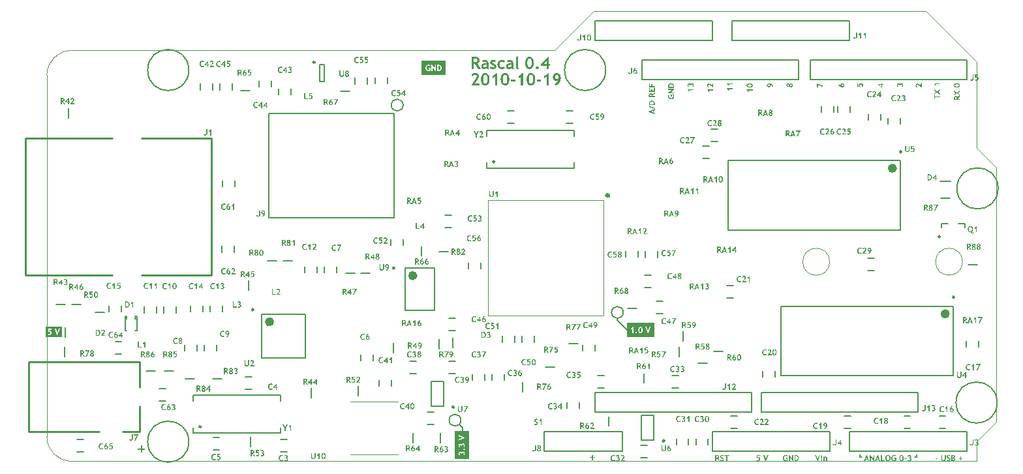
<source format=gto>
%FSLAX25Y25*%
%MOIN*%
G70*
G01*
G75*
G04 Layer_Color=15329511*
%ADD10R,0.03543X0.01969*%
%ADD11R,0.05512X0.04724*%
%ADD12R,0.05906X0.05118*%
%ADD13R,0.02362X0.05906*%
%ADD14R,0.05118X0.07087*%
%ADD15R,0.07087X0.05118*%
%ADD16R,0.04724X0.05512*%
%ADD17R,0.02756X0.01575*%
%ADD18R,0.05118X0.05906*%
%ADD19R,0.02165X0.05709*%
%ADD20R,0.21654X0.07874*%
%ADD21O,0.06693X0.01181*%
%ADD22O,0.00984X0.06102*%
%ADD23O,0.06102X0.00984*%
%ADD24O,0.08661X0.02362*%
%ADD25C,0.01400*%
%ADD26O,0.02165X0.05906*%
%ADD27R,0.01969X0.03543*%
%ADD28R,0.11811X0.06299*%
%ADD29R,0.24410X0.22835*%
%ADD30R,0.05512X0.07087*%
%ADD31R,0.04724X0.07087*%
%ADD32R,0.07087X0.03150*%
%ADD33C,0.01000*%
%ADD34C,0.00500*%
%ADD35C,0.02000*%
%ADD36C,0.00300*%
%ADD37C,0.00787*%
%ADD38R,0.05906X0.05906*%
%ADD39C,0.05906*%
%ADD40O,0.10000X0.05000*%
%ADD41C,0.07500*%
%ADD42C,0.06000*%
%ADD43C,0.08700*%
%ADD44C,0.07874*%
%ADD45C,0.02000*%
%ADD46C,0.04000*%
%ADD47C,0.03000*%
%ADD48C,0.12500*%
%ADD49C,0.04000*%
%ADD50C,0.05943*%
G04:AMPARAMS|DCode=51|XSize=75.433mil|YSize=75.433mil|CornerRadius=0mil|HoleSize=0mil|Usage=FLASHONLY|Rotation=0.000|XOffset=0mil|YOffset=0mil|HoleType=Round|Shape=Relief|Width=8mil|Gap=10mil|Entries=4|*
%AMTHD51*
7,0,0,0.07543,0.05543,0.00800,45*
%
%ADD51THD51*%
%ADD52C,0.12400*%
%ADD53C,0.07100*%
%ADD54C,0.05900*%
G04:AMPARAMS|DCode=55|XSize=75mil|YSize=75mil|CornerRadius=0mil|HoleSize=0mil|Usage=FLASHONLY|Rotation=0.000|XOffset=0mil|YOffset=0mil|HoleType=Round|Shape=Relief|Width=8mil|Gap=10mil|Entries=4|*
%AMTHD55*
7,0,0,0.07500,0.05500,0.00800,45*
%
%ADD55THD55*%
%ADD56C,0.07400*%
%ADD57C,0.15200*%
%ADD58C,0.08600*%
G04:AMPARAMS|DCode=59|XSize=90mil|YSize=90mil|CornerRadius=0mil|HoleSize=0mil|Usage=FLASHONLY|Rotation=0.000|XOffset=0mil|YOffset=0mil|HoleType=Round|Shape=Relief|Width=8mil|Gap=10mil|Entries=4|*
%AMTHD59*
7,0,0,0.09000,0.07000,0.00800,45*
%
%ADD59THD59*%
%ADD60C,0.03400*%
%ADD61C,0.06400*%
G04:AMPARAMS|DCode=62|XSize=50mil|YSize=50mil|CornerRadius=0mil|HoleSize=0mil|Usage=FLASHONLY|Rotation=0.000|XOffset=0mil|YOffset=0mil|HoleType=Round|Shape=Relief|Width=8mil|Gap=10mil|Entries=4|*
%AMTHD62*
7,0,0,0.05000,0.03000,0.00800,45*
%
%ADD62THD62*%
G04:AMPARAMS|DCode=63|XSize=56mil|YSize=56mil|CornerRadius=0mil|HoleSize=0mil|Usage=FLASHONLY|Rotation=0.000|XOffset=0mil|YOffset=0mil|HoleType=Round|Shape=Relief|Width=8mil|Gap=10mil|Entries=4|*
%AMTHD63*
7,0,0,0.05600,0.03600,0.00800,45*
%
%ADD63THD63*%
%ADD64C,0.14900*%
%ADD65R,0.02402X0.09843*%
%ADD66C,0.00984*%
%ADD67C,0.02362*%
%ADD68C,0.01969*%
%ADD69C,0.00394*%
G36*
X615218Y196626D02*
X615243Y196623D01*
X615271Y196620D01*
X615302Y196614D01*
X615340Y196607D01*
X615380Y196598D01*
X615421Y196589D01*
X615511Y196558D01*
X615561Y196539D01*
X615608Y196517D01*
X615658Y196489D01*
X615711Y196461D01*
X615761Y196427D01*
X615811Y196389D01*
X615858Y196345D01*
X615908Y196299D01*
X615954Y196246D01*
X615998Y196189D01*
X616042Y196127D01*
X616079Y196058D01*
X616117Y195984D01*
X616148Y195902D01*
X616176Y195815D01*
X616201Y195721D01*
X616223Y195622D01*
X616235Y195512D01*
X616245Y195397D01*
X616248Y195275D01*
Y195269D01*
Y195250D01*
X616245Y195219D01*
X616242Y195179D01*
X616235Y195129D01*
X616226Y195066D01*
X616213Y194998D01*
X616195Y194923D01*
X616173Y194839D01*
X616145Y194751D01*
X616111Y194658D01*
X616073Y194558D01*
X616023Y194455D01*
X615967Y194352D01*
X615905Y194246D01*
X615830Y194137D01*
X615823Y194130D01*
X615811Y194112D01*
X615789Y194083D01*
X615758Y194046D01*
X615717Y193999D01*
X615674Y193949D01*
X615621Y193893D01*
X615561Y193834D01*
X615496Y193775D01*
X615427Y193715D01*
X615352Y193656D01*
X615274Y193600D01*
X615193Y193550D01*
X615106Y193506D01*
X615019Y193469D01*
X614928Y193441D01*
X614638Y193746D01*
X614641D01*
X614644Y193750D01*
X614653Y193756D01*
X614666Y193762D01*
X614697Y193784D01*
X614741Y193809D01*
X614794Y193846D01*
X614853Y193887D01*
X614919Y193937D01*
X614990Y193993D01*
X615062Y194055D01*
X615137Y194124D01*
X615212Y194202D01*
X615287Y194283D01*
X615359Y194370D01*
X615424Y194464D01*
X615486Y194564D01*
X615540Y194667D01*
X615533Y194664D01*
X615515Y194658D01*
X615483Y194648D01*
X615443Y194636D01*
X615390Y194623D01*
X615331Y194614D01*
X615259Y194608D01*
X615181Y194605D01*
X615162D01*
X615140Y194608D01*
X615109D01*
X615071Y194614D01*
X615031Y194620D01*
X614981Y194626D01*
X614931Y194639D01*
X614875Y194651D01*
X614819Y194670D01*
X614763Y194692D01*
X614703Y194717D01*
X614644Y194748D01*
X614588Y194785D01*
X614535Y194826D01*
X614482Y194873D01*
X614479Y194876D01*
X614469Y194885D01*
X614457Y194901D01*
X614441Y194923D01*
X614423Y194948D01*
X614398Y194982D01*
X614376Y195019D01*
X614351Y195066D01*
X614326Y195113D01*
X614304Y195169D01*
X614282Y195229D01*
X614260Y195294D01*
X614245Y195363D01*
X614232Y195438D01*
X614223Y195519D01*
X614220Y195603D01*
Y195609D01*
Y195625D01*
X614223Y195647D01*
Y195678D01*
X614229Y195718D01*
X614235Y195762D01*
X614242Y195812D01*
X614254Y195868D01*
X614267Y195924D01*
X614285Y195987D01*
X614307Y196049D01*
X614332Y196108D01*
X614363Y196171D01*
X614401Y196233D01*
X614441Y196289D01*
X614488Y196345D01*
X614491Y196349D01*
X614501Y196358D01*
X614516Y196370D01*
X614538Y196389D01*
X614563Y196411D01*
X614597Y196436D01*
X614632Y196461D01*
X614675Y196489D01*
X614722Y196514D01*
X614775Y196539D01*
X614831Y196564D01*
X614891Y196586D01*
X614956Y196604D01*
X615025Y196617D01*
X615097Y196626D01*
X615171Y196629D01*
X615199D01*
X615218Y196626D01*
D02*
G37*
G36*
X613524Y194739D02*
X613836D01*
Y194305D01*
X613524D01*
Y193500D01*
X613000D01*
Y194305D01*
X611602D01*
Y194617D01*
X613284Y196589D01*
X613524D01*
Y194739D01*
D02*
G37*
G36*
X582049Y177124D02*
X580916D01*
Y176572D01*
X580920D01*
X580923Y176575D01*
X580941Y176581D01*
X580969Y176593D01*
X581010Y176606D01*
X581057Y176615D01*
X581113Y176628D01*
X581179Y176634D01*
X581247Y176637D01*
X581266D01*
X581291Y176634D01*
X581322D01*
X581359Y176628D01*
X581403Y176625D01*
X581453Y176615D01*
X581506Y176603D01*
X581562Y176590D01*
X581618Y176572D01*
X581678Y176550D01*
X581734Y176525D01*
X581790Y176494D01*
X581846Y176459D01*
X581899Y176419D01*
X581946Y176372D01*
X581949Y176369D01*
X581955Y176359D01*
X581968Y176344D01*
X581983Y176325D01*
X582002Y176297D01*
X582024Y176263D01*
X582046Y176225D01*
X582071Y176182D01*
X582093Y176132D01*
X582115Y176076D01*
X582136Y176013D01*
X582155Y175948D01*
X582171Y175876D01*
X582183Y175798D01*
X582189Y175717D01*
X582193Y175629D01*
Y175626D01*
Y175617D01*
Y175601D01*
X582189Y175580D01*
Y175551D01*
X582186Y175520D01*
X582180Y175486D01*
X582177Y175445D01*
X582167Y175405D01*
X582158Y175358D01*
X582136Y175258D01*
X582102Y175155D01*
X582080Y175099D01*
X582055Y175046D01*
X582027Y174990D01*
X581999Y174937D01*
X581965Y174881D01*
X581924Y174831D01*
X581884Y174781D01*
X581837Y174731D01*
X581787Y174684D01*
X581731Y174644D01*
X581671Y174603D01*
X581606Y174569D01*
X581534Y174537D01*
X581459Y174509D01*
X581378Y174487D01*
X581291Y174472D01*
X581197Y174463D01*
X581097Y174459D01*
X581079D01*
X581054Y174463D01*
X581023D01*
X580982Y174469D01*
X580935Y174475D01*
X580885Y174481D01*
X580829Y174494D01*
X580767Y174509D01*
X580704Y174528D01*
X580639Y174550D01*
X580570Y174575D01*
X580505Y174606D01*
X580436Y174644D01*
X580370Y174687D01*
X580305Y174734D01*
X580520Y175183D01*
X580523Y175180D01*
X580536Y175171D01*
X580551Y175158D01*
X580576Y175143D01*
X580604Y175124D01*
X580639Y175102D01*
X580676Y175077D01*
X580717Y175055D01*
X580807Y175005D01*
X580904Y174965D01*
X580951Y174949D01*
X581001Y174937D01*
X581047Y174927D01*
X581094Y174924D01*
X581116D01*
X581144Y174927D01*
X581179Y174934D01*
X581216Y174943D01*
X581263Y174959D01*
X581310Y174977D01*
X581359Y175005D01*
X581409Y175040D01*
X581456Y175083D01*
X581503Y175136D01*
X581540Y175199D01*
X581575Y175274D01*
X581590Y175314D01*
X581603Y175358D01*
X581612Y175408D01*
X581618Y175458D01*
X581625Y175514D01*
Y175573D01*
Y175576D01*
Y175586D01*
Y175604D01*
X581622Y175623D01*
Y175651D01*
X581618Y175679D01*
X581609Y175748D01*
X581597Y175823D01*
X581575Y175898D01*
X581543Y175970D01*
X581525Y176001D01*
X581503Y176029D01*
Y176032D01*
X581497Y176035D01*
X581481Y176051D01*
X581465Y176063D01*
X581450Y176076D01*
X581431Y176088D01*
X581409Y176101D01*
X581381Y176113D01*
X581353Y176126D01*
X581322Y176138D01*
X581285Y176151D01*
X581244Y176160D01*
X581200Y176166D01*
X581153Y176172D01*
X581079D01*
X581060Y176169D01*
X581038Y176166D01*
X581010Y176160D01*
X580979Y176151D01*
X580944Y176141D01*
X580910Y176129D01*
X580870Y176113D01*
X580829Y176091D01*
X580785Y176066D01*
X580742Y176038D01*
X580698Y176004D01*
X580654Y175966D01*
X580608Y175923D01*
X580392Y176063D01*
Y177589D01*
X582049D01*
Y177124D01*
D02*
G37*
G36*
X578995Y177626D02*
X579041Y177623D01*
X579091Y177617D01*
X579150Y177611D01*
X579213Y177601D01*
X579278Y177592D01*
X579347Y177576D01*
X579419Y177561D01*
X579491Y177539D01*
X579559Y177514D01*
X579628Y177486D01*
X579693Y177452D01*
X579756Y177414D01*
X579531Y176962D01*
X579528Y176965D01*
X579522Y176971D01*
X579512Y176977D01*
X579497Y176990D01*
X579475Y177005D01*
X579453Y177021D01*
X579422Y177037D01*
X579388Y177055D01*
X579350Y177071D01*
X579307Y177086D01*
X579257Y177102D01*
X579204Y177118D01*
X579147Y177130D01*
X579082Y177136D01*
X579016Y177143D01*
X578941Y177146D01*
X578926D01*
X578904Y177143D01*
X578879Y177139D01*
X578845Y177136D01*
X578807Y177130D01*
X578764Y177118D01*
X578720Y177105D01*
X578670Y177090D01*
X578620Y177068D01*
X578567Y177040D01*
X578514Y177008D01*
X578461Y176971D01*
X578408Y176927D01*
X578358Y176877D01*
X578311Y176821D01*
X578308Y176818D01*
X578302Y176806D01*
X578289Y176787D01*
X578274Y176762D01*
X578255Y176731D01*
X578233Y176693D01*
X578211Y176650D01*
X578190Y176600D01*
X578168Y176544D01*
X578146Y176481D01*
X578124Y176413D01*
X578105Y176341D01*
X578090Y176263D01*
X578077Y176182D01*
X578071Y176094D01*
X578068Y176004D01*
Y175998D01*
Y175982D01*
X578071Y175957D01*
Y175923D01*
X578074Y175882D01*
X578080Y175832D01*
X578087Y175779D01*
X578096Y175720D01*
X578108Y175661D01*
X578124Y175595D01*
X578140Y175530D01*
X578161Y175464D01*
X578190Y175402D01*
X578218Y175339D01*
X578252Y175277D01*
X578293Y175221D01*
X578296Y175218D01*
X578302Y175208D01*
X578317Y175193D01*
X578333Y175177D01*
X578358Y175152D01*
X578386Y175130D01*
X578417Y175102D01*
X578455Y175077D01*
X578495Y175049D01*
X578542Y175021D01*
X578592Y174999D01*
X578645Y174977D01*
X578704Y174959D01*
X578767Y174943D01*
X578832Y174934D01*
X578901Y174931D01*
X578920D01*
X578941Y174934D01*
X578973Y174937D01*
X579010Y174940D01*
X579051Y174946D01*
X579097Y174955D01*
X579147Y174971D01*
X579204Y174987D01*
X579257Y175005D01*
X579313Y175033D01*
X579372Y175062D01*
X579428Y175099D01*
X579481Y175140D01*
X579534Y175186D01*
X579581Y175243D01*
X579837Y174803D01*
X579834Y174800D01*
X579821Y174787D01*
X579803Y174771D01*
X579775Y174747D01*
X579740Y174722D01*
X579697Y174690D01*
X579647Y174659D01*
X579590Y174625D01*
X579525Y174591D01*
X579450Y174559D01*
X579372Y174528D01*
X579282Y174503D01*
X579188Y174481D01*
X579085Y174463D01*
X578976Y174450D01*
X578857Y174447D01*
X578829D01*
X578795Y174450D01*
X578751Y174453D01*
X578698Y174459D01*
X578636Y174469D01*
X578564Y174481D01*
X578489Y174500D01*
X578411Y174522D01*
X578330Y174550D01*
X578246Y174584D01*
X578161Y174625D01*
X578080Y174675D01*
X578002Y174731D01*
X577924Y174796D01*
X577856Y174871D01*
X577853Y174878D01*
X577840Y174890D01*
X577824Y174915D01*
X577800Y174949D01*
X577775Y174993D01*
X577743Y175043D01*
X577712Y175105D01*
X577678Y175174D01*
X577643Y175252D01*
X577612Y175339D01*
X577581Y175436D01*
X577556Y175539D01*
X577534Y175648D01*
X577516Y175767D01*
X577503Y175891D01*
X577500Y176026D01*
Y176029D01*
Y176035D01*
Y176044D01*
Y176057D01*
X577503Y176073D01*
Y176091D01*
X577506Y176141D01*
X577513Y176197D01*
X577522Y176266D01*
X577534Y176341D01*
X577550Y176425D01*
X577569Y176512D01*
X577597Y176606D01*
X577628Y176700D01*
X577665Y176796D01*
X577712Y176893D01*
X577762Y176987D01*
X577824Y177080D01*
X577893Y177168D01*
X577899Y177174D01*
X577912Y177186D01*
X577934Y177211D01*
X577965Y177239D01*
X578005Y177274D01*
X578052Y177314D01*
X578105Y177355D01*
X578168Y177399D01*
X578239Y177442D01*
X578314Y177483D01*
X578399Y177523D01*
X578489Y177558D01*
X578586Y177586D01*
X578686Y177611D01*
X578795Y177623D01*
X578907Y177629D01*
X578957D01*
X578995Y177626D01*
D02*
G37*
G36*
X610495Y196626D02*
X610541Y196623D01*
X610591Y196617D01*
X610650Y196611D01*
X610713Y196601D01*
X610778Y196592D01*
X610847Y196576D01*
X610919Y196561D01*
X610991Y196539D01*
X611059Y196514D01*
X611128Y196486D01*
X611193Y196451D01*
X611256Y196414D01*
X611031Y195962D01*
X611028Y195965D01*
X611022Y195971D01*
X611012Y195977D01*
X610997Y195990D01*
X610975Y196005D01*
X610953Y196021D01*
X610922Y196037D01*
X610888Y196055D01*
X610850Y196071D01*
X610807Y196087D01*
X610757Y196102D01*
X610704Y196118D01*
X610647Y196130D01*
X610582Y196136D01*
X610516Y196143D01*
X610441Y196146D01*
X610426D01*
X610404Y196143D01*
X610379Y196140D01*
X610345Y196136D01*
X610307Y196130D01*
X610264Y196118D01*
X610220Y196105D01*
X610170Y196090D01*
X610120Y196068D01*
X610067Y196040D01*
X610014Y196009D01*
X609961Y195971D01*
X609908Y195927D01*
X609858Y195877D01*
X609811Y195821D01*
X609808Y195818D01*
X609802Y195806D01*
X609789Y195787D01*
X609774Y195762D01*
X609755Y195731D01*
X609733Y195693D01*
X609711Y195650D01*
X609690Y195600D01*
X609668Y195544D01*
X609646Y195481D01*
X609624Y195413D01*
X609605Y195341D01*
X609590Y195263D01*
X609577Y195182D01*
X609571Y195094D01*
X609568Y195004D01*
Y194998D01*
Y194982D01*
X609571Y194957D01*
Y194923D01*
X609574Y194882D01*
X609580Y194832D01*
X609587Y194779D01*
X609596Y194720D01*
X609608Y194661D01*
X609624Y194595D01*
X609640Y194530D01*
X609661Y194464D01*
X609690Y194402D01*
X609718Y194339D01*
X609752Y194277D01*
X609793Y194221D01*
X609796Y194218D01*
X609802Y194208D01*
X609817Y194193D01*
X609833Y194177D01*
X609858Y194152D01*
X609886Y194130D01*
X609917Y194102D01*
X609955Y194077D01*
X609995Y194049D01*
X610042Y194021D01*
X610092Y193999D01*
X610145Y193977D01*
X610204Y193959D01*
X610267Y193943D01*
X610332Y193934D01*
X610401Y193931D01*
X610420D01*
X610441Y193934D01*
X610473Y193937D01*
X610510Y193940D01*
X610551Y193946D01*
X610597Y193956D01*
X610647Y193971D01*
X610704Y193987D01*
X610757Y194005D01*
X610813Y194034D01*
X610872Y194062D01*
X610928Y194099D01*
X610981Y194140D01*
X611034Y194186D01*
X611081Y194243D01*
X611337Y193803D01*
X611334Y193799D01*
X611321Y193787D01*
X611303Y193771D01*
X611274Y193746D01*
X611240Y193721D01*
X611197Y193690D01*
X611147Y193659D01*
X611090Y193625D01*
X611025Y193590D01*
X610950Y193559D01*
X610872Y193528D01*
X610781Y193503D01*
X610688Y193481D01*
X610585Y193463D01*
X610476Y193450D01*
X610357Y193447D01*
X610329D01*
X610295Y193450D01*
X610251Y193453D01*
X610198Y193459D01*
X610136Y193469D01*
X610064Y193481D01*
X609989Y193500D01*
X609911Y193522D01*
X609830Y193550D01*
X609746Y193584D01*
X609661Y193625D01*
X609580Y193675D01*
X609502Y193731D01*
X609424Y193796D01*
X609356Y193871D01*
X609353Y193877D01*
X609340Y193890D01*
X609325Y193915D01*
X609300Y193949D01*
X609275Y193993D01*
X609243Y194043D01*
X609212Y194105D01*
X609178Y194174D01*
X609143Y194252D01*
X609112Y194339D01*
X609081Y194436D01*
X609056Y194539D01*
X609034Y194648D01*
X609016Y194767D01*
X609003Y194892D01*
X609000Y195026D01*
Y195029D01*
Y195035D01*
Y195044D01*
Y195057D01*
X609003Y195072D01*
Y195091D01*
X609006Y195141D01*
X609013Y195197D01*
X609022Y195266D01*
X609034Y195341D01*
X609050Y195425D01*
X609069Y195512D01*
X609097Y195606D01*
X609128Y195700D01*
X609165Y195796D01*
X609212Y195893D01*
X609262Y195987D01*
X609325Y196080D01*
X609393Y196168D01*
X609399Y196174D01*
X609412Y196186D01*
X609434Y196211D01*
X609465Y196239D01*
X609505Y196274D01*
X609552Y196314D01*
X609605Y196355D01*
X609668Y196398D01*
X609739Y196442D01*
X609814Y196483D01*
X609899Y196523D01*
X609989Y196558D01*
X610086Y196586D01*
X610186Y196611D01*
X610295Y196623D01*
X610407Y196629D01*
X610457D01*
X610495Y196626D01*
D02*
G37*
G36*
X653495Y221626D02*
X653541Y221623D01*
X653591Y221617D01*
X653651Y221611D01*
X653713Y221601D01*
X653778Y221592D01*
X653847Y221576D01*
X653919Y221561D01*
X653991Y221539D01*
X654059Y221514D01*
X654128Y221486D01*
X654193Y221451D01*
X654256Y221414D01*
X654031Y220962D01*
X654028Y220965D01*
X654022Y220971D01*
X654012Y220977D01*
X653997Y220990D01*
X653975Y221005D01*
X653953Y221021D01*
X653922Y221037D01*
X653888Y221055D01*
X653850Y221071D01*
X653806Y221087D01*
X653757Y221102D01*
X653703Y221118D01*
X653647Y221130D01*
X653582Y221136D01*
X653516Y221143D01*
X653441Y221146D01*
X653426D01*
X653404Y221143D01*
X653379Y221140D01*
X653345Y221136D01*
X653307Y221130D01*
X653264Y221118D01*
X653220Y221105D01*
X653170Y221090D01*
X653120Y221068D01*
X653067Y221040D01*
X653014Y221008D01*
X652961Y220971D01*
X652908Y220927D01*
X652858Y220877D01*
X652811Y220821D01*
X652808Y220818D01*
X652802Y220806D01*
X652789Y220787D01*
X652774Y220762D01*
X652755Y220731D01*
X652733Y220693D01*
X652711Y220650D01*
X652690Y220600D01*
X652668Y220544D01*
X652646Y220481D01*
X652624Y220413D01*
X652605Y220341D01*
X652590Y220263D01*
X652577Y220182D01*
X652571Y220094D01*
X652568Y220004D01*
Y219998D01*
Y219982D01*
X652571Y219957D01*
Y219923D01*
X652574Y219882D01*
X652580Y219832D01*
X652587Y219779D01*
X652596Y219720D01*
X652608Y219661D01*
X652624Y219595D01*
X652640Y219530D01*
X652661Y219464D01*
X652690Y219402D01*
X652718Y219339D01*
X652752Y219277D01*
X652793Y219221D01*
X652796Y219218D01*
X652802Y219208D01*
X652817Y219193D01*
X652833Y219177D01*
X652858Y219152D01*
X652886Y219130D01*
X652917Y219102D01*
X652955Y219077D01*
X652995Y219049D01*
X653042Y219021D01*
X653092Y218999D01*
X653145Y218977D01*
X653204Y218959D01*
X653267Y218943D01*
X653332Y218934D01*
X653401Y218931D01*
X653420D01*
X653441Y218934D01*
X653473Y218937D01*
X653510Y218940D01*
X653551Y218946D01*
X653597Y218955D01*
X653647Y218971D01*
X653703Y218987D01*
X653757Y219005D01*
X653813Y219034D01*
X653872Y219062D01*
X653928Y219099D01*
X653981Y219140D01*
X654034Y219186D01*
X654081Y219243D01*
X654337Y218803D01*
X654334Y218799D01*
X654321Y218787D01*
X654303Y218771D01*
X654275Y218746D01*
X654240Y218722D01*
X654197Y218690D01*
X654147Y218659D01*
X654090Y218625D01*
X654025Y218590D01*
X653950Y218559D01*
X653872Y218528D01*
X653782Y218503D01*
X653688Y218481D01*
X653585Y218463D01*
X653476Y218450D01*
X653357Y218447D01*
X653329D01*
X653295Y218450D01*
X653251Y218453D01*
X653198Y218459D01*
X653136Y218469D01*
X653064Y218481D01*
X652989Y218500D01*
X652911Y218522D01*
X652830Y218550D01*
X652746Y218584D01*
X652661Y218625D01*
X652580Y218675D01*
X652502Y218731D01*
X652424Y218796D01*
X652356Y218871D01*
X652353Y218878D01*
X652340Y218890D01*
X652324Y218915D01*
X652299Y218949D01*
X652275Y218993D01*
X652243Y219043D01*
X652212Y219105D01*
X652178Y219174D01*
X652143Y219252D01*
X652112Y219339D01*
X652081Y219436D01*
X652056Y219539D01*
X652034Y219648D01*
X652016Y219767D01*
X652003Y219892D01*
X652000Y220026D01*
Y220029D01*
Y220035D01*
Y220044D01*
Y220057D01*
X652003Y220073D01*
Y220091D01*
X652006Y220141D01*
X652012Y220197D01*
X652022Y220266D01*
X652034Y220341D01*
X652050Y220425D01*
X652069Y220512D01*
X652097Y220606D01*
X652128Y220700D01*
X652165Y220796D01*
X652212Y220893D01*
X652262Y220987D01*
X652324Y221080D01*
X652393Y221168D01*
X652399Y221174D01*
X652412Y221186D01*
X652434Y221211D01*
X652465Y221239D01*
X652505Y221274D01*
X652552Y221314D01*
X652605Y221355D01*
X652668Y221398D01*
X652739Y221442D01*
X652814Y221483D01*
X652899Y221523D01*
X652989Y221558D01*
X653086Y221586D01*
X653186Y221611D01*
X653295Y221623D01*
X653407Y221629D01*
X653457D01*
X653495Y221626D01*
D02*
G37*
G36*
X653524Y196739D02*
X653836D01*
Y196305D01*
X653524D01*
Y195500D01*
X653000D01*
Y196305D01*
X651602D01*
Y196617D01*
X653284Y198589D01*
X653524D01*
Y196739D01*
D02*
G37*
G36*
X658299Y221626D02*
X658337Y221623D01*
X658377Y221617D01*
X658421Y221611D01*
X658471Y221604D01*
X658577Y221579D01*
X658630Y221561D01*
X658686Y221542D01*
X658739Y221517D01*
X658792Y221489D01*
X658842Y221458D01*
X658889Y221420D01*
X658892Y221417D01*
X658898Y221411D01*
X658911Y221398D01*
X658926Y221383D01*
X658945Y221361D01*
X658964Y221336D01*
X658986Y221305D01*
X659011Y221271D01*
X659032Y221233D01*
X659054Y221189D01*
X659073Y221143D01*
X659092Y221093D01*
X659107Y221040D01*
X659120Y220980D01*
X659126Y220918D01*
X659129Y220852D01*
Y220849D01*
Y220843D01*
Y220834D01*
X659126Y220821D01*
Y220803D01*
X659123Y220784D01*
X659114Y220734D01*
X659098Y220675D01*
X659073Y220609D01*
X659039Y220537D01*
X659020Y220497D01*
X658995Y220459D01*
Y220456D01*
X658989Y220450D01*
X658983Y220441D01*
X658973Y220425D01*
X658945Y220388D01*
X658911Y220344D01*
X658867Y220297D01*
X658817Y220247D01*
X658764Y220203D01*
X658705Y220166D01*
X658708D01*
X658714Y220163D01*
X658724Y220157D01*
X658739Y220147D01*
X658758Y220138D01*
X658777Y220122D01*
X658827Y220088D01*
X658883Y220044D01*
X658914Y220016D01*
X658945Y219985D01*
X658976Y219951D01*
X659008Y219917D01*
X659042Y219876D01*
X659073Y219832D01*
X659076Y219829D01*
X659079Y219823D01*
X659089Y219807D01*
X659101Y219792D01*
X659114Y219770D01*
X659126Y219745D01*
X659142Y219717D01*
X659160Y219686D01*
X659192Y219617D01*
X659217Y219539D01*
X659238Y219461D01*
X659241Y219420D01*
X659245Y219380D01*
Y219374D01*
Y219361D01*
X659241Y219339D01*
Y219308D01*
X659235Y219271D01*
X659229Y219230D01*
X659223Y219183D01*
X659210Y219130D01*
X659195Y219077D01*
X659176Y219021D01*
X659154Y218965D01*
X659126Y218909D01*
X659095Y218853D01*
X659057Y218799D01*
X659017Y218746D01*
X658967Y218700D01*
X658964Y218697D01*
X658954Y218690D01*
X658939Y218678D01*
X658917Y218662D01*
X658889Y218643D01*
X658855Y218625D01*
X658817Y218603D01*
X658770Y218581D01*
X658720Y218556D01*
X658664Y218534D01*
X658602Y218516D01*
X658536Y218497D01*
X658465Y218481D01*
X658390Y218469D01*
X658309Y218463D01*
X658221Y218459D01*
X658199D01*
X658175Y218463D01*
X658143D01*
X658103Y218466D01*
X658056Y218472D01*
X658006Y218478D01*
X657950Y218488D01*
X657891Y218500D01*
X657831Y218516D01*
X657772Y218534D01*
X657710Y218559D01*
X657650Y218584D01*
X657591Y218615D01*
X657535Y218653D01*
X657485Y218693D01*
X657482Y218697D01*
X657473Y218706D01*
X657460Y218718D01*
X657444Y218737D01*
X657426Y218762D01*
X657404Y218793D01*
X657379Y218828D01*
X657357Y218868D01*
X657332Y218915D01*
X657307Y218965D01*
X657285Y219021D01*
X657267Y219083D01*
X657251Y219149D01*
X657238Y219221D01*
X657229Y219299D01*
X657226Y219380D01*
Y219383D01*
Y219389D01*
Y219402D01*
X657229Y219420D01*
Y219439D01*
X657232Y219464D01*
X657238Y219492D01*
X657245Y219523D01*
X657260Y219592D01*
X657285Y219667D01*
X657320Y219748D01*
X657338Y219792D01*
X657363Y219832D01*
X657366Y219835D01*
X657370Y219842D01*
X657379Y219854D01*
X657388Y219870D01*
X657401Y219888D01*
X657419Y219910D01*
X657460Y219960D01*
X657510Y220016D01*
X657572Y220073D01*
X657641Y220129D01*
X657719Y220182D01*
X657716D01*
X657713Y220188D01*
X657703Y220194D01*
X657691Y220203D01*
X657660Y220229D01*
X657622Y220263D01*
X657579Y220303D01*
X657532Y220356D01*
X657488Y220416D01*
X657444Y220481D01*
Y220484D01*
X657441Y220491D01*
X657435Y220500D01*
X657429Y220512D01*
X657419Y220531D01*
X657410Y220550D01*
X657391Y220600D01*
X657373Y220656D01*
X657354Y220718D01*
X657341Y220787D01*
X657338Y220856D01*
Y220859D01*
Y220871D01*
X657341Y220890D01*
Y220915D01*
X657345Y220946D01*
X657351Y220980D01*
X657360Y221018D01*
X657370Y221058D01*
X657382Y221105D01*
X657401Y221149D01*
X657419Y221196D01*
X657444Y221242D01*
X657473Y221289D01*
X657507Y221336D01*
X657544Y221380D01*
X657588Y221420D01*
X657591Y221423D01*
X657600Y221430D01*
X657613Y221439D01*
X657635Y221455D01*
X657657Y221470D01*
X657688Y221486D01*
X657722Y221505D01*
X657763Y221526D01*
X657806Y221545D01*
X657853Y221564D01*
X657906Y221579D01*
X657965Y221598D01*
X658025Y221611D01*
X658090Y221620D01*
X658159Y221626D01*
X658231Y221629D01*
X658271D01*
X658299Y221626D01*
D02*
G37*
G36*
X656524Y219739D02*
X656836D01*
Y219305D01*
X656524D01*
Y218500D01*
X656000D01*
Y219305D01*
X654602D01*
Y219617D01*
X656284Y221589D01*
X656524D01*
Y219739D01*
D02*
G37*
G36*
X508015Y239817D02*
X508055Y239814D01*
X508102Y239808D01*
X508152Y239802D01*
X508208Y239792D01*
X508264Y239783D01*
X508327Y239767D01*
X508386Y239752D01*
X508448Y239730D01*
X508511Y239705D01*
X508567Y239677D01*
X508623Y239643D01*
X508676Y239605D01*
X508679Y239602D01*
X508689Y239596D01*
X508701Y239583D01*
X508717Y239564D01*
X508739Y239543D01*
X508760Y239518D01*
X508785Y239487D01*
X508810Y239449D01*
X508835Y239408D01*
X508860Y239365D01*
X508882Y239315D01*
X508904Y239262D01*
X508919Y239202D01*
X508932Y239143D01*
X508941Y239075D01*
X508945Y239006D01*
Y239003D01*
Y238990D01*
X508941Y238972D01*
X508938Y238944D01*
X508935Y238909D01*
X508926Y238869D01*
X508916Y238819D01*
X508901Y238766D01*
X508882Y238706D01*
X508860Y238638D01*
X508832Y238566D01*
X508801Y238491D01*
X508760Y238407D01*
X508714Y238320D01*
X508661Y238229D01*
X508601Y238132D01*
X507974Y237175D01*
X509129D01*
Y236691D01*
X507113D01*
Y236850D01*
X508083Y238282D01*
X508086Y238288D01*
X508096Y238301D01*
X508111Y238323D01*
X508130Y238354D01*
X508152Y238391D01*
X508177Y238435D01*
X508202Y238482D01*
X508230Y238535D01*
X508258Y238591D01*
X508283Y238647D01*
X508308Y238710D01*
X508330Y238769D01*
X508349Y238831D01*
X508364Y238891D01*
X508373Y238950D01*
X508377Y239006D01*
Y239009D01*
Y239022D01*
X508373Y239037D01*
X508370Y239062D01*
X508364Y239087D01*
X508355Y239115D01*
X508342Y239149D01*
X508324Y239181D01*
X508302Y239212D01*
X508274Y239246D01*
X508239Y239274D01*
X508202Y239302D01*
X508152Y239324D01*
X508096Y239340D01*
X508034Y239352D01*
X507959Y239355D01*
X507946D01*
X507927Y239352D01*
X507906Y239349D01*
X507877Y239346D01*
X507846Y239337D01*
X507812Y239327D01*
X507774Y239315D01*
X507734Y239296D01*
X507693Y239274D01*
X507653Y239246D01*
X507609Y239212D01*
X507565Y239174D01*
X507525Y239131D01*
X507484Y239078D01*
X507447Y239018D01*
X507079Y239305D01*
Y239309D01*
X507085Y239315D01*
X507091Y239327D01*
X507101Y239343D01*
X507110Y239362D01*
X507126Y239384D01*
X507160Y239433D01*
X507210Y239493D01*
X507266Y239555D01*
X507338Y239614D01*
X507419Y239674D01*
X507422Y239677D01*
X507428Y239680D01*
X507444Y239686D01*
X507459Y239696D01*
X507481Y239708D01*
X507509Y239720D01*
X507537Y239733D01*
X507572Y239749D01*
X507609Y239761D01*
X507650Y239774D01*
X507737Y239798D01*
X507834Y239814D01*
X507884Y239820D01*
X507984D01*
X508015Y239817D01*
D02*
G37*
G36*
X506358Y239315D02*
X505226D01*
Y238763D01*
X505229D01*
X505232Y238766D01*
X505250Y238772D01*
X505278Y238785D01*
X505319Y238797D01*
X505366Y238806D01*
X505422Y238819D01*
X505488Y238825D01*
X505556Y238828D01*
X505575D01*
X505600Y238825D01*
X505631D01*
X505668Y238819D01*
X505712Y238816D01*
X505762Y238806D01*
X505815Y238794D01*
X505871Y238781D01*
X505928Y238763D01*
X505987Y238741D01*
X506043Y238716D01*
X506099Y238685D01*
X506155Y238650D01*
X506208Y238610D01*
X506255Y238563D01*
X506258Y238560D01*
X506264Y238550D01*
X506277Y238535D01*
X506292Y238516D01*
X506311Y238488D01*
X506333Y238454D01*
X506355Y238416D01*
X506380Y238373D01*
X506402Y238323D01*
X506424Y238266D01*
X506445Y238204D01*
X506464Y238139D01*
X506480Y238067D01*
X506492Y237989D01*
X506498Y237908D01*
X506502Y237820D01*
Y237817D01*
Y237808D01*
Y237792D01*
X506498Y237770D01*
Y237742D01*
X506495Y237711D01*
X506489Y237677D01*
X506486Y237636D01*
X506477Y237596D01*
X506467Y237549D01*
X506445Y237449D01*
X506411Y237346D01*
X506389Y237290D01*
X506364Y237237D01*
X506336Y237181D01*
X506308Y237128D01*
X506274Y237072D01*
X506233Y237022D01*
X506193Y236972D01*
X506146Y236922D01*
X506096Y236875D01*
X506040Y236835D01*
X505980Y236794D01*
X505915Y236760D01*
X505843Y236728D01*
X505768Y236700D01*
X505687Y236679D01*
X505600Y236663D01*
X505506Y236653D01*
X505406Y236650D01*
X505388D01*
X505363Y236653D01*
X505332D01*
X505291Y236660D01*
X505244Y236666D01*
X505194Y236672D01*
X505138Y236685D01*
X505076Y236700D01*
X505013Y236719D01*
X504948Y236741D01*
X504879Y236766D01*
X504814Y236797D01*
X504745Y236835D01*
X504679Y236878D01*
X504614Y236925D01*
X504829Y237374D01*
X504832Y237371D01*
X504845Y237362D01*
X504860Y237349D01*
X504885Y237334D01*
X504914Y237315D01*
X504948Y237293D01*
X504985Y237268D01*
X505026Y237246D01*
X505116Y237196D01*
X505213Y237156D01*
X505260Y237140D01*
X505310Y237128D01*
X505357Y237118D01*
X505403Y237115D01*
X505425D01*
X505453Y237118D01*
X505488Y237125D01*
X505525Y237134D01*
X505572Y237150D01*
X505619Y237168D01*
X505668Y237196D01*
X505718Y237231D01*
X505765Y237274D01*
X505812Y237327D01*
X505850Y237390D01*
X505884Y237465D01*
X505899Y237505D01*
X505912Y237549D01*
X505921Y237599D01*
X505928Y237649D01*
X505934Y237705D01*
Y237764D01*
Y237767D01*
Y237777D01*
Y237795D01*
X505931Y237814D01*
Y237842D01*
X505928Y237870D01*
X505918Y237939D01*
X505906Y238014D01*
X505884Y238089D01*
X505853Y238160D01*
X505834Y238192D01*
X505812Y238220D01*
Y238223D01*
X505806Y238226D01*
X505790Y238242D01*
X505775Y238254D01*
X505759Y238266D01*
X505740Y238279D01*
X505718Y238292D01*
X505690Y238304D01*
X505662Y238316D01*
X505631Y238329D01*
X505594Y238341D01*
X505553Y238351D01*
X505509Y238357D01*
X505463Y238363D01*
X505388D01*
X505369Y238360D01*
X505347Y238357D01*
X505319Y238351D01*
X505288Y238341D01*
X505254Y238332D01*
X505219Y238320D01*
X505179Y238304D01*
X505138Y238282D01*
X505094Y238257D01*
X505051Y238229D01*
X505007Y238195D01*
X504963Y238157D01*
X504917Y238114D01*
X504701Y238254D01*
Y239780D01*
X506358D01*
Y239315D01*
D02*
G37*
G36*
X556162Y251126D02*
X556203Y251123D01*
X556246Y251117D01*
X556296Y251111D01*
X556349Y251104D01*
X556465Y251076D01*
X556524Y251061D01*
X556586Y251039D01*
X556642Y251017D01*
X556702Y250986D01*
X556755Y250955D01*
X556805Y250917D01*
X556808Y250914D01*
X556817Y250908D01*
X556830Y250895D01*
X556845Y250880D01*
X556864Y250858D01*
X556886Y250830D01*
X556911Y250802D01*
X556936Y250764D01*
X556958Y250727D01*
X556983Y250683D01*
X557004Y250633D01*
X557023Y250580D01*
X557039Y250524D01*
X557051Y250465D01*
X557061Y250399D01*
X557064Y250331D01*
Y250324D01*
Y250312D01*
X557061Y250287D01*
X557057Y250256D01*
X557051Y250218D01*
X557042Y250178D01*
X557032Y250128D01*
X557017Y250078D01*
X556995Y250022D01*
X556970Y249966D01*
X556939Y249909D01*
X556901Y249853D01*
X556858Y249797D01*
X556805Y249744D01*
X556745Y249694D01*
X556677Y249647D01*
X556683Y249644D01*
X556699Y249635D01*
X556724Y249622D01*
X556755Y249604D01*
X556789Y249576D01*
X556833Y249544D01*
X556877Y249507D01*
X556923Y249463D01*
X556967Y249413D01*
X557011Y249357D01*
X557054Y249295D01*
X557092Y249226D01*
X557123Y249148D01*
X557145Y249067D01*
X557160Y248977D01*
X557167Y248880D01*
Y248874D01*
Y248861D01*
X557163Y248839D01*
Y248808D01*
X557157Y248771D01*
X557151Y248727D01*
X557142Y248680D01*
X557129Y248630D01*
X557114Y248577D01*
X557095Y248521D01*
X557070Y248465D01*
X557042Y248409D01*
X557011Y248353D01*
X556970Y248300D01*
X556926Y248247D01*
X556873Y248200D01*
X556870Y248197D01*
X556861Y248190D01*
X556842Y248178D01*
X556820Y248162D01*
X556789Y248144D01*
X556755Y248125D01*
X556711Y248103D01*
X556664Y248081D01*
X556611Y248056D01*
X556549Y248034D01*
X556483Y248016D01*
X556412Y247997D01*
X556337Y247981D01*
X556252Y247969D01*
X556165Y247963D01*
X556072Y247959D01*
X556050D01*
X556025Y247963D01*
X555994Y247966D01*
X555953Y247969D01*
X555906Y247975D01*
X555853Y247984D01*
X555797Y247997D01*
X555735Y248012D01*
X555672Y248031D01*
X555607Y248056D01*
X555538Y248087D01*
X555473Y248122D01*
X555404Y248159D01*
X555338Y248206D01*
X555276Y248259D01*
X555547Y248680D01*
X555550Y248677D01*
X555560Y248671D01*
X555572Y248655D01*
X555591Y248640D01*
X555613Y248621D01*
X555641Y248599D01*
X555669Y248577D01*
X555703Y248552D01*
X555744Y248527D01*
X555785Y248505D01*
X555872Y248465D01*
X555922Y248449D01*
X555972Y248437D01*
X556022Y248427D01*
X556075Y248424D01*
X556097D01*
X556125Y248427D01*
X556156Y248431D01*
X556196Y248440D01*
X556240Y248449D01*
X556287Y248465D01*
X556337Y248487D01*
X556387Y248512D01*
X556433Y248543D01*
X556477Y248583D01*
X556518Y248630D01*
X556552Y248686D01*
X556577Y248752D01*
X556593Y248827D01*
X556599Y248911D01*
Y248914D01*
Y248920D01*
Y248933D01*
X556596Y248949D01*
Y248967D01*
X556589Y248989D01*
X556580Y249039D01*
X556561Y249098D01*
X556533Y249158D01*
X556518Y249189D01*
X556496Y249217D01*
X556474Y249245D01*
X556446Y249273D01*
X556443Y249276D01*
X556440Y249279D01*
X556430Y249285D01*
X556418Y249295D01*
X556402Y249304D01*
X556384Y249317D01*
X556365Y249329D01*
X556340Y249345D01*
X556281Y249370D01*
X556212Y249392D01*
X556128Y249407D01*
X556084Y249413D01*
X555944D01*
Y249863D01*
X556047D01*
X556068Y249866D01*
X556100Y249869D01*
X556134Y249875D01*
X556175Y249885D01*
X556215Y249894D01*
X556262Y249913D01*
X556306Y249931D01*
X556346Y249959D01*
X556387Y249991D01*
X556421Y250028D01*
X556452Y250072D01*
X556477Y250125D01*
X556490Y250184D01*
X556496Y250253D01*
Y250259D01*
Y250271D01*
X556493Y250290D01*
X556490Y250318D01*
X556483Y250349D01*
X556474Y250384D01*
X556458Y250421D01*
X556440Y250459D01*
X556418Y250496D01*
X556390Y250533D01*
X556352Y250568D01*
X556312Y250599D01*
X556259Y250627D01*
X556203Y250646D01*
X556134Y250661D01*
X556056Y250664D01*
X556034D01*
X556018Y250661D01*
X555997Y250658D01*
X555972Y250652D01*
X555947Y250646D01*
X555915Y250640D01*
X555850Y250611D01*
X555813Y250596D01*
X555775Y250574D01*
X555735Y250552D01*
X555697Y250521D01*
X555657Y250490D01*
X555616Y250452D01*
X555360Y250827D01*
X555363Y250833D01*
X555379Y250849D01*
X555401Y250870D01*
X555435Y250899D01*
X555479Y250933D01*
X555529Y250967D01*
X555594Y251005D01*
X555666Y251039D01*
X555669D01*
X555675Y251042D01*
X555688Y251048D01*
X555703Y251055D01*
X555722Y251061D01*
X555744Y251067D01*
X555797Y251086D01*
X555863Y251101D01*
X555934Y251117D01*
X556009Y251126D01*
X556087Y251129D01*
X556131D01*
X556162Y251126D01*
D02*
G37*
G36*
X551495D02*
X551541Y251123D01*
X551591Y251117D01*
X551650Y251111D01*
X551713Y251101D01*
X551778Y251092D01*
X551847Y251076D01*
X551919Y251061D01*
X551991Y251039D01*
X552059Y251014D01*
X552128Y250986D01*
X552193Y250952D01*
X552256Y250914D01*
X552031Y250462D01*
X552028Y250465D01*
X552022Y250471D01*
X552012Y250477D01*
X551997Y250490D01*
X551975Y250505D01*
X551953Y250521D01*
X551922Y250537D01*
X551888Y250555D01*
X551850Y250571D01*
X551806Y250587D01*
X551757Y250602D01*
X551704Y250618D01*
X551647Y250630D01*
X551582Y250636D01*
X551516Y250643D01*
X551441Y250646D01*
X551426D01*
X551404Y250643D01*
X551379Y250640D01*
X551345Y250636D01*
X551307Y250630D01*
X551264Y250618D01*
X551220Y250605D01*
X551170Y250590D01*
X551120Y250568D01*
X551067Y250540D01*
X551014Y250508D01*
X550961Y250471D01*
X550908Y250427D01*
X550858Y250377D01*
X550811Y250321D01*
X550808Y250318D01*
X550802Y250306D01*
X550789Y250287D01*
X550774Y250262D01*
X550755Y250231D01*
X550733Y250193D01*
X550711Y250150D01*
X550690Y250100D01*
X550668Y250044D01*
X550646Y249981D01*
X550624Y249913D01*
X550605Y249841D01*
X550590Y249763D01*
X550577Y249682D01*
X550571Y249594D01*
X550568Y249504D01*
Y249498D01*
Y249482D01*
X550571Y249457D01*
Y249423D01*
X550574Y249382D01*
X550580Y249332D01*
X550587Y249279D01*
X550596Y249220D01*
X550608Y249161D01*
X550624Y249095D01*
X550640Y249030D01*
X550661Y248964D01*
X550690Y248902D01*
X550718Y248839D01*
X550752Y248777D01*
X550793Y248721D01*
X550796Y248718D01*
X550802Y248708D01*
X550817Y248693D01*
X550833Y248677D01*
X550858Y248652D01*
X550886Y248630D01*
X550917Y248602D01*
X550955Y248577D01*
X550995Y248549D01*
X551042Y248521D01*
X551092Y248499D01*
X551145Y248477D01*
X551204Y248459D01*
X551267Y248443D01*
X551332Y248434D01*
X551401Y248431D01*
X551420D01*
X551441Y248434D01*
X551473Y248437D01*
X551510Y248440D01*
X551551Y248446D01*
X551597Y248456D01*
X551647Y248471D01*
X551704Y248487D01*
X551757Y248505D01*
X551813Y248534D01*
X551872Y248562D01*
X551928Y248599D01*
X551981Y248640D01*
X552034Y248686D01*
X552081Y248743D01*
X552337Y248303D01*
X552334Y248300D01*
X552321Y248287D01*
X552303Y248271D01*
X552275Y248247D01*
X552240Y248221D01*
X552197Y248190D01*
X552147Y248159D01*
X552090Y248125D01*
X552025Y248091D01*
X551950Y248059D01*
X551872Y248028D01*
X551782Y248003D01*
X551688Y247981D01*
X551585Y247963D01*
X551476Y247950D01*
X551357Y247947D01*
X551329D01*
X551295Y247950D01*
X551251Y247953D01*
X551198Y247959D01*
X551136Y247969D01*
X551064Y247981D01*
X550989Y248000D01*
X550911Y248022D01*
X550830Y248050D01*
X550746Y248084D01*
X550661Y248125D01*
X550580Y248175D01*
X550502Y248231D01*
X550424Y248296D01*
X550356Y248371D01*
X550353Y248377D01*
X550340Y248390D01*
X550324Y248415D01*
X550300Y248449D01*
X550275Y248493D01*
X550243Y248543D01*
X550212Y248605D01*
X550178Y248674D01*
X550143Y248752D01*
X550112Y248839D01*
X550081Y248936D01*
X550056Y249039D01*
X550034Y249148D01*
X550016Y249267D01*
X550003Y249392D01*
X550000Y249526D01*
Y249529D01*
Y249535D01*
Y249544D01*
Y249557D01*
X550003Y249572D01*
Y249591D01*
X550006Y249641D01*
X550012Y249697D01*
X550022Y249766D01*
X550034Y249841D01*
X550050Y249925D01*
X550069Y250012D01*
X550097Y250106D01*
X550128Y250200D01*
X550165Y250296D01*
X550212Y250393D01*
X550262Y250487D01*
X550324Y250580D01*
X550393Y250668D01*
X550399Y250674D01*
X550412Y250686D01*
X550434Y250711D01*
X550465Y250739D01*
X550505Y250774D01*
X550552Y250814D01*
X550605Y250855D01*
X550668Y250899D01*
X550739Y250942D01*
X550814Y250983D01*
X550899Y251023D01*
X550989Y251058D01*
X551086Y251086D01*
X551186Y251111D01*
X551295Y251123D01*
X551407Y251129D01*
X551457D01*
X551495Y251126D01*
D02*
G37*
G36*
X503303Y239817D02*
X503350Y239814D01*
X503400Y239808D01*
X503460Y239802D01*
X503522Y239792D01*
X503587Y239783D01*
X503656Y239767D01*
X503728Y239752D01*
X503800Y239730D01*
X503868Y239705D01*
X503937Y239677D01*
X504002Y239643D01*
X504065Y239605D01*
X503840Y239153D01*
X503837Y239156D01*
X503831Y239162D01*
X503822Y239168D01*
X503806Y239181D01*
X503784Y239196D01*
X503762Y239212D01*
X503731Y239228D01*
X503697Y239246D01*
X503659Y239262D01*
X503616Y239277D01*
X503566Y239293D01*
X503513Y239309D01*
X503456Y239321D01*
X503391Y239327D01*
X503325Y239334D01*
X503251Y239337D01*
X503235D01*
X503213Y239334D01*
X503188Y239331D01*
X503154Y239327D01*
X503116Y239321D01*
X503073Y239309D01*
X503029Y239296D01*
X502979Y239281D01*
X502929Y239259D01*
X502876Y239231D01*
X502823Y239199D01*
X502770Y239162D01*
X502717Y239118D01*
X502667Y239068D01*
X502620Y239012D01*
X502617Y239009D01*
X502611Y238997D01*
X502598Y238978D01*
X502583Y238953D01*
X502564Y238922D01*
X502542Y238884D01*
X502520Y238841D01*
X502499Y238791D01*
X502477Y238735D01*
X502455Y238672D01*
X502433Y238603D01*
X502414Y238532D01*
X502399Y238454D01*
X502386Y238373D01*
X502380Y238285D01*
X502377Y238195D01*
Y238189D01*
Y238173D01*
X502380Y238148D01*
Y238114D01*
X502383Y238073D01*
X502389Y238023D01*
X502396Y237970D01*
X502405Y237911D01*
X502418Y237852D01*
X502433Y237786D01*
X502449Y237720D01*
X502470Y237655D01*
X502499Y237593D01*
X502527Y237530D01*
X502561Y237468D01*
X502602Y237412D01*
X502605Y237408D01*
X502611Y237399D01*
X502627Y237384D01*
X502642Y237368D01*
X502667Y237343D01*
X502695Y237321D01*
X502726Y237293D01*
X502764Y237268D01*
X502804Y237240D01*
X502851Y237212D01*
X502901Y237190D01*
X502954Y237168D01*
X503013Y237150D01*
X503076Y237134D01*
X503141Y237125D01*
X503210Y237122D01*
X503229D01*
X503251Y237125D01*
X503282Y237128D01*
X503319Y237131D01*
X503360Y237137D01*
X503406Y237146D01*
X503456Y237162D01*
X503513Y237178D01*
X503566Y237196D01*
X503622Y237224D01*
X503681Y237252D01*
X503737Y237290D01*
X503790Y237331D01*
X503843Y237377D01*
X503890Y237434D01*
X504146Y236994D01*
X504143Y236990D01*
X504130Y236978D01*
X504112Y236962D01*
X504084Y236937D01*
X504049Y236912D01*
X504006Y236881D01*
X503956Y236850D01*
X503899Y236816D01*
X503834Y236781D01*
X503759Y236750D01*
X503681Y236719D01*
X503591Y236694D01*
X503497Y236672D01*
X503394Y236653D01*
X503285Y236641D01*
X503166Y236638D01*
X503138D01*
X503104Y236641D01*
X503060Y236644D01*
X503007Y236650D01*
X502945Y236660D01*
X502873Y236672D01*
X502798Y236691D01*
X502720Y236713D01*
X502639Y236741D01*
X502555Y236775D01*
X502470Y236816D01*
X502389Y236866D01*
X502311Y236922D01*
X502233Y236987D01*
X502165Y237062D01*
X502162Y237068D01*
X502149Y237081D01*
X502134Y237106D01*
X502109Y237140D01*
X502084Y237184D01*
X502052Y237234D01*
X502021Y237296D01*
X501987Y237365D01*
X501953Y237443D01*
X501921Y237530D01*
X501890Y237627D01*
X501865Y237730D01*
X501843Y237839D01*
X501825Y237958D01*
X501812Y238083D01*
X501809Y238217D01*
Y238220D01*
Y238226D01*
Y238235D01*
Y238248D01*
X501812Y238263D01*
Y238282D01*
X501815Y238332D01*
X501822Y238388D01*
X501831Y238457D01*
X501843Y238532D01*
X501859Y238616D01*
X501878Y238703D01*
X501906Y238797D01*
X501937Y238891D01*
X501974Y238987D01*
X502021Y239084D01*
X502071Y239178D01*
X502134Y239271D01*
X502202Y239358D01*
X502208Y239365D01*
X502221Y239377D01*
X502243Y239402D01*
X502274Y239430D01*
X502315Y239465D01*
X502361Y239505D01*
X502414Y239546D01*
X502477Y239589D01*
X502549Y239633D01*
X502623Y239674D01*
X502708Y239714D01*
X502798Y239749D01*
X502895Y239777D01*
X502995Y239802D01*
X503104Y239814D01*
X503216Y239820D01*
X503266D01*
X503303Y239817D01*
D02*
G37*
G36*
X560495Y196126D02*
X560541Y196123D01*
X560591Y196117D01*
X560650Y196111D01*
X560713Y196101D01*
X560778Y196092D01*
X560847Y196076D01*
X560919Y196061D01*
X560991Y196039D01*
X561059Y196014D01*
X561128Y195986D01*
X561193Y195951D01*
X561256Y195914D01*
X561031Y195462D01*
X561028Y195465D01*
X561022Y195471D01*
X561012Y195477D01*
X560997Y195490D01*
X560975Y195505D01*
X560953Y195521D01*
X560922Y195537D01*
X560888Y195555D01*
X560850Y195571D01*
X560807Y195587D01*
X560757Y195602D01*
X560704Y195618D01*
X560647Y195630D01*
X560582Y195636D01*
X560516Y195643D01*
X560441Y195646D01*
X560426D01*
X560404Y195643D01*
X560379Y195640D01*
X560345Y195636D01*
X560307Y195630D01*
X560264Y195618D01*
X560220Y195605D01*
X560170Y195590D01*
X560120Y195568D01*
X560067Y195540D01*
X560014Y195509D01*
X559961Y195471D01*
X559908Y195427D01*
X559858Y195377D01*
X559811Y195321D01*
X559808Y195318D01*
X559802Y195306D01*
X559789Y195287D01*
X559774Y195262D01*
X559755Y195231D01*
X559733Y195193D01*
X559711Y195150D01*
X559690Y195100D01*
X559668Y195044D01*
X559646Y194981D01*
X559624Y194913D01*
X559605Y194841D01*
X559590Y194763D01*
X559577Y194682D01*
X559571Y194594D01*
X559568Y194504D01*
Y194498D01*
Y194482D01*
X559571Y194457D01*
Y194423D01*
X559574Y194382D01*
X559580Y194332D01*
X559587Y194279D01*
X559596Y194220D01*
X559608Y194161D01*
X559624Y194095D01*
X559640Y194030D01*
X559661Y193964D01*
X559690Y193902D01*
X559718Y193839D01*
X559752Y193777D01*
X559793Y193721D01*
X559796Y193718D01*
X559802Y193708D01*
X559817Y193693D01*
X559833Y193677D01*
X559858Y193652D01*
X559886Y193630D01*
X559917Y193602D01*
X559955Y193577D01*
X559995Y193549D01*
X560042Y193521D01*
X560092Y193499D01*
X560145Y193477D01*
X560204Y193459D01*
X560267Y193443D01*
X560332Y193434D01*
X560401Y193431D01*
X560420D01*
X560441Y193434D01*
X560473Y193437D01*
X560510Y193440D01*
X560551Y193446D01*
X560597Y193456D01*
X560647Y193471D01*
X560704Y193487D01*
X560757Y193505D01*
X560813Y193534D01*
X560872Y193562D01*
X560928Y193599D01*
X560981Y193640D01*
X561034Y193686D01*
X561081Y193743D01*
X561337Y193303D01*
X561334Y193299D01*
X561321Y193287D01*
X561303Y193271D01*
X561274Y193246D01*
X561240Y193221D01*
X561197Y193190D01*
X561147Y193159D01*
X561090Y193125D01*
X561025Y193090D01*
X560950Y193059D01*
X560872Y193028D01*
X560781Y193003D01*
X560688Y192981D01*
X560585Y192963D01*
X560476Y192950D01*
X560357Y192947D01*
X560329D01*
X560295Y192950D01*
X560251Y192953D01*
X560198Y192959D01*
X560136Y192969D01*
X560064Y192981D01*
X559989Y193000D01*
X559911Y193022D01*
X559830Y193050D01*
X559746Y193084D01*
X559661Y193125D01*
X559580Y193175D01*
X559502Y193231D01*
X559424Y193296D01*
X559356Y193371D01*
X559353Y193377D01*
X559340Y193390D01*
X559325Y193415D01*
X559300Y193449D01*
X559275Y193493D01*
X559243Y193543D01*
X559212Y193605D01*
X559178Y193674D01*
X559143Y193752D01*
X559112Y193839D01*
X559081Y193936D01*
X559056Y194039D01*
X559034Y194148D01*
X559016Y194267D01*
X559003Y194392D01*
X559000Y194526D01*
Y194529D01*
Y194535D01*
Y194544D01*
Y194557D01*
X559003Y194572D01*
Y194591D01*
X559006Y194641D01*
X559013Y194697D01*
X559022Y194766D01*
X559034Y194841D01*
X559050Y194925D01*
X559069Y195012D01*
X559097Y195106D01*
X559128Y195200D01*
X559165Y195296D01*
X559212Y195393D01*
X559262Y195487D01*
X559325Y195580D01*
X559393Y195668D01*
X559399Y195674D01*
X559412Y195686D01*
X559434Y195711D01*
X559465Y195739D01*
X559505Y195774D01*
X559552Y195814D01*
X559605Y195855D01*
X559668Y195898D01*
X559739Y195942D01*
X559814Y195983D01*
X559899Y196023D01*
X559989Y196058D01*
X560086Y196086D01*
X560186Y196111D01*
X560295Y196123D01*
X560407Y196129D01*
X560457D01*
X560495Y196126D01*
D02*
G37*
G36*
X583812Y177626D02*
X583837Y177623D01*
X583865Y177620D01*
X583896Y177614D01*
X583933Y177604D01*
X583971Y177595D01*
X584015Y177583D01*
X584058Y177567D01*
X584105Y177548D01*
X584152Y177523D01*
X584202Y177498D01*
X584252Y177467D01*
X584302Y177433D01*
X584351Y177395D01*
X584401Y177352D01*
X584451Y177302D01*
X584498Y177246D01*
X584545Y177186D01*
X584589Y177121D01*
X584632Y177049D01*
X584670Y176968D01*
X584707Y176884D01*
X584738Y176790D01*
X584766Y176687D01*
X584791Y176581D01*
X584813Y176462D01*
X584826Y176338D01*
X584835Y176207D01*
X584838Y176063D01*
Y176060D01*
Y176054D01*
Y176044D01*
Y176032D01*
Y176013D01*
X584835Y175991D01*
Y175970D01*
Y175941D01*
X584829Y175879D01*
X584823Y175807D01*
X584813Y175729D01*
X584801Y175642D01*
X584785Y175551D01*
X584766Y175455D01*
X584745Y175358D01*
X584717Y175261D01*
X584682Y175165D01*
X584645Y175068D01*
X584598Y174977D01*
X584548Y174893D01*
X584545Y174887D01*
X584536Y174874D01*
X584517Y174853D01*
X584495Y174825D01*
X584464Y174793D01*
X584430Y174756D01*
X584386Y174715D01*
X584339Y174678D01*
X584283Y174637D01*
X584221Y174597D01*
X584155Y174559D01*
X584083Y174528D01*
X584005Y174500D01*
X583918Y174478D01*
X583830Y174466D01*
X583734Y174459D01*
X583709D01*
X583681Y174463D01*
X583643Y174466D01*
X583597Y174472D01*
X583543Y174481D01*
X583484Y174494D01*
X583419Y174509D01*
X583353Y174531D01*
X583285Y174559D01*
X583216Y174591D01*
X583147Y174628D01*
X583082Y174675D01*
X583016Y174728D01*
X582957Y174790D01*
X582904Y174862D01*
X582901Y174868D01*
X582891Y174881D01*
X582879Y174906D01*
X582863Y174940D01*
X582841Y174980D01*
X582820Y175033D01*
X582795Y175099D01*
X582770Y175171D01*
X582745Y175255D01*
X582720Y175349D01*
X582698Y175452D01*
X582676Y175567D01*
X582660Y175692D01*
X582648Y175826D01*
X582639Y175973D01*
X582635Y176129D01*
Y176132D01*
Y176135D01*
Y176144D01*
Y176157D01*
X582639Y176191D01*
X582642Y176235D01*
X582645Y176288D01*
X582651Y176350D01*
X582660Y176422D01*
X582673Y176497D01*
X582689Y176581D01*
X582710Y176665D01*
X582735Y176753D01*
X582763Y176843D01*
X582801Y176934D01*
X582841Y177021D01*
X582888Y177108D01*
X582941Y177193D01*
X582944Y177199D01*
X582957Y177211D01*
X582972Y177233D01*
X582997Y177261D01*
X583029Y177295D01*
X583066Y177330D01*
X583110Y177370D01*
X583160Y177411D01*
X583216Y177452D01*
X583278Y177492D01*
X583347Y177530D01*
X583419Y177561D01*
X583497Y177589D01*
X583581Y177611D01*
X583671Y177623D01*
X583765Y177629D01*
X583793D01*
X583812Y177626D01*
D02*
G37*
G36*
X565721Y193000D02*
X565174D01*
Y195215D01*
X564547Y194841D01*
Y195365D01*
X564550D01*
X564554Y195368D01*
X564563Y195371D01*
X564575Y195377D01*
X564607Y195396D01*
X564647Y195418D01*
X564697Y195446D01*
X564756Y195480D01*
X564822Y195518D01*
X564894Y195565D01*
X564969Y195615D01*
X565047Y195671D01*
X565125Y195730D01*
X565206Y195792D01*
X565284Y195861D01*
X565359Y195933D01*
X565433Y196011D01*
X565502Y196089D01*
X565721D01*
Y193000D01*
D02*
G37*
G36*
X563549Y195624D02*
X562416D01*
Y195072D01*
X562420D01*
X562423Y195075D01*
X562441Y195081D01*
X562469Y195094D01*
X562510Y195106D01*
X562557Y195115D01*
X562613Y195128D01*
X562678Y195134D01*
X562747Y195137D01*
X562766D01*
X562791Y195134D01*
X562822D01*
X562859Y195128D01*
X562903Y195125D01*
X562953Y195115D01*
X563006Y195103D01*
X563062Y195090D01*
X563118Y195072D01*
X563178Y195050D01*
X563234Y195025D01*
X563290Y194994D01*
X563346Y194959D01*
X563399Y194919D01*
X563446Y194872D01*
X563449Y194869D01*
X563455Y194860D01*
X563468Y194844D01*
X563483Y194825D01*
X563502Y194797D01*
X563524Y194763D01*
X563546Y194725D01*
X563571Y194682D01*
X563593Y194632D01*
X563615Y194576D01*
X563636Y194513D01*
X563655Y194448D01*
X563671Y194376D01*
X563683Y194298D01*
X563689Y194217D01*
X563693Y194129D01*
Y194126D01*
Y194117D01*
Y194101D01*
X563689Y194079D01*
Y194051D01*
X563686Y194020D01*
X563680Y193986D01*
X563677Y193945D01*
X563667Y193905D01*
X563658Y193858D01*
X563636Y193758D01*
X563602Y193655D01*
X563580Y193599D01*
X563555Y193546D01*
X563527Y193490D01*
X563499Y193437D01*
X563465Y193381D01*
X563424Y193331D01*
X563384Y193281D01*
X563337Y193231D01*
X563287Y193184D01*
X563231Y193143D01*
X563171Y193103D01*
X563106Y193069D01*
X563034Y193037D01*
X562959Y193009D01*
X562878Y192988D01*
X562791Y192972D01*
X562697Y192963D01*
X562597Y192959D01*
X562579D01*
X562554Y192963D01*
X562523D01*
X562482Y192969D01*
X562435Y192975D01*
X562385Y192981D01*
X562329Y192994D01*
X562267Y193009D01*
X562204Y193028D01*
X562139Y193050D01*
X562070Y193075D01*
X562005Y193106D01*
X561936Y193143D01*
X561870Y193187D01*
X561805Y193234D01*
X562020Y193683D01*
X562023Y193680D01*
X562036Y193671D01*
X562051Y193658D01*
X562076Y193643D01*
X562104Y193624D01*
X562139Y193602D01*
X562176Y193577D01*
X562217Y193555D01*
X562307Y193505D01*
X562404Y193465D01*
X562451Y193449D01*
X562501Y193437D01*
X562547Y193427D01*
X562594Y193424D01*
X562616D01*
X562644Y193427D01*
X562678Y193434D01*
X562716Y193443D01*
X562763Y193459D01*
X562810Y193477D01*
X562859Y193505D01*
X562909Y193540D01*
X562956Y193583D01*
X563003Y193637D01*
X563040Y193699D01*
X563075Y193774D01*
X563090Y193814D01*
X563103Y193858D01*
X563112Y193908D01*
X563118Y193958D01*
X563125Y194014D01*
Y194073D01*
Y194076D01*
Y194086D01*
Y194105D01*
X563122Y194123D01*
Y194151D01*
X563118Y194179D01*
X563109Y194248D01*
X563097Y194323D01*
X563075Y194398D01*
X563043Y194469D01*
X563025Y194501D01*
X563003Y194529D01*
Y194532D01*
X562997Y194535D01*
X562981Y194551D01*
X562965Y194563D01*
X562950Y194576D01*
X562931Y194588D01*
X562909Y194601D01*
X562881Y194613D01*
X562853Y194625D01*
X562822Y194638D01*
X562785Y194650D01*
X562744Y194660D01*
X562700Y194666D01*
X562653Y194672D01*
X562579D01*
X562560Y194669D01*
X562538Y194666D01*
X562510Y194660D01*
X562479Y194650D01*
X562444Y194641D01*
X562410Y194629D01*
X562370Y194613D01*
X562329Y194591D01*
X562285Y194566D01*
X562242Y194538D01*
X562198Y194504D01*
X562154Y194466D01*
X562108Y194423D01*
X561892Y194563D01*
Y196089D01*
X563549D01*
Y195624D01*
D02*
G37*
G36*
X656394Y198355D02*
X656117Y197831D01*
Y197827D01*
X656110Y197818D01*
X656104Y197806D01*
X656092Y197784D01*
X656079Y197759D01*
X656067Y197731D01*
X656048Y197696D01*
X656029Y197659D01*
X656007Y197618D01*
X655986Y197572D01*
X655936Y197475D01*
X655883Y197366D01*
X655827Y197250D01*
X655823Y197247D01*
X655820Y197238D01*
X655811Y197219D01*
X655802Y197197D01*
X655786Y197169D01*
X655770Y197135D01*
X655755Y197097D01*
X655733Y197054D01*
X655711Y197007D01*
X655689Y196957D01*
X655639Y196851D01*
X655586Y196736D01*
X655533Y196614D01*
Y196611D01*
X655527Y196598D01*
X655521Y196583D01*
X655508Y196558D01*
X655499Y196530D01*
X655483Y196495D01*
X655468Y196458D01*
X655449Y196417D01*
X655430Y196370D01*
X655412Y196324D01*
X655368Y196221D01*
X655327Y196115D01*
X655284Y196005D01*
Y196002D01*
X655277Y195993D01*
X655274Y195977D01*
X655265Y195959D01*
X655256Y195934D01*
X655246Y195906D01*
X655234Y195871D01*
X655221Y195837D01*
X655193Y195759D01*
X655162Y195675D01*
X655134Y195587D01*
X655106Y195500D01*
X654507D01*
Y195503D01*
X654510Y195512D01*
X654516Y195528D01*
X654522Y195550D01*
X654532Y195575D01*
X654544Y195606D01*
X654557Y195647D01*
X654572Y195690D01*
X654591Y195737D01*
X654610Y195790D01*
X654635Y195849D01*
X654660Y195915D01*
X654685Y195984D01*
X654716Y196058D01*
X654747Y196136D01*
X654781Y196218D01*
X654819Y196305D01*
X654856Y196399D01*
X654900Y196495D01*
X654944Y196595D01*
X654990Y196698D01*
X655040Y196807D01*
X655093Y196920D01*
X655146Y197035D01*
X655203Y197157D01*
X655265Y197278D01*
X655327Y197406D01*
X655393Y197534D01*
X655462Y197668D01*
X655533Y197806D01*
X655683Y198087D01*
X654273D01*
Y198589D01*
X656394D01*
Y198355D01*
D02*
G37*
G36*
X496652Y190595D02*
X496699Y190592D01*
X496748Y190585D01*
X496808Y190579D01*
X496870Y190570D01*
X496936Y190560D01*
X497004Y190545D01*
X497076Y190529D01*
X497148Y190507D01*
X497216Y190482D01*
X497285Y190454D01*
X497351Y190420D01*
X497413Y190383D01*
X497188Y189930D01*
X497185Y189933D01*
X497179Y189940D01*
X497170Y189946D01*
X497154Y189958D01*
X497132Y189974D01*
X497110Y189989D01*
X497079Y190005D01*
X497045Y190024D01*
X497007Y190039D01*
X496964Y190055D01*
X496914Y190071D01*
X496861Y190086D01*
X496805Y190099D01*
X496739Y190105D01*
X496674Y190111D01*
X496599Y190114D01*
X496583D01*
X496561Y190111D01*
X496536Y190108D01*
X496502Y190105D01*
X496464Y190099D01*
X496421Y190086D01*
X496377Y190074D01*
X496327Y190058D01*
X496277Y190036D01*
X496224Y190008D01*
X496171Y189977D01*
X496118Y189940D01*
X496065Y189896D01*
X496015Y189846D01*
X495968Y189790D01*
X495965Y189787D01*
X495959Y189774D01*
X495947Y189755D01*
X495931Y189731D01*
X495912Y189699D01*
X495890Y189662D01*
X495869Y189618D01*
X495847Y189568D01*
X495825Y189512D01*
X495803Y189450D01*
X495781Y189381D01*
X495762Y189309D01*
X495747Y189231D01*
X495734Y189150D01*
X495728Y189063D01*
X495725Y188972D01*
Y188966D01*
Y188951D01*
X495728Y188926D01*
Y188891D01*
X495731Y188851D01*
X495738Y188801D01*
X495744Y188748D01*
X495753Y188689D01*
X495766Y188629D01*
X495781Y188564D01*
X495797Y188498D01*
X495819Y188433D01*
X495847Y188370D01*
X495875Y188308D01*
X495909Y188245D01*
X495950Y188189D01*
X495953Y188186D01*
X495959Y188177D01*
X495975Y188161D01*
X495990Y188146D01*
X496015Y188121D01*
X496043Y188099D01*
X496074Y188071D01*
X496112Y188046D01*
X496152Y188018D01*
X496199Y187990D01*
X496249Y187968D01*
X496302Y187946D01*
X496362Y187927D01*
X496424Y187912D01*
X496489Y187902D01*
X496558Y187899D01*
X496577D01*
X496599Y187902D01*
X496630Y187905D01*
X496667Y187908D01*
X496708Y187915D01*
X496755Y187924D01*
X496805Y187940D01*
X496861Y187955D01*
X496914Y187974D01*
X496970Y188002D01*
X497029Y188030D01*
X497085Y188068D01*
X497138Y188108D01*
X497191Y188155D01*
X497238Y188211D01*
X497494Y187771D01*
X497491Y187768D01*
X497478Y187756D01*
X497460Y187740D01*
X497432Y187715D01*
X497397Y187690D01*
X497354Y187659D01*
X497304Y187628D01*
X497248Y187593D01*
X497182Y187559D01*
X497107Y187528D01*
X497029Y187497D01*
X496939Y187472D01*
X496845Y187450D01*
X496742Y187431D01*
X496633Y187419D01*
X496514Y187416D01*
X496486D01*
X496452Y187419D01*
X496408Y187422D01*
X496355Y187428D01*
X496293Y187437D01*
X496221Y187450D01*
X496146Y187469D01*
X496068Y187490D01*
X495987Y187519D01*
X495903Y187553D01*
X495819Y187593D01*
X495738Y187643D01*
X495660Y187699D01*
X495582Y187765D01*
X495513Y187840D01*
X495510Y187846D01*
X495497Y187859D01*
X495482Y187883D01*
X495457Y187918D01*
X495432Y187961D01*
X495401Y188011D01*
X495369Y188074D01*
X495335Y188143D01*
X495301Y188221D01*
X495270Y188308D01*
X495238Y188405D01*
X495213Y188507D01*
X495192Y188617D01*
X495173Y188735D01*
X495160Y188860D01*
X495157Y188994D01*
Y188997D01*
Y189004D01*
Y189013D01*
Y189025D01*
X495160Y189041D01*
Y189060D01*
X495163Y189110D01*
X495170Y189166D01*
X495179Y189234D01*
X495192Y189309D01*
X495207Y189394D01*
X495226Y189481D01*
X495254Y189575D01*
X495285Y189668D01*
X495323Y189765D01*
X495369Y189862D01*
X495419Y189955D01*
X495482Y190049D01*
X495550Y190136D01*
X495557Y190142D01*
X495569Y190155D01*
X495591Y190180D01*
X495622Y190208D01*
X495663Y190242D01*
X495710Y190283D01*
X495762Y190323D01*
X495825Y190367D01*
X495897Y190411D01*
X495972Y190451D01*
X496056Y190492D01*
X496146Y190526D01*
X496243Y190554D01*
X496343Y190579D01*
X496452Y190592D01*
X496564Y190598D01*
X496614D01*
X496652Y190595D01*
D02*
G37*
G36*
X485377Y235855D02*
X485099Y235331D01*
Y235328D01*
X485093Y235318D01*
X485086Y235306D01*
X485074Y235284D01*
X485061Y235259D01*
X485049Y235231D01*
X485030Y235196D01*
X485011Y235159D01*
X484990Y235119D01*
X484968Y235072D01*
X484918Y234975D01*
X484865Y234866D01*
X484809Y234750D01*
X484806Y234747D01*
X484802Y234738D01*
X484793Y234719D01*
X484784Y234697D01*
X484768Y234669D01*
X484753Y234635D01*
X484737Y234597D01*
X484715Y234554D01*
X484693Y234507D01*
X484671Y234457D01*
X484621Y234351D01*
X484569Y234236D01*
X484515Y234114D01*
Y234111D01*
X484509Y234098D01*
X484503Y234083D01*
X484490Y234058D01*
X484481Y234030D01*
X484466Y233995D01*
X484450Y233958D01*
X484431Y233917D01*
X484412Y233871D01*
X484394Y233824D01*
X484350Y233721D01*
X484309Y233615D01*
X484266Y233505D01*
Y233502D01*
X484260Y233493D01*
X484257Y233477D01*
X484247Y233459D01*
X484238Y233434D01*
X484228Y233406D01*
X484216Y233371D01*
X484203Y233337D01*
X484175Y233259D01*
X484144Y233175D01*
X484116Y233087D01*
X484088Y233000D01*
X483489D01*
Y233003D01*
X483492Y233013D01*
X483498Y233028D01*
X483505Y233050D01*
X483514Y233075D01*
X483526Y233106D01*
X483539Y233147D01*
X483555Y233190D01*
X483573Y233237D01*
X483592Y233290D01*
X483617Y233349D01*
X483642Y233415D01*
X483667Y233484D01*
X483698Y233559D01*
X483729Y233636D01*
X483764Y233718D01*
X483801Y233805D01*
X483838Y233899D01*
X483882Y233995D01*
X483926Y234095D01*
X483973Y234198D01*
X484023Y234307D01*
X484075Y234420D01*
X484129Y234535D01*
X484185Y234657D01*
X484247Y234778D01*
X484309Y234906D01*
X484375Y235034D01*
X484444Y235168D01*
X484515Y235306D01*
X484665Y235587D01*
X483255D01*
Y236089D01*
X485377D01*
Y235855D01*
D02*
G37*
G36*
X420495Y129126D02*
X420541Y129123D01*
X420591Y129117D01*
X420650Y129111D01*
X420713Y129101D01*
X420778Y129092D01*
X420847Y129076D01*
X420919Y129061D01*
X420991Y129039D01*
X421059Y129014D01*
X421128Y128986D01*
X421193Y128952D01*
X421256Y128914D01*
X421031Y128462D01*
X421028Y128465D01*
X421022Y128471D01*
X421012Y128477D01*
X420997Y128490D01*
X420975Y128505D01*
X420953Y128521D01*
X420922Y128537D01*
X420888Y128555D01*
X420850Y128571D01*
X420807Y128586D01*
X420757Y128602D01*
X420704Y128618D01*
X420647Y128630D01*
X420582Y128636D01*
X420516Y128643D01*
X420441Y128646D01*
X420426D01*
X420404Y128643D01*
X420379Y128639D01*
X420345Y128636D01*
X420307Y128630D01*
X420264Y128618D01*
X420220Y128605D01*
X420170Y128590D01*
X420120Y128568D01*
X420067Y128540D01*
X420014Y128508D01*
X419961Y128471D01*
X419908Y128427D01*
X419858Y128377D01*
X419811Y128321D01*
X419808Y128318D01*
X419802Y128306D01*
X419789Y128287D01*
X419774Y128262D01*
X419755Y128231D01*
X419733Y128193D01*
X419711Y128150D01*
X419690Y128100D01*
X419668Y128044D01*
X419646Y127981D01*
X419624Y127913D01*
X419605Y127841D01*
X419590Y127763D01*
X419577Y127682D01*
X419571Y127594D01*
X419568Y127504D01*
Y127498D01*
Y127482D01*
X419571Y127457D01*
Y127423D01*
X419574Y127382D01*
X419580Y127332D01*
X419587Y127279D01*
X419596Y127220D01*
X419608Y127161D01*
X419624Y127095D01*
X419640Y127030D01*
X419661Y126964D01*
X419690Y126902D01*
X419718Y126839D01*
X419752Y126777D01*
X419793Y126721D01*
X419796Y126718D01*
X419802Y126708D01*
X419817Y126693D01*
X419833Y126677D01*
X419858Y126652D01*
X419886Y126630D01*
X419917Y126602D01*
X419955Y126577D01*
X419995Y126549D01*
X420042Y126521D01*
X420092Y126499D01*
X420145Y126477D01*
X420204Y126459D01*
X420267Y126443D01*
X420332Y126434D01*
X420401Y126431D01*
X420420D01*
X420441Y126434D01*
X420473Y126437D01*
X420510Y126440D01*
X420551Y126446D01*
X420597Y126455D01*
X420647Y126471D01*
X420704Y126487D01*
X420757Y126505D01*
X420813Y126533D01*
X420872Y126562D01*
X420928Y126599D01*
X420981Y126640D01*
X421034Y126686D01*
X421081Y126743D01*
X421337Y126303D01*
X421334Y126300D01*
X421321Y126287D01*
X421303Y126271D01*
X421275Y126247D01*
X421240Y126222D01*
X421197Y126190D01*
X421147Y126159D01*
X421090Y126125D01*
X421025Y126091D01*
X420950Y126059D01*
X420872Y126028D01*
X420782Y126003D01*
X420688Y125981D01*
X420585Y125963D01*
X420476Y125950D01*
X420357Y125947D01*
X420329D01*
X420295Y125950D01*
X420251Y125953D01*
X420198Y125959D01*
X420136Y125969D01*
X420064Y125981D01*
X419989Y126000D01*
X419911Y126022D01*
X419830Y126050D01*
X419746Y126084D01*
X419661Y126125D01*
X419580Y126175D01*
X419502Y126231D01*
X419424Y126296D01*
X419356Y126371D01*
X419353Y126377D01*
X419340Y126390D01*
X419324Y126415D01*
X419300Y126449D01*
X419275Y126493D01*
X419243Y126543D01*
X419212Y126605D01*
X419178Y126674D01*
X419143Y126752D01*
X419112Y126839D01*
X419081Y126936D01*
X419056Y127039D01*
X419034Y127148D01*
X419016Y127267D01*
X419003Y127392D01*
X419000Y127526D01*
Y127529D01*
Y127535D01*
Y127544D01*
Y127557D01*
X419003Y127573D01*
Y127591D01*
X419006Y127641D01*
X419012Y127697D01*
X419022Y127766D01*
X419034Y127841D01*
X419050Y127925D01*
X419069Y128012D01*
X419097Y128106D01*
X419128Y128200D01*
X419165Y128296D01*
X419212Y128393D01*
X419262Y128487D01*
X419324Y128580D01*
X419393Y128668D01*
X419399Y128674D01*
X419412Y128686D01*
X419434Y128711D01*
X419465Y128739D01*
X419505Y128774D01*
X419552Y128814D01*
X419605Y128855D01*
X419668Y128899D01*
X419739Y128942D01*
X419814Y128983D01*
X419899Y129023D01*
X419989Y129058D01*
X420086Y129086D01*
X420186Y129111D01*
X420295Y129123D01*
X420407Y129129D01*
X420457D01*
X420495Y129126D01*
D02*
G37*
G36*
X499507Y190298D02*
X499503Y190295D01*
X499494Y190292D01*
X499475Y190283D01*
X499453Y190267D01*
X499425Y190252D01*
X499394Y190233D01*
X499357Y190208D01*
X499316Y190183D01*
X499276Y190152D01*
X499229Y190121D01*
X499132Y190046D01*
X499032Y189961D01*
X498936Y189865D01*
X498932Y189862D01*
X498923Y189852D01*
X498911Y189840D01*
X498895Y189818D01*
X498873Y189796D01*
X498848Y189768D01*
X498823Y189737D01*
X498795Y189699D01*
X498736Y189621D01*
X498680Y189531D01*
X498627Y189437D01*
X498602Y189391D01*
X498583Y189341D01*
X498586D01*
X498592Y189344D01*
X498605Y189350D01*
X498620Y189356D01*
X498639Y189362D01*
X498661Y189372D01*
X498711Y189391D01*
X498770Y189409D01*
X498836Y189425D01*
X498898Y189437D01*
X498960Y189440D01*
X498979D01*
X499001Y189437D01*
X499032D01*
X499070Y189431D01*
X499110Y189425D01*
X499160Y189419D01*
X499210Y189406D01*
X499266Y189394D01*
X499322Y189375D01*
X499379Y189353D01*
X499438Y189325D01*
X499497Y189294D01*
X499553Y189259D01*
X499610Y189216D01*
X499659Y189169D01*
X499662Y189166D01*
X499672Y189156D01*
X499684Y189141D01*
X499700Y189119D01*
X499722Y189094D01*
X499744Y189060D01*
X499769Y189022D01*
X499794Y188979D01*
X499815Y188929D01*
X499840Y188873D01*
X499862Y188813D01*
X499884Y188748D01*
X499900Y188679D01*
X499912Y188604D01*
X499922Y188523D01*
X499925Y188439D01*
Y188433D01*
Y188420D01*
X499922Y188395D01*
Y188364D01*
X499915Y188327D01*
X499909Y188280D01*
X499903Y188233D01*
X499890Y188177D01*
X499878Y188121D01*
X499859Y188061D01*
X499837Y187999D01*
X499809Y187940D01*
X499778Y187877D01*
X499744Y187818D01*
X499700Y187762D01*
X499653Y187706D01*
X499650Y187703D01*
X499641Y187693D01*
X499625Y187681D01*
X499603Y187662D01*
X499578Y187640D01*
X499547Y187618D01*
X499510Y187593D01*
X499466Y187568D01*
X499419Y187540D01*
X499366Y187515D01*
X499310Y187494D01*
X499251Y187472D01*
X499185Y187453D01*
X499117Y187441D01*
X499045Y187431D01*
X498970Y187428D01*
X498945D01*
X498923Y187431D01*
X498898Y187434D01*
X498870Y187437D01*
X498839Y187444D01*
X498801Y187450D01*
X498764Y187459D01*
X498720Y187469D01*
X498630Y187500D01*
X498583Y187519D01*
X498533Y187540D01*
X498483Y187565D01*
X498433Y187596D01*
X498383Y187628D01*
X498333Y187665D01*
X498283Y187709D01*
X498237Y187756D01*
X498190Y187805D01*
X498146Y187862D01*
X498103Y187924D01*
X498065Y187993D01*
X498028Y188068D01*
X497996Y188146D01*
X497968Y188233D01*
X497943Y188323D01*
X497925Y188423D01*
X497909Y188532D01*
X497900Y188645D01*
X497897Y188767D01*
Y188770D01*
Y188773D01*
Y188791D01*
X497900Y188823D01*
X497903Y188863D01*
X497909Y188913D01*
X497918Y188976D01*
X497931Y189044D01*
X497950Y189119D01*
X497971Y189203D01*
X498000Y189291D01*
X498031Y189384D01*
X498071Y189484D01*
X498118Y189587D01*
X498174Y189690D01*
X498240Y189796D01*
X498312Y189905D01*
Y189908D01*
X498318Y189911D01*
X498330Y189930D01*
X498352Y189958D01*
X498383Y189999D01*
X498424Y190043D01*
X498468Y190096D01*
X498521Y190152D01*
X498580Y190208D01*
X498645Y190270D01*
X498714Y190330D01*
X498789Y190389D01*
X498867Y190445D01*
X498951Y190495D01*
X499035Y190539D01*
X499126Y190576D01*
X499216Y190604D01*
X499507Y190298D01*
D02*
G37*
G36*
X481994Y236126D02*
X482041Y236123D01*
X482091Y236117D01*
X482151Y236111D01*
X482213Y236101D01*
X482278Y236092D01*
X482347Y236076D01*
X482419Y236061D01*
X482491Y236039D01*
X482559Y236014D01*
X482628Y235986D01*
X482693Y235951D01*
X482756Y235914D01*
X482531Y235462D01*
X482528Y235465D01*
X482522Y235471D01*
X482512Y235477D01*
X482497Y235490D01*
X482475Y235505D01*
X482453Y235521D01*
X482422Y235537D01*
X482388Y235555D01*
X482350Y235571D01*
X482306Y235587D01*
X482257Y235602D01*
X482203Y235618D01*
X482147Y235630D01*
X482082Y235636D01*
X482016Y235643D01*
X481941Y235646D01*
X481926D01*
X481904Y235643D01*
X481879Y235640D01*
X481845Y235636D01*
X481807Y235630D01*
X481764Y235618D01*
X481720Y235605D01*
X481670Y235590D01*
X481620Y235568D01*
X481567Y235540D01*
X481514Y235508D01*
X481461Y235471D01*
X481408Y235427D01*
X481358Y235377D01*
X481311Y235321D01*
X481308Y235318D01*
X481302Y235306D01*
X481289Y235287D01*
X481274Y235262D01*
X481255Y235231D01*
X481233Y235193D01*
X481211Y235150D01*
X481189Y235100D01*
X481168Y235044D01*
X481146Y234981D01*
X481124Y234913D01*
X481105Y234841D01*
X481090Y234763D01*
X481077Y234682D01*
X481071Y234594D01*
X481068Y234504D01*
Y234498D01*
Y234482D01*
X481071Y234457D01*
Y234423D01*
X481074Y234382D01*
X481080Y234332D01*
X481087Y234279D01*
X481096Y234220D01*
X481108Y234161D01*
X481124Y234095D01*
X481140Y234030D01*
X481161Y233964D01*
X481189Y233902D01*
X481218Y233839D01*
X481252Y233777D01*
X481292Y233721D01*
X481296Y233718D01*
X481302Y233708D01*
X481317Y233693D01*
X481333Y233677D01*
X481358Y233652D01*
X481386Y233630D01*
X481417Y233602D01*
X481455Y233577D01*
X481495Y233549D01*
X481542Y233521D01*
X481592Y233499D01*
X481645Y233477D01*
X481704Y233459D01*
X481767Y233443D01*
X481832Y233434D01*
X481901Y233431D01*
X481920D01*
X481941Y233434D01*
X481973Y233437D01*
X482010Y233440D01*
X482051Y233446D01*
X482097Y233455D01*
X482147Y233471D01*
X482203Y233487D01*
X482257Y233505D01*
X482313Y233534D01*
X482372Y233562D01*
X482428Y233599D01*
X482481Y233640D01*
X482534Y233686D01*
X482581Y233743D01*
X482837Y233303D01*
X482834Y233299D01*
X482821Y233287D01*
X482803Y233271D01*
X482774Y233246D01*
X482740Y233222D01*
X482696Y233190D01*
X482647Y233159D01*
X482590Y233125D01*
X482525Y233090D01*
X482450Y233059D01*
X482372Y233028D01*
X482281Y233003D01*
X482188Y232981D01*
X482085Y232963D01*
X481976Y232950D01*
X481857Y232947D01*
X481829D01*
X481795Y232950D01*
X481751Y232953D01*
X481698Y232959D01*
X481636Y232969D01*
X481564Y232981D01*
X481489Y233000D01*
X481411Y233022D01*
X481330Y233050D01*
X481246Y233084D01*
X481161Y233125D01*
X481080Y233175D01*
X481002Y233231D01*
X480924Y233296D01*
X480856Y233371D01*
X480853Y233378D01*
X480840Y233390D01*
X480825Y233415D01*
X480799Y233449D01*
X480775Y233493D01*
X480743Y233543D01*
X480712Y233605D01*
X480678Y233674D01*
X480644Y233752D01*
X480612Y233839D01*
X480581Y233936D01*
X480556Y234039D01*
X480534Y234148D01*
X480516Y234267D01*
X480503Y234391D01*
X480500Y234526D01*
Y234529D01*
Y234535D01*
Y234544D01*
Y234557D01*
X480503Y234573D01*
Y234591D01*
X480506Y234641D01*
X480513Y234697D01*
X480522Y234766D01*
X480534Y234841D01*
X480550Y234925D01*
X480569Y235012D01*
X480597Y235106D01*
X480628Y235200D01*
X480665Y235296D01*
X480712Y235393D01*
X480762Y235487D01*
X480825Y235580D01*
X480893Y235668D01*
X480899Y235674D01*
X480912Y235686D01*
X480934Y235711D01*
X480965Y235739D01*
X481005Y235774D01*
X481052Y235814D01*
X481105Y235855D01*
X481168Y235898D01*
X481239Y235942D01*
X481314Y235983D01*
X481399Y236023D01*
X481489Y236058D01*
X481586Y236086D01*
X481686Y236111D01*
X481795Y236123D01*
X481907Y236129D01*
X481957D01*
X481994Y236126D01*
D02*
G37*
G36*
X427200Y192126D02*
X427225Y192123D01*
X427253Y192120D01*
X427285Y192114D01*
X427322Y192107D01*
X427363Y192098D01*
X427403Y192089D01*
X427494Y192058D01*
X427543Y192039D01*
X427590Y192017D01*
X427640Y191989D01*
X427693Y191961D01*
X427743Y191927D01*
X427793Y191889D01*
X427840Y191845D01*
X427890Y191799D01*
X427937Y191746D01*
X427980Y191689D01*
X428024Y191627D01*
X428061Y191558D01*
X428099Y191483D01*
X428130Y191402D01*
X428158Y191315D01*
X428183Y191221D01*
X428205Y191122D01*
X428217Y191012D01*
X428227Y190897D01*
X428230Y190775D01*
Y190769D01*
Y190750D01*
X428227Y190719D01*
X428224Y190679D01*
X428217Y190629D01*
X428208Y190566D01*
X428196Y190498D01*
X428177Y190423D01*
X428155Y190339D01*
X428127Y190251D01*
X428093Y190157D01*
X428055Y190058D01*
X428005Y189955D01*
X427949Y189852D01*
X427887Y189746D01*
X427812Y189637D01*
X427806Y189630D01*
X427793Y189611D01*
X427771Y189583D01*
X427740Y189546D01*
X427700Y189499D01*
X427656Y189449D01*
X427603Y189393D01*
X427543Y189334D01*
X427478Y189275D01*
X427409Y189215D01*
X427334Y189156D01*
X427256Y189100D01*
X427175Y189050D01*
X427088Y189006D01*
X427001Y188969D01*
X426910Y188941D01*
X426620Y189246D01*
X426623D01*
X426626Y189250D01*
X426636Y189256D01*
X426648Y189262D01*
X426679Y189284D01*
X426723Y189309D01*
X426776Y189346D01*
X426835Y189387D01*
X426901Y189437D01*
X426973Y189493D01*
X427044Y189555D01*
X427119Y189624D01*
X427194Y189702D01*
X427269Y189783D01*
X427341Y189871D01*
X427406Y189964D01*
X427469Y190064D01*
X427522Y190167D01*
X427515Y190164D01*
X427497Y190157D01*
X427465Y190148D01*
X427425Y190136D01*
X427372Y190123D01*
X427313Y190114D01*
X427241Y190108D01*
X427163Y190104D01*
X427144D01*
X427122Y190108D01*
X427091D01*
X427054Y190114D01*
X427013Y190120D01*
X426963Y190126D01*
X426913Y190139D01*
X426857Y190151D01*
X426801Y190170D01*
X426745Y190192D01*
X426685Y190217D01*
X426626Y190248D01*
X426570Y190285D01*
X426517Y190326D01*
X426464Y190373D01*
X426461Y190376D01*
X426451Y190385D01*
X426439Y190401D01*
X426423Y190423D01*
X426405Y190448D01*
X426380Y190482D01*
X426358Y190519D01*
X426333Y190566D01*
X426308Y190613D01*
X426286Y190669D01*
X426264Y190728D01*
X426242Y190794D01*
X426227Y190863D01*
X426214Y190937D01*
X426205Y191019D01*
X426202Y191103D01*
Y191109D01*
Y191125D01*
X426205Y191147D01*
Y191178D01*
X426211Y191218D01*
X426218Y191262D01*
X426224Y191312D01*
X426236Y191368D01*
X426249Y191424D01*
X426267Y191487D01*
X426289Y191549D01*
X426314Y191608D01*
X426345Y191671D01*
X426383Y191733D01*
X426423Y191789D01*
X426470Y191845D01*
X426473Y191849D01*
X426483Y191858D01*
X426498Y191870D01*
X426520Y191889D01*
X426545Y191911D01*
X426579Y191936D01*
X426614Y191961D01*
X426657Y191989D01*
X426704Y192014D01*
X426757Y192039D01*
X426813Y192064D01*
X426873Y192086D01*
X426938Y192104D01*
X427007Y192117D01*
X427079Y192126D01*
X427153Y192129D01*
X427182D01*
X427200Y192126D01*
D02*
G37*
G36*
X424995D02*
X425041Y192123D01*
X425091Y192117D01*
X425150Y192111D01*
X425213Y192101D01*
X425278Y192092D01*
X425347Y192076D01*
X425419Y192061D01*
X425491Y192039D01*
X425559Y192014D01*
X425628Y191986D01*
X425693Y191952D01*
X425756Y191914D01*
X425531Y191462D01*
X425528Y191465D01*
X425522Y191471D01*
X425512Y191477D01*
X425497Y191490D01*
X425475Y191505D01*
X425453Y191521D01*
X425422Y191537D01*
X425388Y191555D01*
X425350Y191571D01*
X425307Y191586D01*
X425257Y191602D01*
X425204Y191618D01*
X425147Y191630D01*
X425082Y191636D01*
X425016Y191643D01*
X424941Y191646D01*
X424926D01*
X424904Y191643D01*
X424879Y191639D01*
X424845Y191636D01*
X424807Y191630D01*
X424764Y191618D01*
X424720Y191605D01*
X424670Y191590D01*
X424620Y191568D01*
X424567Y191540D01*
X424514Y191508D01*
X424461Y191471D01*
X424408Y191427D01*
X424358Y191377D01*
X424311Y191321D01*
X424308Y191318D01*
X424302Y191306D01*
X424289Y191287D01*
X424274Y191262D01*
X424255Y191231D01*
X424233Y191193D01*
X424211Y191150D01*
X424190Y191100D01*
X424168Y191044D01*
X424146Y190981D01*
X424124Y190913D01*
X424105Y190841D01*
X424090Y190763D01*
X424077Y190682D01*
X424071Y190594D01*
X424068Y190504D01*
Y190498D01*
Y190482D01*
X424071Y190457D01*
Y190423D01*
X424074Y190382D01*
X424080Y190332D01*
X424087Y190279D01*
X424096Y190220D01*
X424108Y190161D01*
X424124Y190095D01*
X424140Y190030D01*
X424161Y189964D01*
X424190Y189902D01*
X424218Y189839D01*
X424252Y189777D01*
X424293Y189721D01*
X424296Y189718D01*
X424302Y189708D01*
X424317Y189693D01*
X424333Y189677D01*
X424358Y189652D01*
X424386Y189630D01*
X424417Y189602D01*
X424455Y189577D01*
X424495Y189549D01*
X424542Y189521D01*
X424592Y189499D01*
X424645Y189477D01*
X424704Y189459D01*
X424767Y189443D01*
X424832Y189434D01*
X424901Y189431D01*
X424920D01*
X424941Y189434D01*
X424973Y189437D01*
X425010Y189440D01*
X425051Y189446D01*
X425097Y189455D01*
X425147Y189471D01*
X425204Y189487D01*
X425257Y189505D01*
X425313Y189533D01*
X425372Y189562D01*
X425428Y189599D01*
X425481Y189640D01*
X425534Y189686D01*
X425581Y189743D01*
X425837Y189303D01*
X425834Y189299D01*
X425821Y189287D01*
X425803Y189271D01*
X425774Y189246D01*
X425740Y189222D01*
X425697Y189190D01*
X425647Y189159D01*
X425590Y189125D01*
X425525Y189091D01*
X425450Y189059D01*
X425372Y189028D01*
X425281Y189003D01*
X425188Y188981D01*
X425085Y188963D01*
X424976Y188950D01*
X424857Y188947D01*
X424829D01*
X424795Y188950D01*
X424751Y188953D01*
X424698Y188959D01*
X424636Y188969D01*
X424564Y188981D01*
X424489Y189000D01*
X424411Y189022D01*
X424330Y189050D01*
X424246Y189084D01*
X424161Y189125D01*
X424080Y189175D01*
X424002Y189231D01*
X423924Y189296D01*
X423856Y189371D01*
X423853Y189377D01*
X423840Y189390D01*
X423825Y189415D01*
X423800Y189449D01*
X423775Y189493D01*
X423743Y189543D01*
X423712Y189605D01*
X423678Y189674D01*
X423643Y189752D01*
X423612Y189839D01*
X423581Y189936D01*
X423556Y190039D01*
X423534Y190148D01*
X423516Y190267D01*
X423503Y190392D01*
X423500Y190526D01*
Y190529D01*
Y190535D01*
Y190544D01*
Y190557D01*
X423503Y190573D01*
Y190591D01*
X423506Y190641D01*
X423513Y190697D01*
X423522Y190766D01*
X423534Y190841D01*
X423550Y190925D01*
X423569Y191012D01*
X423597Y191106D01*
X423628Y191200D01*
X423665Y191296D01*
X423712Y191393D01*
X423762Y191487D01*
X423825Y191580D01*
X423893Y191668D01*
X423899Y191674D01*
X423912Y191686D01*
X423934Y191711D01*
X423965Y191739D01*
X424005Y191774D01*
X424052Y191814D01*
X424105Y191855D01*
X424168Y191899D01*
X424239Y191942D01*
X424314Y191983D01*
X424399Y192023D01*
X424489Y192058D01*
X424586Y192086D01*
X424686Y192111D01*
X424795Y192123D01*
X424907Y192129D01*
X424957D01*
X424995Y192126D01*
D02*
G37*
G36*
X403281Y188543D02*
X403319Y188540D01*
X403359Y188534D01*
X403403Y188528D01*
X403453Y188522D01*
X403559Y188497D01*
X403612Y188478D01*
X403668Y188459D01*
X403721Y188434D01*
X403774Y188406D01*
X403824Y188375D01*
X403871Y188338D01*
X403874Y188334D01*
X403881Y188328D01*
X403893Y188316D01*
X403909Y188300D01*
X403927Y188278D01*
X403946Y188253D01*
X403968Y188222D01*
X403993Y188188D01*
X404015Y188150D01*
X404037Y188107D01*
X404055Y188060D01*
X404074Y188010D01*
X404089Y187957D01*
X404102Y187898D01*
X404108Y187835D01*
X404111Y187770D01*
Y187767D01*
Y187760D01*
Y187751D01*
X404108Y187739D01*
Y187720D01*
X404105Y187701D01*
X404096Y187651D01*
X404080Y187592D01*
X404055Y187526D01*
X404021Y187455D01*
X404002Y187414D01*
X403977Y187377D01*
Y187373D01*
X403971Y187367D01*
X403965Y187358D01*
X403955Y187342D01*
X403927Y187305D01*
X403893Y187261D01*
X403849Y187214D01*
X403799Y187164D01*
X403746Y187121D01*
X403687Y187083D01*
X403690D01*
X403696Y187080D01*
X403706Y187074D01*
X403721Y187065D01*
X403740Y187055D01*
X403759Y187040D01*
X403809Y187005D01*
X403865Y186962D01*
X403896Y186934D01*
X403927Y186902D01*
X403959Y186868D01*
X403990Y186834D01*
X404024Y186793D01*
X404055Y186749D01*
X404058Y186746D01*
X404061Y186740D01*
X404071Y186724D01*
X404083Y186709D01*
X404096Y186687D01*
X404108Y186662D01*
X404124Y186634D01*
X404143Y186603D01*
X404174Y186534D01*
X404199Y186456D01*
X404221Y186378D01*
X404224Y186338D01*
X404227Y186297D01*
Y186291D01*
Y186278D01*
X404224Y186257D01*
Y186225D01*
X404217Y186188D01*
X404211Y186147D01*
X404205Y186100D01*
X404192Y186047D01*
X404177Y185994D01*
X404158Y185938D01*
X404136Y185882D01*
X404108Y185826D01*
X404077Y185770D01*
X404040Y185717D01*
X403999Y185664D01*
X403949Y185617D01*
X403946Y185614D01*
X403937Y185608D01*
X403921Y185595D01*
X403899Y185579D01*
X403871Y185561D01*
X403837Y185542D01*
X403799Y185520D01*
X403753Y185498D01*
X403703Y185473D01*
X403647Y185451D01*
X403584Y185433D01*
X403519Y185414D01*
X403447Y185398D01*
X403372Y185386D01*
X403291Y185380D01*
X403203Y185377D01*
X403182D01*
X403157Y185380D01*
X403125D01*
X403085Y185383D01*
X403038Y185389D01*
X402988Y185395D01*
X402932Y185405D01*
X402873Y185417D01*
X402813Y185433D01*
X402754Y185451D01*
X402692Y185477D01*
X402633Y185501D01*
X402573Y185533D01*
X402517Y185570D01*
X402467Y185611D01*
X402464Y185614D01*
X402455Y185623D01*
X402442Y185636D01*
X402427Y185654D01*
X402408Y185679D01*
X402386Y185711D01*
X402361Y185745D01*
X402339Y185785D01*
X402314Y185832D01*
X402289Y185882D01*
X402267Y185938D01*
X402249Y186001D01*
X402233Y186066D01*
X402221Y186138D01*
X402211Y186216D01*
X402208Y186297D01*
Y186300D01*
Y186306D01*
Y186319D01*
X402211Y186338D01*
Y186356D01*
X402214Y186381D01*
X402221Y186409D01*
X402227Y186441D01*
X402243Y186509D01*
X402267Y186584D01*
X402302Y186665D01*
X402320Y186709D01*
X402345Y186749D01*
X402349Y186753D01*
X402352Y186759D01*
X402361Y186771D01*
X402370Y186787D01*
X402383Y186806D01*
X402402Y186827D01*
X402442Y186877D01*
X402492Y186934D01*
X402555Y186990D01*
X402623Y187046D01*
X402701Y187099D01*
X402698D01*
X402695Y187105D01*
X402685Y187111D01*
X402673Y187121D01*
X402642Y187146D01*
X402604Y187180D01*
X402561Y187221D01*
X402514Y187274D01*
X402470Y187333D01*
X402427Y187398D01*
Y187401D01*
X402423Y187408D01*
X402417Y187417D01*
X402411Y187430D01*
X402402Y187448D01*
X402392Y187467D01*
X402374Y187517D01*
X402355Y187573D01*
X402336Y187636D01*
X402324Y187704D01*
X402320Y187773D01*
Y187776D01*
Y187788D01*
X402324Y187807D01*
Y187832D01*
X402327Y187863D01*
X402333Y187898D01*
X402342Y187935D01*
X402352Y187976D01*
X402364Y188022D01*
X402383Y188066D01*
X402402Y188113D01*
X402427Y188160D01*
X402455Y188207D01*
X402489Y188253D01*
X402526Y188297D01*
X402570Y188338D01*
X402573Y188341D01*
X402583Y188347D01*
X402595Y188356D01*
X402617Y188372D01*
X402639Y188387D01*
X402670Y188403D01*
X402704Y188422D01*
X402745Y188444D01*
X402788Y188462D01*
X402835Y188481D01*
X402888Y188497D01*
X402948Y188515D01*
X403007Y188528D01*
X403072Y188537D01*
X403141Y188543D01*
X403213Y188547D01*
X403253D01*
X403281Y188543D01*
D02*
G37*
G36*
X400994D02*
X401041Y188540D01*
X401091Y188534D01*
X401151Y188528D01*
X401213Y188519D01*
X401278Y188509D01*
X401347Y188494D01*
X401419Y188478D01*
X401491Y188456D01*
X401559Y188431D01*
X401628Y188403D01*
X401693Y188369D01*
X401756Y188331D01*
X401531Y187879D01*
X401528Y187882D01*
X401522Y187888D01*
X401512Y187894D01*
X401497Y187907D01*
X401475Y187923D01*
X401453Y187938D01*
X401422Y187954D01*
X401388Y187972D01*
X401350Y187988D01*
X401306Y188004D01*
X401257Y188019D01*
X401203Y188035D01*
X401147Y188047D01*
X401082Y188054D01*
X401016Y188060D01*
X400941Y188063D01*
X400926D01*
X400904Y188060D01*
X400879Y188057D01*
X400845Y188054D01*
X400807Y188047D01*
X400764Y188035D01*
X400720Y188022D01*
X400670Y188007D01*
X400620Y187985D01*
X400567Y187957D01*
X400514Y187926D01*
X400461Y187888D01*
X400408Y187845D01*
X400358Y187795D01*
X400311Y187739D01*
X400308Y187735D01*
X400302Y187723D01*
X400289Y187704D01*
X400274Y187679D01*
X400255Y187648D01*
X400233Y187611D01*
X400211Y187567D01*
X400189Y187517D01*
X400168Y187461D01*
X400146Y187398D01*
X400124Y187330D01*
X400105Y187258D01*
X400090Y187180D01*
X400077Y187099D01*
X400071Y187012D01*
X400068Y186921D01*
Y186915D01*
Y186899D01*
X400071Y186874D01*
Y186840D01*
X400074Y186799D01*
X400080Y186749D01*
X400087Y186696D01*
X400096Y186637D01*
X400108Y186578D01*
X400124Y186512D01*
X400140Y186447D01*
X400161Y186381D01*
X400189Y186319D01*
X400218Y186257D01*
X400252Y186194D01*
X400292Y186138D01*
X400296Y186135D01*
X400302Y186125D01*
X400317Y186110D01*
X400333Y186094D01*
X400358Y186069D01*
X400386Y186047D01*
X400417Y186019D01*
X400455Y185994D01*
X400495Y185966D01*
X400542Y185938D01*
X400592Y185916D01*
X400645Y185895D01*
X400704Y185876D01*
X400767Y185860D01*
X400832Y185851D01*
X400901Y185848D01*
X400920D01*
X400941Y185851D01*
X400973Y185854D01*
X401010Y185857D01*
X401051Y185863D01*
X401097Y185873D01*
X401147Y185888D01*
X401203Y185904D01*
X401257Y185923D01*
X401313Y185951D01*
X401372Y185979D01*
X401428Y186016D01*
X401481Y186057D01*
X401534Y186104D01*
X401581Y186160D01*
X401837Y185720D01*
X401834Y185717D01*
X401821Y185704D01*
X401803Y185689D01*
X401775Y185664D01*
X401740Y185639D01*
X401696Y185608D01*
X401647Y185576D01*
X401590Y185542D01*
X401525Y185508D01*
X401450Y185477D01*
X401372Y185445D01*
X401281Y185420D01*
X401188Y185398D01*
X401085Y185380D01*
X400976Y185367D01*
X400857Y185364D01*
X400829D01*
X400795Y185367D01*
X400751Y185370D01*
X400698Y185377D01*
X400636Y185386D01*
X400564Y185398D01*
X400489Y185417D01*
X400411Y185439D01*
X400330Y185467D01*
X400246Y185501D01*
X400161Y185542D01*
X400080Y185592D01*
X400002Y185648D01*
X399924Y185714D01*
X399856Y185789D01*
X399853Y185795D01*
X399840Y185807D01*
X399825Y185832D01*
X399799Y185866D01*
X399775Y185910D01*
X399743Y185960D01*
X399712Y186022D01*
X399678Y186091D01*
X399643Y186169D01*
X399612Y186257D01*
X399581Y186353D01*
X399556Y186456D01*
X399534Y186565D01*
X399516Y186684D01*
X399503Y186809D01*
X399500Y186943D01*
Y186946D01*
Y186952D01*
Y186962D01*
Y186974D01*
X399503Y186990D01*
Y187008D01*
X399506Y187058D01*
X399513Y187115D01*
X399522Y187183D01*
X399534Y187258D01*
X399550Y187342D01*
X399569Y187430D01*
X399597Y187523D01*
X399628Y187617D01*
X399665Y187714D01*
X399712Y187810D01*
X399762Y187904D01*
X399825Y187997D01*
X399893Y188085D01*
X399899Y188091D01*
X399912Y188103D01*
X399934Y188128D01*
X399965Y188157D01*
X400005Y188191D01*
X400052Y188231D01*
X400105Y188272D01*
X400168Y188316D01*
X400239Y188359D01*
X400314Y188400D01*
X400399Y188441D01*
X400489Y188475D01*
X400586Y188503D01*
X400686Y188528D01*
X400795Y188540D01*
X400907Y188547D01*
X400957D01*
X400994Y188543D01*
D02*
G37*
G36*
X556524Y197739D02*
X556836D01*
Y197305D01*
X556524D01*
Y196500D01*
X556000D01*
Y197305D01*
X554602D01*
Y197617D01*
X556284Y199589D01*
X556524D01*
Y197739D01*
D02*
G37*
G36*
X553495Y199626D02*
X553541Y199623D01*
X553591Y199617D01*
X553651Y199611D01*
X553713Y199601D01*
X553778Y199592D01*
X553847Y199576D01*
X553919Y199561D01*
X553991Y199539D01*
X554059Y199514D01*
X554128Y199486D01*
X554193Y199451D01*
X554256Y199414D01*
X554031Y198962D01*
X554028Y198965D01*
X554022Y198971D01*
X554012Y198977D01*
X553997Y198990D01*
X553975Y199005D01*
X553953Y199021D01*
X553922Y199037D01*
X553888Y199055D01*
X553850Y199071D01*
X553806Y199086D01*
X553757Y199102D01*
X553703Y199118D01*
X553647Y199130D01*
X553582Y199136D01*
X553516Y199143D01*
X553441Y199146D01*
X553426D01*
X553404Y199143D01*
X553379Y199139D01*
X553345Y199136D01*
X553307Y199130D01*
X553264Y199118D01*
X553220Y199105D01*
X553170Y199090D01*
X553120Y199068D01*
X553067Y199040D01*
X553014Y199009D01*
X552961Y198971D01*
X552908Y198927D01*
X552858Y198877D01*
X552811Y198821D01*
X552808Y198818D01*
X552802Y198806D01*
X552789Y198787D01*
X552774Y198762D01*
X552755Y198731D01*
X552733Y198693D01*
X552711Y198650D01*
X552690Y198600D01*
X552668Y198544D01*
X552646Y198481D01*
X552624Y198413D01*
X552605Y198341D01*
X552590Y198263D01*
X552577Y198182D01*
X552571Y198094D01*
X552568Y198004D01*
Y197998D01*
Y197982D01*
X552571Y197957D01*
Y197923D01*
X552574Y197882D01*
X552580Y197832D01*
X552587Y197779D01*
X552596Y197720D01*
X552608Y197661D01*
X552624Y197595D01*
X552640Y197530D01*
X552661Y197464D01*
X552690Y197402D01*
X552718Y197339D01*
X552752Y197277D01*
X552793Y197221D01*
X552796Y197218D01*
X552802Y197208D01*
X552817Y197193D01*
X552833Y197177D01*
X552858Y197152D01*
X552886Y197130D01*
X552917Y197102D01*
X552955Y197077D01*
X552995Y197049D01*
X553042Y197021D01*
X553092Y196999D01*
X553145Y196977D01*
X553204Y196959D01*
X553267Y196943D01*
X553332Y196934D01*
X553401Y196931D01*
X553420D01*
X553441Y196934D01*
X553473Y196937D01*
X553510Y196940D01*
X553551Y196946D01*
X553597Y196956D01*
X553647Y196971D01*
X553703Y196987D01*
X553757Y197005D01*
X553813Y197034D01*
X553872Y197062D01*
X553928Y197099D01*
X553981Y197140D01*
X554034Y197186D01*
X554081Y197243D01*
X554337Y196803D01*
X554334Y196800D01*
X554321Y196787D01*
X554303Y196771D01*
X554275Y196747D01*
X554240Y196721D01*
X554197Y196690D01*
X554147Y196659D01*
X554090Y196625D01*
X554025Y196590D01*
X553950Y196559D01*
X553872Y196528D01*
X553782Y196503D01*
X553688Y196481D01*
X553585Y196463D01*
X553476Y196450D01*
X553357Y196447D01*
X553329D01*
X553295Y196450D01*
X553251Y196453D01*
X553198Y196459D01*
X553136Y196469D01*
X553064Y196481D01*
X552989Y196500D01*
X552911Y196522D01*
X552830Y196550D01*
X552746Y196584D01*
X552661Y196625D01*
X552580Y196675D01*
X552502Y196731D01*
X552424Y196796D01*
X552356Y196871D01*
X552353Y196878D01*
X552340Y196890D01*
X552324Y196915D01*
X552299Y196949D01*
X552275Y196993D01*
X552243Y197043D01*
X552212Y197105D01*
X552178Y197174D01*
X552143Y197252D01*
X552112Y197339D01*
X552081Y197436D01*
X552056Y197539D01*
X552034Y197648D01*
X552016Y197767D01*
X552003Y197891D01*
X552000Y198026D01*
Y198029D01*
Y198035D01*
Y198044D01*
Y198057D01*
X552003Y198073D01*
Y198091D01*
X552006Y198141D01*
X552012Y198197D01*
X552022Y198266D01*
X552034Y198341D01*
X552050Y198425D01*
X552069Y198512D01*
X552097Y198606D01*
X552128Y198700D01*
X552165Y198796D01*
X552212Y198893D01*
X552262Y198987D01*
X552324Y199080D01*
X552393Y199168D01*
X552399Y199174D01*
X552412Y199186D01*
X552434Y199211D01*
X552465Y199239D01*
X552505Y199274D01*
X552552Y199314D01*
X552605Y199355D01*
X552668Y199399D01*
X552739Y199442D01*
X552814Y199483D01*
X552899Y199523D01*
X552989Y199558D01*
X553086Y199586D01*
X553186Y199611D01*
X553295Y199623D01*
X553407Y199629D01*
X553457D01*
X553495Y199626D01*
D02*
G37*
G36*
X650494Y198626D02*
X650541Y198623D01*
X650591Y198617D01*
X650651Y198611D01*
X650713Y198601D01*
X650778Y198592D01*
X650847Y198576D01*
X650919Y198561D01*
X650991Y198539D01*
X651059Y198514D01*
X651128Y198486D01*
X651193Y198451D01*
X651256Y198414D01*
X651031Y197962D01*
X651028Y197965D01*
X651022Y197971D01*
X651012Y197977D01*
X650997Y197990D01*
X650975Y198005D01*
X650953Y198021D01*
X650922Y198037D01*
X650888Y198055D01*
X650850Y198071D01*
X650807Y198087D01*
X650757Y198102D01*
X650703Y198118D01*
X650647Y198130D01*
X650582Y198136D01*
X650516Y198143D01*
X650441Y198146D01*
X650426D01*
X650404Y198143D01*
X650379Y198140D01*
X650345Y198136D01*
X650307Y198130D01*
X650264Y198118D01*
X650220Y198105D01*
X650170Y198090D01*
X650120Y198068D01*
X650067Y198040D01*
X650014Y198009D01*
X649961Y197971D01*
X649908Y197927D01*
X649858Y197877D01*
X649811Y197821D01*
X649808Y197818D01*
X649802Y197806D01*
X649789Y197787D01*
X649774Y197762D01*
X649755Y197731D01*
X649733Y197693D01*
X649711Y197650D01*
X649689Y197600D01*
X649668Y197544D01*
X649646Y197481D01*
X649624Y197413D01*
X649605Y197341D01*
X649590Y197263D01*
X649577Y197182D01*
X649571Y197094D01*
X649568Y197004D01*
Y196998D01*
Y196982D01*
X649571Y196957D01*
Y196923D01*
X649574Y196882D01*
X649580Y196832D01*
X649587Y196779D01*
X649596Y196720D01*
X649608Y196661D01*
X649624Y196595D01*
X649640Y196530D01*
X649661Y196464D01*
X649689Y196402D01*
X649718Y196339D01*
X649752Y196277D01*
X649792Y196221D01*
X649796Y196218D01*
X649802Y196208D01*
X649817Y196193D01*
X649833Y196177D01*
X649858Y196152D01*
X649886Y196130D01*
X649917Y196102D01*
X649955Y196077D01*
X649995Y196049D01*
X650042Y196021D01*
X650092Y195999D01*
X650145Y195977D01*
X650204Y195959D01*
X650267Y195943D01*
X650332Y195934D01*
X650401Y195931D01*
X650420D01*
X650441Y195934D01*
X650473Y195937D01*
X650510Y195940D01*
X650551Y195946D01*
X650597Y195956D01*
X650647Y195971D01*
X650703Y195987D01*
X650757Y196005D01*
X650813Y196034D01*
X650872Y196062D01*
X650928Y196099D01*
X650981Y196140D01*
X651034Y196186D01*
X651081Y196243D01*
X651337Y195803D01*
X651334Y195800D01*
X651321Y195787D01*
X651303Y195771D01*
X651274Y195747D01*
X651240Y195721D01*
X651196Y195690D01*
X651147Y195659D01*
X651090Y195625D01*
X651025Y195590D01*
X650950Y195559D01*
X650872Y195528D01*
X650781Y195503D01*
X650688Y195481D01*
X650585Y195463D01*
X650476Y195450D01*
X650357Y195447D01*
X650329D01*
X650295Y195450D01*
X650251Y195453D01*
X650198Y195459D01*
X650136Y195469D01*
X650064Y195481D01*
X649989Y195500D01*
X649911Y195522D01*
X649830Y195550D01*
X649746Y195584D01*
X649661Y195625D01*
X649580Y195675D01*
X649502Y195731D01*
X649424Y195796D01*
X649356Y195871D01*
X649353Y195878D01*
X649340Y195890D01*
X649325Y195915D01*
X649299Y195949D01*
X649275Y195993D01*
X649243Y196043D01*
X649212Y196105D01*
X649178Y196174D01*
X649144Y196252D01*
X649112Y196339D01*
X649081Y196436D01*
X649056Y196539D01*
X649034Y196648D01*
X649016Y196767D01*
X649003Y196891D01*
X649000Y197026D01*
Y197029D01*
Y197035D01*
Y197044D01*
Y197057D01*
X649003Y197073D01*
Y197091D01*
X649006Y197141D01*
X649013Y197197D01*
X649022Y197266D01*
X649034Y197341D01*
X649050Y197425D01*
X649069Y197512D01*
X649097Y197606D01*
X649128Y197700D01*
X649165Y197796D01*
X649212Y197893D01*
X649262Y197987D01*
X649325Y198080D01*
X649393Y198168D01*
X649399Y198174D01*
X649412Y198186D01*
X649434Y198211D01*
X649465Y198239D01*
X649505Y198274D01*
X649552Y198314D01*
X649605Y198355D01*
X649668Y198398D01*
X649739Y198442D01*
X649814Y198483D01*
X649899Y198523D01*
X649989Y198558D01*
X650086Y198586D01*
X650186Y198611D01*
X650295Y198623D01*
X650407Y198629D01*
X650457D01*
X650494Y198626D01*
D02*
G37*
G36*
X558867Y199330D02*
X558864Y199327D01*
X558855Y199324D01*
X558836Y199314D01*
X558814Y199299D01*
X558786Y199283D01*
X558755Y199264D01*
X558717Y199239D01*
X558677Y199214D01*
X558636Y199183D01*
X558589Y199152D01*
X558493Y199077D01*
X558393Y198993D01*
X558296Y198896D01*
X558293Y198893D01*
X558284Y198884D01*
X558271Y198871D01*
X558256Y198849D01*
X558234Y198828D01*
X558209Y198799D01*
X558184Y198768D01*
X558156Y198731D01*
X558097Y198653D01*
X558040Y198562D01*
X557987Y198469D01*
X557962Y198422D01*
X557944Y198372D01*
X557947D01*
X557953Y198375D01*
X557965Y198381D01*
X557981Y198388D01*
X558000Y198394D01*
X558022Y198403D01*
X558072Y198422D01*
X558131Y198441D01*
X558196Y198456D01*
X558259Y198469D01*
X558321Y198472D01*
X558340D01*
X558362Y198469D01*
X558393D01*
X558430Y198462D01*
X558471Y198456D01*
X558521Y198450D01*
X558571Y198438D01*
X558627Y198425D01*
X558683Y198406D01*
X558739Y198384D01*
X558799Y198356D01*
X558858Y198325D01*
X558914Y198291D01*
X558970Y198247D01*
X559020Y198200D01*
X559023Y198197D01*
X559032Y198188D01*
X559045Y198172D01*
X559061Y198151D01*
X559082Y198126D01*
X559104Y198091D01*
X559129Y198054D01*
X559154Y198010D01*
X559176Y197960D01*
X559201Y197904D01*
X559223Y197845D01*
X559245Y197779D01*
X559260Y197711D01*
X559273Y197636D01*
X559282Y197555D01*
X559285Y197470D01*
Y197464D01*
Y197452D01*
X559282Y197427D01*
Y197395D01*
X559276Y197358D01*
X559270Y197311D01*
X559263Y197264D01*
X559251Y197208D01*
X559238Y197152D01*
X559220Y197093D01*
X559198Y197030D01*
X559170Y196971D01*
X559139Y196909D01*
X559104Y196849D01*
X559061Y196793D01*
X559014Y196737D01*
X559011Y196734D01*
X559001Y196725D01*
X558986Y196712D01*
X558964Y196693D01*
X558939Y196672D01*
X558908Y196650D01*
X558870Y196625D01*
X558827Y196600D01*
X558780Y196572D01*
X558727Y196547D01*
X558671Y196525D01*
X558611Y196503D01*
X558546Y196484D01*
X558477Y196472D01*
X558405Y196463D01*
X558330Y196459D01*
X558306D01*
X558284Y196463D01*
X558259Y196466D01*
X558231Y196469D01*
X558199Y196475D01*
X558162Y196481D01*
X558125Y196491D01*
X558081Y196500D01*
X557990Y196531D01*
X557944Y196550D01*
X557894Y196572D01*
X557844Y196597D01*
X557794Y196628D01*
X557744Y196659D01*
X557694Y196697D01*
X557644Y196740D01*
X557597Y196787D01*
X557550Y196837D01*
X557507Y196893D01*
X557463Y196956D01*
X557426Y197024D01*
X557388Y197099D01*
X557357Y197177D01*
X557329Y197264D01*
X557304Y197355D01*
X557285Y197455D01*
X557270Y197564D01*
X557260Y197676D01*
X557257Y197798D01*
Y197801D01*
Y197804D01*
Y197823D01*
X557260Y197854D01*
X557263Y197895D01*
X557270Y197945D01*
X557279Y198007D01*
X557292Y198076D01*
X557310Y198151D01*
X557332Y198235D01*
X557360Y198322D01*
X557391Y198416D01*
X557432Y198515D01*
X557479Y198618D01*
X557535Y198721D01*
X557600Y198828D01*
X557672Y198937D01*
Y198940D01*
X557678Y198943D01*
X557691Y198962D01*
X557713Y198990D01*
X557744Y199030D01*
X557785Y199074D01*
X557828Y199127D01*
X557881Y199183D01*
X557940Y199239D01*
X558006Y199302D01*
X558075Y199361D01*
X558149Y199420D01*
X558227Y199477D01*
X558312Y199526D01*
X558396Y199570D01*
X558487Y199608D01*
X558577Y199636D01*
X558867Y199330D01*
D02*
G37*
G36*
X457144Y128626D02*
X457185Y128623D01*
X457228Y128617D01*
X457278Y128611D01*
X457331Y128604D01*
X457447Y128576D01*
X457506Y128561D01*
X457569Y128539D01*
X457625Y128517D01*
X457684Y128486D01*
X457737Y128455D01*
X457787Y128417D01*
X457790Y128414D01*
X457799Y128408D01*
X457812Y128395D01*
X457827Y128380D01*
X457846Y128358D01*
X457868Y128330D01*
X457893Y128302D01*
X457918Y128264D01*
X457940Y128227D01*
X457965Y128183D01*
X457987Y128133D01*
X458005Y128080D01*
X458021Y128024D01*
X458033Y127965D01*
X458043Y127899D01*
X458046Y127831D01*
Y127824D01*
Y127812D01*
X458043Y127787D01*
X458040Y127756D01*
X458033Y127718D01*
X458024Y127678D01*
X458015Y127628D01*
X457999Y127578D01*
X457977Y127522D01*
X457952Y127466D01*
X457921Y127409D01*
X457884Y127353D01*
X457840Y127297D01*
X457787Y127244D01*
X457728Y127194D01*
X457659Y127147D01*
X457665Y127144D01*
X457681Y127135D01*
X457706Y127122D01*
X457737Y127104D01*
X457771Y127076D01*
X457815Y127044D01*
X457859Y127007D01*
X457905Y126963D01*
X457949Y126913D01*
X457993Y126857D01*
X458037Y126795D01*
X458074Y126726D01*
X458105Y126648D01*
X458127Y126567D01*
X458143Y126477D01*
X458149Y126380D01*
Y126374D01*
Y126361D01*
X458146Y126339D01*
Y126308D01*
X458139Y126271D01*
X458133Y126227D01*
X458124Y126180D01*
X458111Y126130D01*
X458096Y126077D01*
X458077Y126021D01*
X458052Y125965D01*
X458024Y125909D01*
X457993Y125853D01*
X457952Y125800D01*
X457909Y125747D01*
X457856Y125700D01*
X457852Y125697D01*
X457843Y125690D01*
X457824Y125678D01*
X457802Y125662D01*
X457771Y125644D01*
X457737Y125625D01*
X457693Y125603D01*
X457647Y125581D01*
X457593Y125556D01*
X457531Y125534D01*
X457466Y125516D01*
X457394Y125497D01*
X457319Y125481D01*
X457235Y125469D01*
X457147Y125463D01*
X457054Y125459D01*
X457032D01*
X457007Y125463D01*
X456976Y125466D01*
X456935Y125469D01*
X456888Y125475D01*
X456835Y125484D01*
X456779Y125497D01*
X456717Y125513D01*
X456654Y125531D01*
X456589Y125556D01*
X456520Y125587D01*
X456455Y125622D01*
X456386Y125659D01*
X456320Y125706D01*
X456258Y125759D01*
X456530Y126180D01*
X456533Y126177D01*
X456542Y126171D01*
X456555Y126155D01*
X456573Y126140D01*
X456595Y126121D01*
X456623Y126099D01*
X456651Y126077D01*
X456685Y126052D01*
X456726Y126027D01*
X456767Y126005D01*
X456854Y125965D01*
X456904Y125949D01*
X456954Y125937D01*
X457004Y125927D01*
X457057Y125924D01*
X457079D01*
X457107Y125927D01*
X457138Y125931D01*
X457178Y125940D01*
X457222Y125949D01*
X457269Y125965D01*
X457319Y125987D01*
X457369Y126012D01*
X457416Y126043D01*
X457459Y126083D01*
X457500Y126130D01*
X457534Y126186D01*
X457559Y126252D01*
X457575Y126327D01*
X457581Y126411D01*
Y126414D01*
Y126420D01*
Y126433D01*
X457578Y126449D01*
Y126467D01*
X457572Y126489D01*
X457562Y126539D01*
X457544Y126598D01*
X457515Y126657D01*
X457500Y126689D01*
X457478Y126717D01*
X457456Y126745D01*
X457428Y126773D01*
X457425Y126776D01*
X457422Y126779D01*
X457412Y126785D01*
X457400Y126795D01*
X457384Y126804D01*
X457366Y126817D01*
X457347Y126829D01*
X457322Y126845D01*
X457263Y126870D01*
X457194Y126892D01*
X457110Y126907D01*
X457066Y126913D01*
X456926D01*
Y127363D01*
X457029D01*
X457051Y127366D01*
X457082Y127369D01*
X457116Y127375D01*
X457157Y127384D01*
X457197Y127394D01*
X457244Y127413D01*
X457288Y127431D01*
X457328Y127459D01*
X457369Y127491D01*
X457403Y127528D01*
X457434Y127572D01*
X457459Y127625D01*
X457472Y127684D01*
X457478Y127753D01*
Y127759D01*
Y127771D01*
X457475Y127790D01*
X457472Y127818D01*
X457466Y127849D01*
X457456Y127884D01*
X457441Y127921D01*
X457422Y127959D01*
X457400Y127996D01*
X457372Y128033D01*
X457335Y128068D01*
X457294Y128099D01*
X457241Y128127D01*
X457185Y128146D01*
X457116Y128161D01*
X457038Y128165D01*
X457016D01*
X457001Y128161D01*
X456979Y128158D01*
X456954Y128152D01*
X456929Y128146D01*
X456898Y128139D01*
X456832Y128111D01*
X456795Y128096D01*
X456757Y128074D01*
X456717Y128052D01*
X456679Y128021D01*
X456639Y127990D01*
X456598Y127952D01*
X456342Y128327D01*
X456345Y128333D01*
X456361Y128349D01*
X456383Y128370D01*
X456417Y128399D01*
X456461Y128433D01*
X456511Y128467D01*
X456576Y128505D01*
X456648Y128539D01*
X456651D01*
X456657Y128542D01*
X456670Y128548D01*
X456685Y128554D01*
X456704Y128561D01*
X456726Y128567D01*
X456779Y128586D01*
X456845Y128601D01*
X456916Y128617D01*
X456991Y128626D01*
X457069Y128629D01*
X457113D01*
X457144Y128626D01*
D02*
G37*
G36*
X449495Y165126D02*
X449541Y165123D01*
X449591Y165117D01*
X449650Y165111D01*
X449713Y165101D01*
X449778Y165092D01*
X449847Y165076D01*
X449919Y165061D01*
X449991Y165039D01*
X450059Y165014D01*
X450128Y164986D01*
X450193Y164952D01*
X450256Y164914D01*
X450031Y164462D01*
X450028Y164465D01*
X450022Y164471D01*
X450012Y164477D01*
X449997Y164490D01*
X449975Y164505D01*
X449953Y164521D01*
X449922Y164537D01*
X449888Y164555D01*
X449850Y164571D01*
X449806Y164586D01*
X449757Y164602D01*
X449704Y164618D01*
X449647Y164630D01*
X449582Y164636D01*
X449516Y164643D01*
X449441Y164646D01*
X449426D01*
X449404Y164643D01*
X449379Y164639D01*
X449345Y164636D01*
X449307Y164630D01*
X449264Y164618D01*
X449220Y164605D01*
X449170Y164590D01*
X449120Y164568D01*
X449067Y164540D01*
X449014Y164508D01*
X448961Y164471D01*
X448908Y164427D01*
X448858Y164377D01*
X448811Y164321D01*
X448808Y164318D01*
X448802Y164306D01*
X448789Y164287D01*
X448774Y164262D01*
X448755Y164231D01*
X448733Y164193D01*
X448711Y164150D01*
X448690Y164100D01*
X448668Y164044D01*
X448646Y163981D01*
X448624Y163913D01*
X448605Y163841D01*
X448590Y163763D01*
X448577Y163682D01*
X448571Y163594D01*
X448568Y163504D01*
Y163498D01*
Y163482D01*
X448571Y163457D01*
Y163423D01*
X448574Y163382D01*
X448580Y163332D01*
X448587Y163279D01*
X448596Y163220D01*
X448608Y163161D01*
X448624Y163095D01*
X448640Y163030D01*
X448661Y162964D01*
X448690Y162902D01*
X448718Y162839D01*
X448752Y162777D01*
X448793Y162721D01*
X448796Y162718D01*
X448802Y162708D01*
X448817Y162693D01*
X448833Y162677D01*
X448858Y162652D01*
X448886Y162630D01*
X448917Y162602D01*
X448955Y162577D01*
X448995Y162549D01*
X449042Y162521D01*
X449092Y162499D01*
X449145Y162477D01*
X449204Y162459D01*
X449267Y162443D01*
X449332Y162434D01*
X449401Y162431D01*
X449420D01*
X449441Y162434D01*
X449473Y162437D01*
X449510Y162440D01*
X449551Y162446D01*
X449597Y162455D01*
X449647Y162471D01*
X449704Y162487D01*
X449757Y162505D01*
X449813Y162533D01*
X449872Y162562D01*
X449928Y162599D01*
X449981Y162640D01*
X450034Y162686D01*
X450081Y162743D01*
X450337Y162303D01*
X450334Y162300D01*
X450321Y162287D01*
X450303Y162271D01*
X450275Y162247D01*
X450240Y162222D01*
X450197Y162190D01*
X450147Y162159D01*
X450090Y162125D01*
X450025Y162091D01*
X449950Y162059D01*
X449872Y162028D01*
X449782Y162003D01*
X449688Y161981D01*
X449585Y161963D01*
X449476Y161950D01*
X449357Y161947D01*
X449329D01*
X449295Y161950D01*
X449251Y161953D01*
X449198Y161959D01*
X449136Y161969D01*
X449064Y161981D01*
X448989Y162000D01*
X448911Y162022D01*
X448830Y162050D01*
X448746Y162084D01*
X448661Y162125D01*
X448580Y162175D01*
X448502Y162231D01*
X448424Y162296D01*
X448356Y162371D01*
X448353Y162378D01*
X448340Y162390D01*
X448324Y162415D01*
X448300Y162449D01*
X448275Y162493D01*
X448243Y162543D01*
X448212Y162605D01*
X448178Y162674D01*
X448143Y162752D01*
X448112Y162839D01*
X448081Y162936D01*
X448056Y163039D01*
X448034Y163148D01*
X448016Y163267D01*
X448003Y163391D01*
X448000Y163526D01*
Y163529D01*
Y163535D01*
Y163544D01*
Y163557D01*
X448003Y163573D01*
Y163591D01*
X448006Y163641D01*
X448012Y163697D01*
X448022Y163766D01*
X448034Y163841D01*
X448050Y163925D01*
X448069Y164012D01*
X448097Y164106D01*
X448128Y164200D01*
X448165Y164296D01*
X448212Y164393D01*
X448262Y164487D01*
X448324Y164580D01*
X448393Y164668D01*
X448399Y164674D01*
X448412Y164686D01*
X448434Y164711D01*
X448465Y164739D01*
X448505Y164774D01*
X448552Y164814D01*
X448605Y164855D01*
X448668Y164899D01*
X448739Y164942D01*
X448814Y164983D01*
X448899Y165023D01*
X448989Y165058D01*
X449086Y165086D01*
X449186Y165111D01*
X449295Y165123D01*
X449407Y165129D01*
X449457D01*
X449495Y165126D01*
D02*
G37*
G36*
X423549Y128624D02*
X422416D01*
Y128072D01*
X422420D01*
X422423Y128075D01*
X422441Y128081D01*
X422469Y128094D01*
X422510Y128106D01*
X422557Y128115D01*
X422613Y128128D01*
X422679Y128134D01*
X422747Y128137D01*
X422766D01*
X422791Y128134D01*
X422822D01*
X422859Y128128D01*
X422903Y128125D01*
X422953Y128115D01*
X423006Y128103D01*
X423062Y128090D01*
X423118Y128072D01*
X423178Y128050D01*
X423234Y128025D01*
X423290Y127994D01*
X423346Y127959D01*
X423399Y127919D01*
X423446Y127872D01*
X423449Y127869D01*
X423455Y127859D01*
X423468Y127844D01*
X423483Y127825D01*
X423502Y127797D01*
X423524Y127763D01*
X423546Y127725D01*
X423571Y127682D01*
X423593Y127632D01*
X423615Y127576D01*
X423636Y127513D01*
X423655Y127448D01*
X423671Y127376D01*
X423683Y127298D01*
X423689Y127217D01*
X423693Y127129D01*
Y127126D01*
Y127117D01*
Y127101D01*
X423689Y127079D01*
Y127051D01*
X423686Y127020D01*
X423680Y126986D01*
X423677Y126945D01*
X423667Y126905D01*
X423658Y126858D01*
X423636Y126758D01*
X423602Y126655D01*
X423580Y126599D01*
X423555Y126546D01*
X423527Y126490D01*
X423499Y126437D01*
X423465Y126381D01*
X423424Y126331D01*
X423384Y126281D01*
X423337Y126231D01*
X423287Y126184D01*
X423231Y126144D01*
X423171Y126103D01*
X423106Y126069D01*
X423034Y126037D01*
X422959Y126009D01*
X422878Y125988D01*
X422791Y125972D01*
X422697Y125963D01*
X422597Y125959D01*
X422579D01*
X422554Y125963D01*
X422522D01*
X422482Y125969D01*
X422435Y125975D01*
X422385Y125981D01*
X422329Y125994D01*
X422267Y126009D01*
X422204Y126028D01*
X422139Y126050D01*
X422070Y126075D01*
X422005Y126106D01*
X421936Y126144D01*
X421870Y126187D01*
X421805Y126234D01*
X422020Y126683D01*
X422023Y126680D01*
X422036Y126671D01*
X422051Y126658D01*
X422076Y126643D01*
X422104Y126624D01*
X422139Y126602D01*
X422176Y126577D01*
X422217Y126555D01*
X422307Y126505D01*
X422404Y126465D01*
X422451Y126449D01*
X422501Y126437D01*
X422547Y126427D01*
X422594Y126424D01*
X422616D01*
X422644Y126427D01*
X422679Y126434D01*
X422716Y126443D01*
X422763Y126459D01*
X422810Y126477D01*
X422859Y126505D01*
X422909Y126540D01*
X422956Y126583D01*
X423003Y126637D01*
X423040Y126699D01*
X423075Y126774D01*
X423090Y126814D01*
X423103Y126858D01*
X423112Y126908D01*
X423118Y126958D01*
X423125Y127014D01*
Y127073D01*
Y127076D01*
Y127086D01*
Y127104D01*
X423122Y127123D01*
Y127151D01*
X423118Y127179D01*
X423109Y127248D01*
X423097Y127323D01*
X423075Y127398D01*
X423043Y127470D01*
X423025Y127501D01*
X423003Y127529D01*
Y127532D01*
X422997Y127535D01*
X422981Y127551D01*
X422965Y127563D01*
X422950Y127576D01*
X422931Y127588D01*
X422909Y127601D01*
X422881Y127613D01*
X422853Y127626D01*
X422822Y127638D01*
X422785Y127650D01*
X422744Y127660D01*
X422700Y127666D01*
X422653Y127672D01*
X422579D01*
X422560Y127669D01*
X422538Y127666D01*
X422510Y127660D01*
X422479Y127650D01*
X422444Y127641D01*
X422410Y127629D01*
X422370Y127613D01*
X422329Y127591D01*
X422285Y127566D01*
X422242Y127538D01*
X422198Y127504D01*
X422154Y127466D01*
X422108Y127423D01*
X421892Y127563D01*
Y129089D01*
X423549D01*
Y128624D01*
D02*
G37*
G36*
X454994Y128626D02*
X455041Y128623D01*
X455091Y128617D01*
X455151Y128611D01*
X455213Y128601D01*
X455278Y128592D01*
X455347Y128576D01*
X455419Y128561D01*
X455491Y128539D01*
X455559Y128514D01*
X455628Y128486D01*
X455693Y128452D01*
X455756Y128414D01*
X455531Y127962D01*
X455528Y127965D01*
X455522Y127971D01*
X455512Y127977D01*
X455497Y127990D01*
X455475Y128005D01*
X455453Y128021D01*
X455422Y128037D01*
X455388Y128055D01*
X455350Y128071D01*
X455306Y128086D01*
X455257Y128102D01*
X455203Y128118D01*
X455147Y128130D01*
X455082Y128136D01*
X455016Y128143D01*
X454941Y128146D01*
X454926D01*
X454904Y128143D01*
X454879Y128139D01*
X454845Y128136D01*
X454807Y128130D01*
X454764Y128118D01*
X454720Y128105D01*
X454670Y128090D01*
X454620Y128068D01*
X454567Y128040D01*
X454514Y128008D01*
X454461Y127971D01*
X454408Y127927D01*
X454358Y127877D01*
X454311Y127821D01*
X454308Y127818D01*
X454302Y127806D01*
X454289Y127787D01*
X454274Y127762D01*
X454255Y127731D01*
X454233Y127693D01*
X454211Y127650D01*
X454189Y127600D01*
X454168Y127544D01*
X454146Y127481D01*
X454124Y127413D01*
X454105Y127341D01*
X454090Y127263D01*
X454077Y127182D01*
X454071Y127094D01*
X454068Y127004D01*
Y126998D01*
Y126982D01*
X454071Y126957D01*
Y126923D01*
X454074Y126882D01*
X454080Y126832D01*
X454087Y126779D01*
X454096Y126720D01*
X454108Y126661D01*
X454124Y126595D01*
X454140Y126530D01*
X454161Y126464D01*
X454189Y126402D01*
X454218Y126339D01*
X454252Y126277D01*
X454292Y126221D01*
X454296Y126218D01*
X454302Y126208D01*
X454317Y126193D01*
X454333Y126177D01*
X454358Y126152D01*
X454386Y126130D01*
X454417Y126102D01*
X454455Y126077D01*
X454495Y126049D01*
X454542Y126021D01*
X454592Y125999D01*
X454645Y125977D01*
X454704Y125959D01*
X454767Y125943D01*
X454832Y125934D01*
X454901Y125931D01*
X454920D01*
X454941Y125934D01*
X454973Y125937D01*
X455010Y125940D01*
X455051Y125946D01*
X455097Y125955D01*
X455147Y125971D01*
X455203Y125987D01*
X455257Y126005D01*
X455313Y126033D01*
X455372Y126062D01*
X455428Y126099D01*
X455481Y126140D01*
X455534Y126186D01*
X455581Y126243D01*
X455837Y125803D01*
X455834Y125800D01*
X455821Y125787D01*
X455803Y125771D01*
X455774Y125747D01*
X455740Y125722D01*
X455696Y125690D01*
X455647Y125659D01*
X455590Y125625D01*
X455525Y125591D01*
X455450Y125559D01*
X455372Y125528D01*
X455281Y125503D01*
X455188Y125481D01*
X455085Y125463D01*
X454976Y125450D01*
X454857Y125447D01*
X454829D01*
X454795Y125450D01*
X454751Y125453D01*
X454698Y125459D01*
X454636Y125469D01*
X454564Y125481D01*
X454489Y125500D01*
X454411Y125522D01*
X454330Y125550D01*
X454246Y125584D01*
X454161Y125625D01*
X454080Y125675D01*
X454002Y125731D01*
X453924Y125796D01*
X453856Y125871D01*
X453853Y125877D01*
X453840Y125890D01*
X453825Y125915D01*
X453799Y125949D01*
X453775Y125993D01*
X453743Y126043D01*
X453712Y126105D01*
X453678Y126174D01*
X453644Y126252D01*
X453612Y126339D01*
X453581Y126436D01*
X453556Y126539D01*
X453534Y126648D01*
X453516Y126767D01*
X453503Y126892D01*
X453500Y127026D01*
Y127029D01*
Y127035D01*
Y127044D01*
Y127057D01*
X453503Y127073D01*
Y127091D01*
X453506Y127141D01*
X453512Y127197D01*
X453522Y127266D01*
X453534Y127341D01*
X453550Y127425D01*
X453569Y127512D01*
X453597Y127606D01*
X453628Y127700D01*
X453665Y127796D01*
X453712Y127893D01*
X453762Y127987D01*
X453825Y128080D01*
X453893Y128168D01*
X453899Y128174D01*
X453912Y128186D01*
X453934Y128211D01*
X453965Y128239D01*
X454005Y128274D01*
X454052Y128314D01*
X454105Y128355D01*
X454168Y128399D01*
X454239Y128442D01*
X454314Y128483D01*
X454399Y128523D01*
X454489Y128558D01*
X454586Y128586D01*
X454686Y128611D01*
X454795Y128623D01*
X454907Y128629D01*
X454957D01*
X454994Y128626D01*
D02*
G37*
G36*
X452524Y163239D02*
X452836D01*
Y162805D01*
X452524D01*
Y162000D01*
X452000D01*
Y162805D01*
X450602D01*
Y163117D01*
X452284Y165089D01*
X452524D01*
Y163239D01*
D02*
G37*
G36*
X467046Y310984D02*
X468434D01*
Y310500D01*
X466500D01*
Y313576D01*
X467046D01*
Y310984D01*
D02*
G37*
G36*
X470650Y313124D02*
X469517D01*
Y312572D01*
X469520D01*
X469523Y312575D01*
X469542Y312581D01*
X469570Y312594D01*
X469611Y312606D01*
X469657Y312615D01*
X469714Y312628D01*
X469779Y312634D01*
X469848Y312637D01*
X469867D01*
X469891Y312634D01*
X469923D01*
X469960Y312628D01*
X470004Y312625D01*
X470054Y312615D01*
X470107Y312603D01*
X470163Y312590D01*
X470219Y312572D01*
X470278Y312550D01*
X470334Y312525D01*
X470391Y312494D01*
X470447Y312459D01*
X470500Y312419D01*
X470547Y312372D01*
X470550Y312369D01*
X470556Y312359D01*
X470569Y312344D01*
X470584Y312325D01*
X470603Y312297D01*
X470625Y312263D01*
X470646Y312225D01*
X470671Y312182D01*
X470693Y312132D01*
X470715Y312076D01*
X470737Y312013D01*
X470756Y311948D01*
X470771Y311876D01*
X470784Y311798D01*
X470790Y311717D01*
X470793Y311629D01*
Y311626D01*
Y311617D01*
Y311601D01*
X470790Y311579D01*
Y311551D01*
X470787Y311520D01*
X470781Y311486D01*
X470778Y311445D01*
X470768Y311405D01*
X470759Y311358D01*
X470737Y311258D01*
X470703Y311155D01*
X470681Y311099D01*
X470656Y311046D01*
X470628Y310990D01*
X470600Y310937D01*
X470565Y310881D01*
X470525Y310831D01*
X470484Y310781D01*
X470437Y310731D01*
X470388Y310684D01*
X470331Y310644D01*
X470272Y310603D01*
X470207Y310569D01*
X470135Y310537D01*
X470060Y310509D01*
X469979Y310488D01*
X469891Y310472D01*
X469798Y310463D01*
X469698Y310459D01*
X469679D01*
X469654Y310463D01*
X469623D01*
X469583Y310469D01*
X469536Y310475D01*
X469486Y310481D01*
X469430Y310494D01*
X469367Y310509D01*
X469305Y310528D01*
X469239Y310550D01*
X469171Y310575D01*
X469105Y310606D01*
X469037Y310644D01*
X468971Y310687D01*
X468905Y310734D01*
X469121Y311183D01*
X469124Y311180D01*
X469136Y311171D01*
X469152Y311158D01*
X469177Y311143D01*
X469205Y311124D01*
X469239Y311102D01*
X469277Y311077D01*
X469317Y311055D01*
X469408Y311005D01*
X469505Y310965D01*
X469551Y310949D01*
X469601Y310937D01*
X469648Y310927D01*
X469695Y310924D01*
X469717D01*
X469745Y310927D01*
X469779Y310934D01*
X469817Y310943D01*
X469863Y310959D01*
X469910Y310977D01*
X469960Y311005D01*
X470010Y311040D01*
X470057Y311083D01*
X470104Y311137D01*
X470141Y311199D01*
X470175Y311274D01*
X470191Y311314D01*
X470203Y311358D01*
X470213Y311408D01*
X470219Y311458D01*
X470225Y311514D01*
Y311573D01*
Y311576D01*
Y311586D01*
Y311604D01*
X470222Y311623D01*
Y311651D01*
X470219Y311679D01*
X470210Y311748D01*
X470197Y311823D01*
X470175Y311898D01*
X470144Y311969D01*
X470125Y312001D01*
X470104Y312029D01*
Y312032D01*
X470097Y312035D01*
X470082Y312051D01*
X470066Y312063D01*
X470051Y312076D01*
X470032Y312088D01*
X470010Y312101D01*
X469982Y312113D01*
X469954Y312125D01*
X469923Y312138D01*
X469885Y312151D01*
X469845Y312160D01*
X469801Y312166D01*
X469754Y312172D01*
X469679D01*
X469661Y312169D01*
X469639Y312166D01*
X469611Y312160D01*
X469579Y312151D01*
X469545Y312141D01*
X469511Y312129D01*
X469470Y312113D01*
X469430Y312091D01*
X469386Y312066D01*
X469342Y312038D01*
X469299Y312004D01*
X469255Y311966D01*
X469208Y311923D01*
X468993Y312063D01*
Y313589D01*
X470650D01*
Y313124D01*
D02*
G37*
G36*
X529717Y228830D02*
X529714Y228827D01*
X529705Y228824D01*
X529686Y228814D01*
X529664Y228799D01*
X529636Y228783D01*
X529605Y228764D01*
X529568Y228739D01*
X529527Y228714D01*
X529487Y228683D01*
X529440Y228652D01*
X529343Y228577D01*
X529243Y228493D01*
X529146Y228396D01*
X529143Y228393D01*
X529134Y228384D01*
X529121Y228371D01*
X529106Y228349D01*
X529084Y228327D01*
X529059Y228299D01*
X529034Y228268D01*
X529006Y228231D01*
X528947Y228153D01*
X528891Y228062D01*
X528837Y227969D01*
X528813Y227922D01*
X528794Y227872D01*
X528797D01*
X528803Y227875D01*
X528816Y227881D01*
X528831Y227888D01*
X528850Y227894D01*
X528872Y227903D01*
X528922Y227922D01*
X528981Y227941D01*
X529047Y227956D01*
X529109Y227969D01*
X529171Y227972D01*
X529190D01*
X529212Y227969D01*
X529243D01*
X529281Y227962D01*
X529321Y227956D01*
X529371Y227950D01*
X529421Y227938D01*
X529477Y227925D01*
X529533Y227906D01*
X529589Y227885D01*
X529649Y227856D01*
X529708Y227825D01*
X529764Y227791D01*
X529820Y227747D01*
X529870Y227700D01*
X529873Y227697D01*
X529883Y227688D01*
X529895Y227672D01*
X529911Y227650D01*
X529933Y227625D01*
X529954Y227591D01*
X529979Y227554D01*
X530004Y227510D01*
X530026Y227460D01*
X530051Y227404D01*
X530073Y227345D01*
X530095Y227279D01*
X530111Y227211D01*
X530123Y227136D01*
X530132Y227055D01*
X530135Y226970D01*
Y226964D01*
Y226952D01*
X530132Y226927D01*
Y226895D01*
X530126Y226858D01*
X530120Y226811D01*
X530114Y226764D01*
X530101Y226708D01*
X530089Y226652D01*
X530070Y226593D01*
X530048Y226530D01*
X530020Y226471D01*
X529989Y226409D01*
X529954Y226349D01*
X529911Y226293D01*
X529864Y226237D01*
X529861Y226234D01*
X529851Y226225D01*
X529836Y226212D01*
X529814Y226193D01*
X529789Y226172D01*
X529758Y226150D01*
X529720Y226125D01*
X529677Y226100D01*
X529630Y226072D01*
X529577Y226047D01*
X529521Y226025D01*
X529461Y226003D01*
X529396Y225984D01*
X529327Y225972D01*
X529256Y225963D01*
X529181Y225959D01*
X529156D01*
X529134Y225963D01*
X529109Y225966D01*
X529081Y225969D01*
X529050Y225975D01*
X529012Y225981D01*
X528975Y225991D01*
X528931Y226000D01*
X528841Y226031D01*
X528794Y226050D01*
X528744Y226072D01*
X528694Y226097D01*
X528644Y226128D01*
X528594Y226159D01*
X528544Y226197D01*
X528494Y226240D01*
X528447Y226287D01*
X528401Y226337D01*
X528357Y226393D01*
X528313Y226455D01*
X528276Y226524D01*
X528238Y226599D01*
X528207Y226677D01*
X528179Y226764D01*
X528154Y226855D01*
X528135Y226955D01*
X528120Y227064D01*
X528111Y227176D01*
X528107Y227298D01*
Y227301D01*
Y227304D01*
Y227323D01*
X528111Y227354D01*
X528114Y227395D01*
X528120Y227445D01*
X528129Y227507D01*
X528142Y227576D01*
X528160Y227650D01*
X528182Y227735D01*
X528210Y227822D01*
X528242Y227916D01*
X528282Y228015D01*
X528329Y228118D01*
X528385Y228221D01*
X528451Y228327D01*
X528522Y228437D01*
Y228440D01*
X528529Y228443D01*
X528541Y228462D01*
X528563Y228490D01*
X528594Y228530D01*
X528635Y228574D01*
X528678Y228627D01*
X528731Y228683D01*
X528791Y228739D01*
X528856Y228802D01*
X528925Y228861D01*
X529000Y228920D01*
X529078Y228976D01*
X529162Y229026D01*
X529246Y229070D01*
X529337Y229107D01*
X529427Y229136D01*
X529717Y228830D01*
D02*
G37*
G36*
X523902Y229104D02*
X523930D01*
X523961Y229101D01*
X523995Y229098D01*
X524036Y229092D01*
X524080Y229089D01*
X524123Y229079D01*
X524223Y229061D01*
X524329Y229033D01*
X524438Y228995D01*
X524547Y228945D01*
X524601Y228917D01*
X524654Y228886D01*
X524704Y228852D01*
X524753Y228811D01*
X524800Y228771D01*
X524841Y228724D01*
X524881Y228674D01*
X524916Y228621D01*
X524947Y228561D01*
X524975Y228499D01*
X524997Y228431D01*
X525012Y228359D01*
X525022Y228281D01*
X525025Y228200D01*
Y228197D01*
Y228187D01*
Y228171D01*
X525022Y228153D01*
X525019Y228128D01*
X525015Y228100D01*
X525012Y228069D01*
X525006Y228034D01*
X524984Y227956D01*
X524956Y227872D01*
X524937Y227831D01*
X524916Y227788D01*
X524891Y227744D01*
X524863Y227700D01*
X524860Y227697D01*
X524856Y227691D01*
X524847Y227679D01*
X524835Y227663D01*
X524819Y227644D01*
X524797Y227625D01*
X524750Y227576D01*
X524691Y227526D01*
X524622Y227473D01*
X524541Y227426D01*
X524501Y227404D01*
X524454Y227385D01*
X525365Y226000D01*
X524735D01*
X523914Y227270D01*
X523864D01*
X523824Y227273D01*
X523774D01*
X523714Y227276D01*
X523646Y227279D01*
X523568Y227282D01*
Y226000D01*
X523000D01*
Y229073D01*
X523044D01*
X523059Y229076D01*
X523106D01*
X523134Y229079D01*
X523169D01*
X523206Y229083D01*
X523250D01*
X523296Y229086D01*
X523353Y229089D01*
X523365D01*
X523384Y229092D01*
X523431D01*
X523462Y229095D01*
X523493D01*
X523530Y229098D01*
X523611Y229101D01*
X523693Y229104D01*
X523777Y229107D01*
X523880D01*
X523902Y229104D01*
D02*
G37*
G36*
X524046Y244566D02*
X525434D01*
Y244083D01*
X523500D01*
Y247159D01*
X524046D01*
Y244566D01*
D02*
G37*
G36*
X560812Y303126D02*
X560837Y303123D01*
X560865Y303120D01*
X560896Y303114D01*
X560933Y303104D01*
X560971Y303095D01*
X561015Y303083D01*
X561058Y303067D01*
X561105Y303048D01*
X561152Y303023D01*
X561202Y302998D01*
X561252Y302967D01*
X561302Y302933D01*
X561351Y302895D01*
X561401Y302852D01*
X561451Y302802D01*
X561498Y302746D01*
X561545Y302686D01*
X561589Y302621D01*
X561632Y302549D01*
X561670Y302468D01*
X561707Y302384D01*
X561738Y302290D01*
X561766Y302187D01*
X561791Y302081D01*
X561813Y301962D01*
X561826Y301838D01*
X561835Y301707D01*
X561838Y301563D01*
Y301560D01*
Y301554D01*
Y301544D01*
Y301532D01*
Y301513D01*
X561835Y301491D01*
Y301469D01*
Y301441D01*
X561829Y301379D01*
X561823Y301307D01*
X561813Y301229D01*
X561801Y301142D01*
X561785Y301051D01*
X561766Y300955D01*
X561745Y300858D01*
X561717Y300761D01*
X561682Y300665D01*
X561645Y300568D01*
X561598Y300477D01*
X561548Y300393D01*
X561545Y300387D01*
X561536Y300374D01*
X561517Y300353D01*
X561495Y300325D01*
X561464Y300293D01*
X561430Y300256D01*
X561386Y300215D01*
X561339Y300178D01*
X561283Y300137D01*
X561221Y300097D01*
X561155Y300059D01*
X561083Y300028D01*
X561005Y300000D01*
X560918Y299978D01*
X560830Y299966D01*
X560734Y299959D01*
X560709D01*
X560681Y299963D01*
X560643Y299966D01*
X560597Y299972D01*
X560543Y299981D01*
X560484Y299994D01*
X560419Y300009D01*
X560353Y300031D01*
X560285Y300059D01*
X560216Y300091D01*
X560147Y300128D01*
X560082Y300175D01*
X560016Y300228D01*
X559957Y300290D01*
X559904Y300362D01*
X559901Y300368D01*
X559891Y300381D01*
X559879Y300406D01*
X559863Y300440D01*
X559841Y300481D01*
X559820Y300534D01*
X559795Y300599D01*
X559770Y300671D01*
X559745Y300755D01*
X559720Y300849D01*
X559698Y300952D01*
X559676Y301067D01*
X559660Y301192D01*
X559648Y301326D01*
X559639Y301473D01*
X559635Y301629D01*
Y301632D01*
Y301635D01*
Y301644D01*
Y301657D01*
X559639Y301691D01*
X559642Y301735D01*
X559645Y301788D01*
X559651Y301850D01*
X559660Y301922D01*
X559673Y301997D01*
X559689Y302081D01*
X559710Y302165D01*
X559735Y302253D01*
X559763Y302343D01*
X559801Y302434D01*
X559841Y302521D01*
X559888Y302608D01*
X559941Y302693D01*
X559944Y302699D01*
X559957Y302711D01*
X559972Y302733D01*
X559997Y302761D01*
X560029Y302796D01*
X560066Y302830D01*
X560110Y302870D01*
X560160Y302911D01*
X560216Y302952D01*
X560278Y302992D01*
X560347Y303029D01*
X560419Y303061D01*
X560497Y303089D01*
X560581Y303111D01*
X560671Y303123D01*
X560765Y303129D01*
X560793D01*
X560812Y303126D01*
D02*
G37*
G36*
X555995D02*
X556041Y303123D01*
X556091Y303117D01*
X556150Y303111D01*
X556213Y303101D01*
X556278Y303092D01*
X556347Y303076D01*
X556419Y303061D01*
X556491Y303039D01*
X556559Y303014D01*
X556628Y302986D01*
X556693Y302952D01*
X556756Y302914D01*
X556531Y302462D01*
X556528Y302465D01*
X556522Y302471D01*
X556512Y302477D01*
X556497Y302490D01*
X556475Y302505D01*
X556453Y302521D01*
X556422Y302537D01*
X556388Y302555D01*
X556350Y302571D01*
X556307Y302587D01*
X556257Y302602D01*
X556204Y302618D01*
X556147Y302630D01*
X556082Y302636D01*
X556016Y302643D01*
X555941Y302646D01*
X555926D01*
X555904Y302643D01*
X555879Y302640D01*
X555845Y302636D01*
X555807Y302630D01*
X555764Y302618D01*
X555720Y302605D01*
X555670Y302590D01*
X555620Y302568D01*
X555567Y302540D01*
X555514Y302508D01*
X555461Y302471D01*
X555408Y302427D01*
X555358Y302377D01*
X555311Y302321D01*
X555308Y302318D01*
X555302Y302306D01*
X555289Y302287D01*
X555274Y302262D01*
X555255Y302231D01*
X555233Y302193D01*
X555211Y302150D01*
X555190Y302100D01*
X555168Y302044D01*
X555146Y301981D01*
X555124Y301913D01*
X555105Y301841D01*
X555090Y301763D01*
X555077Y301682D01*
X555071Y301594D01*
X555068Y301504D01*
Y301498D01*
Y301482D01*
X555071Y301457D01*
Y301423D01*
X555074Y301382D01*
X555080Y301332D01*
X555087Y301279D01*
X555096Y301220D01*
X555108Y301161D01*
X555124Y301095D01*
X555140Y301030D01*
X555161Y300964D01*
X555190Y300902D01*
X555218Y300839D01*
X555252Y300777D01*
X555293Y300721D01*
X555296Y300718D01*
X555302Y300708D01*
X555317Y300693D01*
X555333Y300677D01*
X555358Y300652D01*
X555386Y300630D01*
X555417Y300602D01*
X555455Y300577D01*
X555495Y300549D01*
X555542Y300521D01*
X555592Y300499D01*
X555645Y300477D01*
X555704Y300459D01*
X555767Y300443D01*
X555832Y300434D01*
X555901Y300431D01*
X555920D01*
X555941Y300434D01*
X555973Y300437D01*
X556010Y300440D01*
X556051Y300446D01*
X556097Y300455D01*
X556147Y300471D01*
X556204Y300487D01*
X556257Y300505D01*
X556313Y300534D01*
X556372Y300562D01*
X556428Y300599D01*
X556481Y300640D01*
X556534Y300686D01*
X556581Y300743D01*
X556837Y300303D01*
X556834Y300300D01*
X556821Y300287D01*
X556803Y300271D01*
X556775Y300247D01*
X556740Y300221D01*
X556697Y300190D01*
X556647Y300159D01*
X556590Y300125D01*
X556525Y300091D01*
X556450Y300059D01*
X556372Y300028D01*
X556282Y300003D01*
X556188Y299981D01*
X556085Y299963D01*
X555976Y299950D01*
X555857Y299947D01*
X555829D01*
X555795Y299950D01*
X555751Y299953D01*
X555698Y299959D01*
X555636Y299969D01*
X555564Y299981D01*
X555489Y300000D01*
X555411Y300022D01*
X555330Y300050D01*
X555246Y300084D01*
X555161Y300125D01*
X555080Y300175D01*
X555002Y300231D01*
X554924Y300296D01*
X554856Y300371D01*
X554853Y300377D01*
X554840Y300390D01*
X554824Y300415D01*
X554800Y300449D01*
X554775Y300493D01*
X554743Y300543D01*
X554712Y300605D01*
X554678Y300674D01*
X554643Y300752D01*
X554612Y300839D01*
X554581Y300936D01*
X554556Y301039D01*
X554534Y301148D01*
X554516Y301267D01*
X554503Y301392D01*
X554500Y301526D01*
Y301529D01*
Y301535D01*
Y301544D01*
Y301557D01*
X554503Y301572D01*
Y301591D01*
X554506Y301641D01*
X554513Y301697D01*
X554522Y301766D01*
X554534Y301841D01*
X554550Y301925D01*
X554569Y302012D01*
X554597Y302106D01*
X554628Y302200D01*
X554665Y302296D01*
X554712Y302393D01*
X554762Y302487D01*
X554824Y302580D01*
X554893Y302668D01*
X554899Y302674D01*
X554912Y302686D01*
X554934Y302711D01*
X554965Y302739D01*
X555005Y302774D01*
X555052Y302814D01*
X555105Y302855D01*
X555168Y302899D01*
X555239Y302942D01*
X555314Y302983D01*
X555399Y303023D01*
X555489Y303058D01*
X555586Y303086D01*
X555686Y303111D01*
X555795Y303123D01*
X555907Y303129D01*
X555957D01*
X555995Y303126D01*
D02*
G37*
G36*
X527625Y245321D02*
X527937D01*
Y244888D01*
X527625D01*
Y244083D01*
X527101D01*
Y244888D01*
X525703D01*
Y245200D01*
X527384Y247172D01*
X527625D01*
Y245321D01*
D02*
G37*
G36*
X558849Y302830D02*
X558846Y302827D01*
X558837Y302824D01*
X558818Y302814D01*
X558796Y302799D01*
X558768Y302783D01*
X558737Y302764D01*
X558700Y302739D01*
X558659Y302714D01*
X558618Y302683D01*
X558572Y302652D01*
X558475Y302577D01*
X558375Y302493D01*
X558278Y302396D01*
X558275Y302393D01*
X558266Y302384D01*
X558253Y302371D01*
X558238Y302349D01*
X558216Y302327D01*
X558191Y302299D01*
X558166Y302268D01*
X558138Y302231D01*
X558079Y302153D01*
X558022Y302062D01*
X557969Y301969D01*
X557944Y301922D01*
X557926Y301872D01*
X557929D01*
X557935Y301875D01*
X557948Y301881D01*
X557963Y301888D01*
X557982Y301894D01*
X558004Y301903D01*
X558054Y301922D01*
X558113Y301941D01*
X558179Y301956D01*
X558241Y301969D01*
X558303Y301972D01*
X558322D01*
X558344Y301969D01*
X558375D01*
X558413Y301962D01*
X558453Y301956D01*
X558503Y301950D01*
X558553Y301938D01*
X558609Y301925D01*
X558665Y301906D01*
X558721Y301885D01*
X558781Y301856D01*
X558840Y301825D01*
X558896Y301791D01*
X558952Y301747D01*
X559002Y301700D01*
X559005Y301697D01*
X559015Y301688D01*
X559027Y301672D01*
X559043Y301651D01*
X559065Y301625D01*
X559086Y301591D01*
X559111Y301554D01*
X559136Y301510D01*
X559158Y301460D01*
X559183Y301404D01*
X559205Y301345D01*
X559227Y301279D01*
X559242Y301211D01*
X559255Y301136D01*
X559264Y301055D01*
X559267Y300970D01*
Y300964D01*
Y300952D01*
X559264Y300927D01*
Y300895D01*
X559258Y300858D01*
X559252Y300811D01*
X559245Y300764D01*
X559233Y300708D01*
X559221Y300652D01*
X559202Y300593D01*
X559180Y300530D01*
X559152Y300471D01*
X559121Y300409D01*
X559086Y300349D01*
X559043Y300293D01*
X558996Y300237D01*
X558993Y300234D01*
X558983Y300225D01*
X558968Y300212D01*
X558946Y300193D01*
X558921Y300172D01*
X558890Y300150D01*
X558852Y300125D01*
X558809Y300100D01*
X558762Y300072D01*
X558709Y300047D01*
X558653Y300025D01*
X558593Y300003D01*
X558528Y299984D01*
X558459Y299972D01*
X558388Y299963D01*
X558313Y299959D01*
X558288D01*
X558266Y299963D01*
X558241Y299966D01*
X558213Y299969D01*
X558182Y299975D01*
X558144Y299981D01*
X558107Y299991D01*
X558063Y300000D01*
X557973Y300031D01*
X557926Y300050D01*
X557876Y300072D01*
X557826Y300097D01*
X557776Y300128D01*
X557726Y300159D01*
X557676Y300197D01*
X557626Y300240D01*
X557579Y300287D01*
X557533Y300337D01*
X557489Y300393D01*
X557445Y300455D01*
X557408Y300524D01*
X557370Y300599D01*
X557339Y300677D01*
X557311Y300764D01*
X557286Y300855D01*
X557267Y300955D01*
X557252Y301064D01*
X557242Y301176D01*
X557239Y301298D01*
Y301301D01*
Y301304D01*
Y301323D01*
X557242Y301354D01*
X557246Y301395D01*
X557252Y301445D01*
X557261Y301507D01*
X557274Y301576D01*
X557292Y301651D01*
X557314Y301735D01*
X557342Y301822D01*
X557374Y301916D01*
X557414Y302015D01*
X557461Y302118D01*
X557517Y302221D01*
X557583Y302327D01*
X557654Y302437D01*
Y302440D01*
X557661Y302443D01*
X557673Y302462D01*
X557695Y302490D01*
X557726Y302530D01*
X557767Y302574D01*
X557810Y302627D01*
X557863Y302683D01*
X557923Y302739D01*
X557988Y302802D01*
X558057Y302861D01*
X558132Y302920D01*
X558210Y302976D01*
X558294Y303026D01*
X558378Y303070D01*
X558469Y303108D01*
X558559Y303136D01*
X558849Y302830D01*
D02*
G37*
G36*
X629200Y213830D02*
X629196Y213827D01*
X629187Y213824D01*
X629168Y213814D01*
X629146Y213799D01*
X629118Y213783D01*
X629087Y213764D01*
X629050Y213739D01*
X629009Y213714D01*
X628969Y213683D01*
X628922Y213652D01*
X628825Y213577D01*
X628725Y213493D01*
X628629Y213396D01*
X628625Y213393D01*
X628616Y213384D01*
X628604Y213371D01*
X628588Y213349D01*
X628566Y213328D01*
X628541Y213299D01*
X628516Y213268D01*
X628488Y213231D01*
X628429Y213153D01*
X628373Y213062D01*
X628320Y212969D01*
X628295Y212922D01*
X628276Y212872D01*
X628279D01*
X628285Y212875D01*
X628298Y212881D01*
X628313Y212888D01*
X628332Y212894D01*
X628354Y212903D01*
X628404Y212922D01*
X628463Y212941D01*
X628529Y212956D01*
X628591Y212969D01*
X628653Y212972D01*
X628672D01*
X628694Y212969D01*
X628725D01*
X628763Y212963D01*
X628803Y212956D01*
X628853Y212950D01*
X628903Y212937D01*
X628959Y212925D01*
X629015Y212906D01*
X629072Y212884D01*
X629131Y212856D01*
X629190Y212825D01*
X629246Y212791D01*
X629303Y212747D01*
X629352Y212700D01*
X629355Y212697D01*
X629365Y212688D01*
X629377Y212672D01*
X629393Y212650D01*
X629415Y212626D01*
X629437Y212591D01*
X629462Y212554D01*
X629487Y212510D01*
X629508Y212460D01*
X629533Y212404D01*
X629555Y212345D01*
X629577Y212279D01*
X629593Y212211D01*
X629605Y212136D01*
X629614Y212055D01*
X629618Y211970D01*
Y211964D01*
Y211952D01*
X629614Y211927D01*
Y211895D01*
X629608Y211858D01*
X629602Y211811D01*
X629596Y211764D01*
X629583Y211708D01*
X629571Y211652D01*
X629552Y211593D01*
X629530Y211530D01*
X629502Y211471D01*
X629471Y211409D01*
X629437Y211349D01*
X629393Y211293D01*
X629346Y211237D01*
X629343Y211234D01*
X629334Y211225D01*
X629318Y211212D01*
X629296Y211193D01*
X629271Y211172D01*
X629240Y211150D01*
X629203Y211125D01*
X629159Y211100D01*
X629112Y211072D01*
X629059Y211047D01*
X629003Y211025D01*
X628944Y211003D01*
X628878Y210984D01*
X628809Y210972D01*
X628738Y210963D01*
X628663Y210959D01*
X628638D01*
X628616Y210963D01*
X628591Y210966D01*
X628563Y210969D01*
X628532Y210975D01*
X628494Y210981D01*
X628457Y210991D01*
X628413Y211000D01*
X628323Y211031D01*
X628276Y211050D01*
X628226Y211072D01*
X628176Y211097D01*
X628126Y211128D01*
X628076Y211159D01*
X628026Y211197D01*
X627977Y211240D01*
X627930Y211287D01*
X627883Y211337D01*
X627839Y211393D01*
X627796Y211455D01*
X627758Y211524D01*
X627721Y211599D01*
X627689Y211677D01*
X627661Y211764D01*
X627636Y211855D01*
X627618Y211955D01*
X627602Y212064D01*
X627593Y212176D01*
X627590Y212298D01*
Y212301D01*
Y212304D01*
Y212323D01*
X627593Y212354D01*
X627596Y212395D01*
X627602Y212445D01*
X627611Y212507D01*
X627624Y212576D01*
X627643Y212650D01*
X627665Y212735D01*
X627693Y212822D01*
X627724Y212916D01*
X627764Y213016D01*
X627811Y213119D01*
X627867Y213221D01*
X627933Y213328D01*
X628005Y213437D01*
Y213440D01*
X628011Y213443D01*
X628023Y213462D01*
X628045Y213490D01*
X628076Y213530D01*
X628117Y213574D01*
X628161Y213627D01*
X628214Y213683D01*
X628273Y213739D01*
X628338Y213802D01*
X628407Y213861D01*
X628482Y213920D01*
X628560Y213977D01*
X628644Y214026D01*
X628728Y214070D01*
X628819Y214107D01*
X628909Y214136D01*
X629200Y213830D01*
D02*
G37*
G36*
X631149Y214126D02*
X631187Y214123D01*
X631227Y214117D01*
X631271Y214111D01*
X631321Y214104D01*
X631427Y214079D01*
X631480Y214061D01*
X631536Y214042D01*
X631589Y214017D01*
X631642Y213989D01*
X631692Y213958D01*
X631739Y213920D01*
X631742Y213917D01*
X631749Y213911D01*
X631761Y213898D01*
X631777Y213883D01*
X631795Y213861D01*
X631814Y213836D01*
X631836Y213805D01*
X631861Y213771D01*
X631883Y213733D01*
X631905Y213689D01*
X631923Y213643D01*
X631942Y213593D01*
X631958Y213540D01*
X631970Y213480D01*
X631976Y213418D01*
X631979Y213352D01*
Y213349D01*
Y213343D01*
Y213334D01*
X631976Y213321D01*
Y213303D01*
X631973Y213284D01*
X631964Y213234D01*
X631948Y213175D01*
X631923Y213109D01*
X631889Y213037D01*
X631870Y212997D01*
X631845Y212959D01*
Y212956D01*
X631839Y212950D01*
X631833Y212941D01*
X631823Y212925D01*
X631795Y212888D01*
X631761Y212844D01*
X631717Y212797D01*
X631667Y212747D01*
X631614Y212703D01*
X631555Y212666D01*
X631558D01*
X631565Y212663D01*
X631574Y212657D01*
X631589Y212647D01*
X631608Y212638D01*
X631627Y212622D01*
X631677Y212588D01*
X631733Y212544D01*
X631764Y212516D01*
X631795Y212485D01*
X631827Y212451D01*
X631858Y212417D01*
X631892Y212376D01*
X631923Y212332D01*
X631926Y212329D01*
X631929Y212323D01*
X631939Y212307D01*
X631951Y212292D01*
X631964Y212270D01*
X631976Y212245D01*
X631992Y212217D01*
X632011Y212186D01*
X632042Y212117D01*
X632067Y212039D01*
X632089Y211961D01*
X632092Y211920D01*
X632095Y211880D01*
Y211874D01*
Y211861D01*
X632092Y211839D01*
Y211808D01*
X632086Y211771D01*
X632079Y211730D01*
X632073Y211683D01*
X632061Y211630D01*
X632045Y211577D01*
X632026Y211521D01*
X632004Y211465D01*
X631976Y211409D01*
X631945Y211353D01*
X631908Y211299D01*
X631867Y211246D01*
X631817Y211200D01*
X631814Y211197D01*
X631805Y211190D01*
X631789Y211178D01*
X631767Y211162D01*
X631739Y211143D01*
X631705Y211125D01*
X631667Y211103D01*
X631621Y211081D01*
X631571Y211056D01*
X631515Y211034D01*
X631452Y211016D01*
X631387Y210997D01*
X631315Y210981D01*
X631240Y210969D01*
X631159Y210963D01*
X631072Y210959D01*
X631050D01*
X631025Y210963D01*
X630994D01*
X630953Y210966D01*
X630906Y210972D01*
X630856Y210978D01*
X630800Y210987D01*
X630741Y211000D01*
X630682Y211016D01*
X630622Y211034D01*
X630560Y211059D01*
X630501Y211084D01*
X630441Y211115D01*
X630385Y211153D01*
X630335Y211193D01*
X630332Y211197D01*
X630323Y211206D01*
X630310Y211218D01*
X630295Y211237D01*
X630276Y211262D01*
X630254Y211293D01*
X630229Y211328D01*
X630207Y211368D01*
X630182Y211415D01*
X630157Y211465D01*
X630135Y211521D01*
X630117Y211583D01*
X630101Y211649D01*
X630089Y211721D01*
X630079Y211799D01*
X630076Y211880D01*
Y211883D01*
Y211889D01*
Y211902D01*
X630079Y211920D01*
Y211939D01*
X630083Y211964D01*
X630089Y211992D01*
X630095Y212023D01*
X630111Y212092D01*
X630135Y212167D01*
X630170Y212248D01*
X630189Y212292D01*
X630213Y212332D01*
X630217Y212335D01*
X630220Y212342D01*
X630229Y212354D01*
X630238Y212370D01*
X630251Y212388D01*
X630270Y212410D01*
X630310Y212460D01*
X630360Y212516D01*
X630423Y212573D01*
X630491Y212629D01*
X630569Y212682D01*
X630566D01*
X630563Y212688D01*
X630554Y212694D01*
X630541Y212703D01*
X630510Y212729D01*
X630473Y212763D01*
X630429Y212803D01*
X630382Y212856D01*
X630338Y212916D01*
X630295Y212981D01*
Y212984D01*
X630292Y212991D01*
X630285Y213000D01*
X630279Y213012D01*
X630270Y213031D01*
X630260Y213050D01*
X630242Y213100D01*
X630223Y213156D01*
X630204Y213218D01*
X630192Y213287D01*
X630189Y213356D01*
Y213359D01*
Y213371D01*
X630192Y213390D01*
Y213415D01*
X630195Y213446D01*
X630201Y213480D01*
X630210Y213518D01*
X630220Y213558D01*
X630232Y213605D01*
X630251Y213649D01*
X630270Y213696D01*
X630295Y213742D01*
X630323Y213789D01*
X630357Y213836D01*
X630395Y213880D01*
X630438Y213920D01*
X630441Y213923D01*
X630451Y213930D01*
X630463Y213939D01*
X630485Y213955D01*
X630507Y213970D01*
X630538Y213986D01*
X630572Y214005D01*
X630613Y214026D01*
X630657Y214045D01*
X630703Y214064D01*
X630756Y214079D01*
X630816Y214098D01*
X630875Y214111D01*
X630940Y214120D01*
X631009Y214126D01*
X631081Y214129D01*
X631121D01*
X631149Y214126D01*
D02*
G37*
G36*
X593777Y183822D02*
X593499Y183298D01*
Y183295D01*
X593493Y183285D01*
X593487Y183273D01*
X593474Y183251D01*
X593462Y183226D01*
X593449Y183198D01*
X593430Y183164D01*
X593412Y183126D01*
X593390Y183086D01*
X593368Y183039D01*
X593318Y182942D01*
X593265Y182833D01*
X593209Y182717D01*
X593206Y182714D01*
X593203Y182705D01*
X593193Y182686D01*
X593184Y182664D01*
X593168Y182636D01*
X593153Y182602D01*
X593137Y182565D01*
X593115Y182521D01*
X593093Y182474D01*
X593072Y182424D01*
X593022Y182318D01*
X592969Y182203D01*
X592916Y182081D01*
Y182078D01*
X592909Y182065D01*
X592903Y182050D01*
X592891Y182025D01*
X592881Y181997D01*
X592866Y181962D01*
X592850Y181925D01*
X592831Y181884D01*
X592813Y181838D01*
X592794Y181791D01*
X592750Y181688D01*
X592710Y181582D01*
X592666Y181473D01*
Y181469D01*
X592660Y181460D01*
X592657Y181445D01*
X592647Y181426D01*
X592638Y181401D01*
X592629Y181373D01*
X592616Y181338D01*
X592604Y181304D01*
X592576Y181226D01*
X592544Y181142D01*
X592516Y181054D01*
X592488Y180967D01*
X591889D01*
Y180970D01*
X591892Y180980D01*
X591898Y180995D01*
X591905Y181017D01*
X591914Y181042D01*
X591927Y181073D01*
X591939Y181114D01*
X591955Y181157D01*
X591973Y181204D01*
X591992Y181257D01*
X592017Y181317D01*
X592042Y181382D01*
X592067Y181451D01*
X592098Y181526D01*
X592129Y181604D01*
X592164Y181685D01*
X592201Y181772D01*
X592239Y181866D01*
X592282Y181962D01*
X592326Y182062D01*
X592373Y182165D01*
X592423Y182274D01*
X592476Y182387D01*
X592529Y182502D01*
X592585Y182624D01*
X592647Y182746D01*
X592710Y182873D01*
X592775Y183001D01*
X592844Y183135D01*
X592916Y183273D01*
X593065Y183554D01*
X591655D01*
Y184056D01*
X593777D01*
Y183822D01*
D02*
G37*
G36*
X595967Y183591D02*
X594834D01*
Y183039D01*
X594838D01*
X594841Y183042D01*
X594859Y183048D01*
X594887Y183061D01*
X594928Y183073D01*
X594975Y183082D01*
X595031Y183095D01*
X595096Y183101D01*
X595165Y183104D01*
X595184D01*
X595209Y183101D01*
X595240D01*
X595277Y183095D01*
X595321Y183092D01*
X595371Y183082D01*
X595424Y183070D01*
X595480Y183057D01*
X595536Y183039D01*
X595596Y183017D01*
X595652Y182992D01*
X595708Y182961D01*
X595764Y182926D01*
X595817Y182886D01*
X595864Y182839D01*
X595867Y182836D01*
X595873Y182827D01*
X595886Y182811D01*
X595901Y182792D01*
X595920Y182764D01*
X595942Y182730D01*
X595964Y182693D01*
X595989Y182649D01*
X596011Y182599D01*
X596032Y182543D01*
X596054Y182480D01*
X596073Y182415D01*
X596089Y182343D01*
X596101Y182265D01*
X596107Y182184D01*
X596110Y182097D01*
Y182093D01*
Y182084D01*
Y182069D01*
X596107Y182047D01*
Y182019D01*
X596104Y181987D01*
X596098Y181953D01*
X596095Y181913D01*
X596086Y181872D01*
X596076Y181825D01*
X596054Y181725D01*
X596020Y181622D01*
X595998Y181566D01*
X595973Y181513D01*
X595945Y181457D01*
X595917Y181404D01*
X595883Y181348D01*
X595842Y181298D01*
X595802Y181248D01*
X595755Y181198D01*
X595705Y181151D01*
X595649Y181111D01*
X595589Y181070D01*
X595524Y181036D01*
X595452Y181005D01*
X595377Y180976D01*
X595296Y180955D01*
X595209Y180939D01*
X595115Y180930D01*
X595015Y180927D01*
X594997D01*
X594972Y180930D01*
X594941D01*
X594900Y180936D01*
X594853Y180942D01*
X594803Y180948D01*
X594747Y180961D01*
X594685Y180976D01*
X594622Y180995D01*
X594557Y181017D01*
X594488Y181042D01*
X594423Y181073D01*
X594354Y181111D01*
X594288Y181154D01*
X594223Y181201D01*
X594438Y181650D01*
X594441Y181647D01*
X594454Y181638D01*
X594469Y181625D01*
X594494Y181610D01*
X594522Y181591D01*
X594557Y181569D01*
X594594Y181544D01*
X594635Y181523D01*
X594725Y181473D01*
X594822Y181432D01*
X594869Y181416D01*
X594919Y181404D01*
X594965Y181395D01*
X595012Y181391D01*
X595034D01*
X595062Y181395D01*
X595096Y181401D01*
X595134Y181410D01*
X595181Y181426D01*
X595227Y181445D01*
X595277Y181473D01*
X595327Y181507D01*
X595374Y181551D01*
X595421Y181604D01*
X595458Y181666D01*
X595493Y181741D01*
X595508Y181781D01*
X595521Y181825D01*
X595530Y181875D01*
X595536Y181925D01*
X595543Y181981D01*
Y182040D01*
Y182044D01*
Y182053D01*
Y182072D01*
X595540Y182090D01*
Y182118D01*
X595536Y182147D01*
X595527Y182215D01*
X595515Y182290D01*
X595493Y182365D01*
X595462Y182437D01*
X595443Y182468D01*
X595421Y182496D01*
Y182499D01*
X595415Y182502D01*
X595399Y182518D01*
X595384Y182530D01*
X595368Y182543D01*
X595349Y182555D01*
X595327Y182568D01*
X595299Y182580D01*
X595271Y182593D01*
X595240Y182605D01*
X595203Y182618D01*
X595162Y182627D01*
X595118Y182633D01*
X595072Y182639D01*
X594997D01*
X594978Y182636D01*
X594956Y182633D01*
X594928Y182627D01*
X594897Y182618D01*
X594863Y182608D01*
X594828Y182596D01*
X594788Y182580D01*
X594747Y182558D01*
X594703Y182533D01*
X594660Y182505D01*
X594616Y182471D01*
X594572Y182433D01*
X594525Y182390D01*
X594310Y182530D01*
Y184056D01*
X595967D01*
Y183591D01*
D02*
G37*
G36*
X625902Y214104D02*
X625930D01*
X625961Y214101D01*
X625995Y214098D01*
X626036Y214092D01*
X626080Y214089D01*
X626123Y214079D01*
X626223Y214061D01*
X626329Y214033D01*
X626438Y213995D01*
X626547Y213945D01*
X626601Y213917D01*
X626654Y213886D01*
X626704Y213852D01*
X626753Y213811D01*
X626800Y213771D01*
X626841Y213724D01*
X626881Y213674D01*
X626916Y213621D01*
X626947Y213562D01*
X626975Y213499D01*
X626997Y213431D01*
X627012Y213359D01*
X627022Y213281D01*
X627025Y213200D01*
Y213196D01*
Y213187D01*
Y213172D01*
X627022Y213153D01*
X627019Y213128D01*
X627015Y213100D01*
X627012Y213069D01*
X627006Y213034D01*
X626984Y212956D01*
X626956Y212872D01*
X626937Y212831D01*
X626916Y212788D01*
X626891Y212744D01*
X626863Y212700D01*
X626860Y212697D01*
X626856Y212691D01*
X626847Y212679D01*
X626835Y212663D01*
X626819Y212644D01*
X626797Y212626D01*
X626750Y212576D01*
X626691Y212526D01*
X626622Y212473D01*
X626541Y212426D01*
X626501Y212404D01*
X626454Y212385D01*
X627365Y211000D01*
X626735D01*
X625914Y212270D01*
X625864D01*
X625824Y212273D01*
X625774D01*
X625714Y212276D01*
X625646Y212279D01*
X625568Y212282D01*
Y211000D01*
X625000D01*
Y214073D01*
X625044D01*
X625059Y214076D01*
X625106D01*
X625134Y214079D01*
X625169D01*
X625206Y214083D01*
X625250D01*
X625296Y214086D01*
X625353Y214089D01*
X625365D01*
X625384Y214092D01*
X625431D01*
X625462Y214095D01*
X625493D01*
X625530Y214098D01*
X625611Y214101D01*
X625693Y214104D01*
X625777Y214107D01*
X625880D01*
X625902Y214104D01*
D02*
G37*
G36*
X483745Y310355D02*
X483467Y309831D01*
Y309827D01*
X483461Y309818D01*
X483455Y309806D01*
X483442Y309784D01*
X483429Y309759D01*
X483417Y309731D01*
X483398Y309697D01*
X483380Y309659D01*
X483358Y309618D01*
X483336Y309572D01*
X483286Y309475D01*
X483233Y309366D01*
X483177Y309250D01*
X483174Y309247D01*
X483171Y309238D01*
X483161Y309219D01*
X483152Y309197D01*
X483136Y309169D01*
X483121Y309135D01*
X483105Y309097D01*
X483083Y309054D01*
X483061Y309007D01*
X483040Y308957D01*
X482990Y308851D01*
X482937Y308735D01*
X482884Y308614D01*
Y308611D01*
X482877Y308598D01*
X482871Y308583D01*
X482859Y308558D01*
X482849Y308530D01*
X482834Y308495D01*
X482818Y308458D01*
X482799Y308417D01*
X482781Y308370D01*
X482762Y308324D01*
X482718Y308221D01*
X482678Y308115D01*
X482634Y308005D01*
Y308002D01*
X482628Y307993D01*
X482625Y307977D01*
X482615Y307959D01*
X482606Y307934D01*
X482596Y307906D01*
X482584Y307871D01*
X482572Y307837D01*
X482543Y307759D01*
X482512Y307675D01*
X482484Y307587D01*
X482456Y307500D01*
X481857D01*
Y307503D01*
X481860Y307512D01*
X481866Y307528D01*
X481873Y307550D01*
X481882Y307575D01*
X481894Y307606D01*
X481907Y307647D01*
X481923Y307690D01*
X481941Y307737D01*
X481960Y307790D01*
X481985Y307849D01*
X482010Y307915D01*
X482035Y307984D01*
X482066Y308059D01*
X482097Y308137D01*
X482132Y308218D01*
X482169Y308305D01*
X482206Y308399D01*
X482250Y308495D01*
X482294Y308595D01*
X482341Y308698D01*
X482391Y308807D01*
X482444Y308920D01*
X482497Y309035D01*
X482553Y309157D01*
X482615Y309278D01*
X482678Y309406D01*
X482743Y309534D01*
X482812Y309668D01*
X482884Y309806D01*
X483033Y310086D01*
X481623D01*
Y310589D01*
X483745D01*
Y310355D01*
D02*
G37*
G36*
X527200Y228830D02*
X527196Y228827D01*
X527187Y228824D01*
X527168Y228814D01*
X527146Y228799D01*
X527118Y228783D01*
X527087Y228764D01*
X527050Y228739D01*
X527009Y228714D01*
X526969Y228683D01*
X526922Y228652D01*
X526825Y228577D01*
X526725Y228493D01*
X526629Y228396D01*
X526625Y228393D01*
X526616Y228384D01*
X526604Y228371D01*
X526588Y228349D01*
X526566Y228327D01*
X526541Y228299D01*
X526516Y228268D01*
X526488Y228231D01*
X526429Y228153D01*
X526373Y228062D01*
X526320Y227969D01*
X526295Y227922D01*
X526276Y227872D01*
X526279D01*
X526285Y227875D01*
X526298Y227881D01*
X526313Y227888D01*
X526332Y227894D01*
X526354Y227903D01*
X526404Y227922D01*
X526463Y227941D01*
X526529Y227956D01*
X526591Y227969D01*
X526653Y227972D01*
X526672D01*
X526694Y227969D01*
X526725D01*
X526763Y227962D01*
X526803Y227956D01*
X526853Y227950D01*
X526903Y227938D01*
X526959Y227925D01*
X527015Y227906D01*
X527072Y227885D01*
X527131Y227856D01*
X527190Y227825D01*
X527246Y227791D01*
X527303Y227747D01*
X527352Y227700D01*
X527355Y227697D01*
X527365Y227688D01*
X527377Y227672D01*
X527393Y227650D01*
X527415Y227625D01*
X527437Y227591D01*
X527462Y227554D01*
X527487Y227510D01*
X527508Y227460D01*
X527533Y227404D01*
X527555Y227345D01*
X527577Y227279D01*
X527593Y227211D01*
X527605Y227136D01*
X527614Y227055D01*
X527618Y226970D01*
Y226964D01*
Y226952D01*
X527614Y226927D01*
Y226895D01*
X527608Y226858D01*
X527602Y226811D01*
X527596Y226764D01*
X527583Y226708D01*
X527571Y226652D01*
X527552Y226593D01*
X527530Y226530D01*
X527502Y226471D01*
X527471Y226409D01*
X527437Y226349D01*
X527393Y226293D01*
X527346Y226237D01*
X527343Y226234D01*
X527334Y226225D01*
X527318Y226212D01*
X527296Y226193D01*
X527271Y226172D01*
X527240Y226150D01*
X527203Y226125D01*
X527159Y226100D01*
X527112Y226072D01*
X527059Y226047D01*
X527003Y226025D01*
X526944Y226003D01*
X526878Y225984D01*
X526810Y225972D01*
X526738Y225963D01*
X526663Y225959D01*
X526638D01*
X526616Y225963D01*
X526591Y225966D01*
X526563Y225969D01*
X526532Y225975D01*
X526494Y225981D01*
X526457Y225991D01*
X526413Y226000D01*
X526323Y226031D01*
X526276Y226050D01*
X526226Y226072D01*
X526176Y226097D01*
X526126Y226128D01*
X526076Y226159D01*
X526026Y226197D01*
X525977Y226240D01*
X525930Y226287D01*
X525883Y226337D01*
X525839Y226393D01*
X525796Y226455D01*
X525758Y226524D01*
X525721Y226599D01*
X525689Y226677D01*
X525661Y226764D01*
X525636Y226855D01*
X525618Y226955D01*
X525602Y227064D01*
X525593Y227176D01*
X525590Y227298D01*
Y227301D01*
Y227304D01*
Y227323D01*
X525593Y227354D01*
X525596Y227395D01*
X525602Y227445D01*
X525611Y227507D01*
X525624Y227576D01*
X525643Y227650D01*
X525665Y227735D01*
X525693Y227822D01*
X525724Y227916D01*
X525764Y228015D01*
X525811Y228118D01*
X525867Y228221D01*
X525933Y228327D01*
X526005Y228437D01*
Y228440D01*
X526011Y228443D01*
X526023Y228462D01*
X526045Y228490D01*
X526076Y228530D01*
X526117Y228574D01*
X526161Y228627D01*
X526214Y228683D01*
X526273Y228739D01*
X526338Y228802D01*
X526407Y228861D01*
X526482Y228920D01*
X526560Y228976D01*
X526644Y229026D01*
X526728Y229070D01*
X526819Y229107D01*
X526909Y229136D01*
X527200Y228830D01*
D02*
G37*
G36*
X480699Y310330D02*
X480696Y310327D01*
X480687Y310324D01*
X480668Y310314D01*
X480647Y310299D01*
X480618Y310283D01*
X480587Y310264D01*
X480550Y310239D01*
X480509Y310214D01*
X480469Y310183D01*
X480422Y310152D01*
X480325Y310077D01*
X480225Y309993D01*
X480129Y309896D01*
X480125Y309893D01*
X480116Y309884D01*
X480104Y309871D01*
X480088Y309849D01*
X480066Y309827D01*
X480041Y309799D01*
X480016Y309768D01*
X479988Y309731D01*
X479929Y309653D01*
X479873Y309562D01*
X479820Y309469D01*
X479795Y309422D01*
X479776Y309372D01*
X479779D01*
X479785Y309375D01*
X479798Y309381D01*
X479813Y309388D01*
X479832Y309394D01*
X479854Y309403D01*
X479904Y309422D01*
X479963Y309441D01*
X480029Y309456D01*
X480091Y309469D01*
X480154Y309472D01*
X480172D01*
X480194Y309469D01*
X480225D01*
X480263Y309462D01*
X480303Y309456D01*
X480353Y309450D01*
X480403Y309437D01*
X480459Y309425D01*
X480515Y309406D01*
X480572Y309384D01*
X480631Y309356D01*
X480690Y309325D01*
X480746Y309291D01*
X480802Y309247D01*
X480852Y309200D01*
X480856Y309197D01*
X480865Y309188D01*
X480877Y309172D01*
X480893Y309151D01*
X480915Y309125D01*
X480937Y309091D01*
X480962Y309054D01*
X480987Y309010D01*
X481008Y308960D01*
X481033Y308904D01*
X481055Y308845D01*
X481077Y308779D01*
X481093Y308711D01*
X481105Y308636D01*
X481114Y308555D01*
X481118Y308470D01*
Y308464D01*
Y308452D01*
X481114Y308427D01*
Y308395D01*
X481108Y308358D01*
X481102Y308311D01*
X481096Y308264D01*
X481083Y308208D01*
X481071Y308152D01*
X481052Y308093D01*
X481030Y308030D01*
X481002Y307971D01*
X480971Y307909D01*
X480937Y307849D01*
X480893Y307793D01*
X480846Y307737D01*
X480843Y307734D01*
X480834Y307725D01*
X480818Y307712D01*
X480796Y307693D01*
X480771Y307672D01*
X480740Y307650D01*
X480703Y307625D01*
X480659Y307600D01*
X480612Y307572D01*
X480559Y307547D01*
X480503Y307525D01*
X480444Y307503D01*
X480378Y307484D01*
X480309Y307472D01*
X480238Y307463D01*
X480163Y307459D01*
X480138D01*
X480116Y307463D01*
X480091Y307466D01*
X480063Y307469D01*
X480032Y307475D01*
X479994Y307481D01*
X479957Y307491D01*
X479913Y307500D01*
X479823Y307531D01*
X479776Y307550D01*
X479726Y307572D01*
X479676Y307597D01*
X479626Y307628D01*
X479576Y307659D01*
X479526Y307697D01*
X479476Y307740D01*
X479430Y307787D01*
X479383Y307837D01*
X479339Y307893D01*
X479295Y307956D01*
X479258Y308024D01*
X479221Y308099D01*
X479189Y308177D01*
X479161Y308264D01*
X479136Y308355D01*
X479118Y308455D01*
X479102Y308564D01*
X479093Y308676D01*
X479090Y308798D01*
Y308801D01*
Y308804D01*
Y308823D01*
X479093Y308854D01*
X479096Y308895D01*
X479102Y308945D01*
X479111Y309007D01*
X479124Y309076D01*
X479143Y309151D01*
X479165Y309235D01*
X479193Y309322D01*
X479224Y309416D01*
X479264Y309516D01*
X479311Y309618D01*
X479367Y309721D01*
X479433Y309827D01*
X479505Y309937D01*
Y309940D01*
X479511Y309943D01*
X479523Y309962D01*
X479545Y309990D01*
X479576Y310030D01*
X479617Y310074D01*
X479661Y310127D01*
X479714Y310183D01*
X479773Y310239D01*
X479838Y310302D01*
X479907Y310361D01*
X479982Y310420D01*
X480060Y310476D01*
X480144Y310526D01*
X480228Y310570D01*
X480319Y310608D01*
X480409Y310636D01*
X480699Y310330D01*
D02*
G37*
G36*
X477402Y310604D02*
X477430D01*
X477461Y310601D01*
X477495Y310598D01*
X477536Y310592D01*
X477579Y310589D01*
X477623Y310579D01*
X477723Y310561D01*
X477829Y310533D01*
X477938Y310495D01*
X478048Y310445D01*
X478101Y310417D01*
X478154Y310386D01*
X478203Y310352D01*
X478253Y310311D01*
X478300Y310271D01*
X478341Y310224D01*
X478381Y310174D01*
X478416Y310121D01*
X478447Y310062D01*
X478475Y309999D01*
X478497Y309930D01*
X478512Y309859D01*
X478522Y309781D01*
X478525Y309700D01*
Y309697D01*
Y309687D01*
Y309671D01*
X478522Y309653D01*
X478519Y309628D01*
X478515Y309600D01*
X478512Y309569D01*
X478506Y309534D01*
X478484Y309456D01*
X478456Y309372D01*
X478438Y309331D01*
X478416Y309288D01*
X478391Y309244D01*
X478363Y309200D01*
X478360Y309197D01*
X478356Y309191D01*
X478347Y309179D01*
X478335Y309163D01*
X478319Y309144D01*
X478297Y309125D01*
X478250Y309076D01*
X478191Y309026D01*
X478122Y308973D01*
X478041Y308926D01*
X478001Y308904D01*
X477954Y308885D01*
X478865Y307500D01*
X478235D01*
X477414Y308770D01*
X477364D01*
X477324Y308773D01*
X477274D01*
X477214Y308776D01*
X477146Y308779D01*
X477068Y308782D01*
Y307500D01*
X476500D01*
Y310573D01*
X476544D01*
X476559Y310576D01*
X476606D01*
X476634Y310579D01*
X476669D01*
X476706Y310583D01*
X476750D01*
X476796Y310586D01*
X476853Y310589D01*
X476865D01*
X476884Y310592D01*
X476931D01*
X476962Y310595D01*
X476993D01*
X477030Y310598D01*
X477111Y310601D01*
X477193Y310604D01*
X477277Y310608D01*
X477380D01*
X477402Y310604D01*
D02*
G37*
G36*
X618718Y303126D02*
X618743Y303123D01*
X618771Y303120D01*
X618802Y303114D01*
X618840Y303108D01*
X618880Y303098D01*
X618921Y303089D01*
X619011Y303058D01*
X619061Y303039D01*
X619108Y303017D01*
X619158Y302989D01*
X619211Y302961D01*
X619261Y302927D01*
X619311Y302889D01*
X619358Y302845D01*
X619408Y302799D01*
X619454Y302746D01*
X619498Y302689D01*
X619542Y302627D01*
X619579Y302558D01*
X619617Y302484D01*
X619648Y302402D01*
X619676Y302315D01*
X619701Y302221D01*
X619723Y302122D01*
X619735Y302012D01*
X619745Y301897D01*
X619748Y301775D01*
Y301769D01*
Y301750D01*
X619745Y301719D01*
X619741Y301679D01*
X619735Y301629D01*
X619726Y301566D01*
X619713Y301498D01*
X619695Y301423D01*
X619673Y301339D01*
X619645Y301251D01*
X619611Y301157D01*
X619573Y301058D01*
X619523Y300955D01*
X619467Y300852D01*
X619405Y300746D01*
X619330Y300637D01*
X619323Y300630D01*
X619311Y300611D01*
X619289Y300583D01*
X619258Y300546D01*
X619217Y300499D01*
X619174Y300449D01*
X619121Y300393D01*
X619061Y300334D01*
X618996Y300275D01*
X618927Y300215D01*
X618852Y300156D01*
X618774Y300100D01*
X618693Y300050D01*
X618606Y300006D01*
X618518Y299969D01*
X618428Y299941D01*
X618138Y300247D01*
X618141D01*
X618144Y300250D01*
X618153Y300256D01*
X618166Y300262D01*
X618197Y300284D01*
X618241Y300309D01*
X618294Y300346D01*
X618353Y300387D01*
X618419Y300437D01*
X618490Y300493D01*
X618562Y300555D01*
X618637Y300624D01*
X618712Y300702D01*
X618787Y300783D01*
X618859Y300870D01*
X618924Y300964D01*
X618987Y301064D01*
X619039Y301167D01*
X619033Y301164D01*
X619015Y301157D01*
X618983Y301148D01*
X618943Y301136D01*
X618890Y301123D01*
X618830Y301114D01*
X618759Y301108D01*
X618681Y301104D01*
X618662D01*
X618640Y301108D01*
X618609D01*
X618572Y301114D01*
X618531Y301120D01*
X618481Y301126D01*
X618431Y301139D01*
X618375Y301151D01*
X618319Y301170D01*
X618263Y301192D01*
X618203Y301217D01*
X618144Y301248D01*
X618088Y301285D01*
X618035Y301326D01*
X617982Y301373D01*
X617979Y301376D01*
X617969Y301385D01*
X617957Y301401D01*
X617941Y301423D01*
X617923Y301448D01*
X617898Y301482D01*
X617876Y301519D01*
X617851Y301566D01*
X617826Y301613D01*
X617804Y301669D01*
X617782Y301729D01*
X617760Y301794D01*
X617745Y301863D01*
X617732Y301938D01*
X617723Y302019D01*
X617720Y302103D01*
Y302109D01*
Y302125D01*
X617723Y302147D01*
Y302178D01*
X617729Y302218D01*
X617735Y302262D01*
X617742Y302312D01*
X617754Y302368D01*
X617767Y302424D01*
X617785Y302487D01*
X617807Y302549D01*
X617832Y302608D01*
X617863Y302671D01*
X617901Y302733D01*
X617941Y302789D01*
X617988Y302845D01*
X617991Y302849D01*
X618001Y302858D01*
X618016Y302870D01*
X618038Y302889D01*
X618063Y302911D01*
X618097Y302936D01*
X618132Y302961D01*
X618175Y302989D01*
X618222Y303014D01*
X618275Y303039D01*
X618331Y303064D01*
X618391Y303086D01*
X618456Y303104D01*
X618525Y303117D01*
X618597Y303126D01*
X618671Y303129D01*
X618699D01*
X618718Y303126D01*
D02*
G37*
G36*
X496549Y331624D02*
X495416D01*
Y331072D01*
X495420D01*
X495423Y331075D01*
X495441Y331081D01*
X495469Y331094D01*
X495510Y331106D01*
X495557Y331115D01*
X495613Y331128D01*
X495679Y331134D01*
X495747Y331137D01*
X495766D01*
X495791Y331134D01*
X495822D01*
X495859Y331128D01*
X495903Y331125D01*
X495953Y331115D01*
X496006Y331103D01*
X496062Y331090D01*
X496118Y331072D01*
X496178Y331050D01*
X496234Y331025D01*
X496290Y330994D01*
X496346Y330959D01*
X496399Y330919D01*
X496446Y330872D01*
X496449Y330869D01*
X496455Y330859D01*
X496468Y330844D01*
X496483Y330825D01*
X496502Y330797D01*
X496524Y330763D01*
X496546Y330725D01*
X496571Y330682D01*
X496593Y330632D01*
X496615Y330576D01*
X496636Y330513D01*
X496655Y330448D01*
X496671Y330376D01*
X496683Y330298D01*
X496689Y330217D01*
X496693Y330129D01*
Y330126D01*
Y330117D01*
Y330101D01*
X496689Y330080D01*
Y330051D01*
X496686Y330020D01*
X496680Y329986D01*
X496677Y329945D01*
X496667Y329905D01*
X496658Y329858D01*
X496636Y329758D01*
X496602Y329655D01*
X496580Y329599D01*
X496555Y329546D01*
X496527Y329490D01*
X496499Y329437D01*
X496465Y329381D01*
X496424Y329331D01*
X496384Y329281D01*
X496337Y329231D01*
X496287Y329184D01*
X496231Y329144D01*
X496171Y329103D01*
X496106Y329069D01*
X496034Y329037D01*
X495959Y329009D01*
X495878Y328988D01*
X495791Y328972D01*
X495697Y328963D01*
X495597Y328959D01*
X495579D01*
X495554Y328963D01*
X495522D01*
X495482Y328969D01*
X495435Y328975D01*
X495385Y328981D01*
X495329Y328994D01*
X495267Y329009D01*
X495204Y329028D01*
X495139Y329050D01*
X495070Y329075D01*
X495005Y329106D01*
X494936Y329144D01*
X494870Y329187D01*
X494805Y329234D01*
X495020Y329683D01*
X495023Y329680D01*
X495036Y329671D01*
X495051Y329658D01*
X495076Y329643D01*
X495104Y329624D01*
X495139Y329602D01*
X495176Y329577D01*
X495217Y329555D01*
X495307Y329505D01*
X495404Y329465D01*
X495451Y329449D01*
X495501Y329437D01*
X495547Y329427D01*
X495594Y329424D01*
X495616D01*
X495644Y329427D01*
X495679Y329434D01*
X495716Y329443D01*
X495763Y329459D01*
X495810Y329477D01*
X495859Y329505D01*
X495909Y329540D01*
X495956Y329583D01*
X496003Y329637D01*
X496040Y329699D01*
X496075Y329774D01*
X496090Y329814D01*
X496103Y329858D01*
X496112Y329908D01*
X496118Y329958D01*
X496125Y330014D01*
Y330073D01*
Y330076D01*
Y330086D01*
Y330104D01*
X496122Y330123D01*
Y330151D01*
X496118Y330179D01*
X496109Y330248D01*
X496097Y330323D01*
X496075Y330398D01*
X496043Y330469D01*
X496025Y330501D01*
X496003Y330529D01*
Y330532D01*
X495997Y330535D01*
X495981Y330551D01*
X495965Y330563D01*
X495950Y330576D01*
X495931Y330588D01*
X495909Y330601D01*
X495881Y330613D01*
X495853Y330626D01*
X495822Y330638D01*
X495785Y330650D01*
X495744Y330660D01*
X495700Y330666D01*
X495653Y330672D01*
X495579D01*
X495560Y330669D01*
X495538Y330666D01*
X495510Y330660D01*
X495479Y330650D01*
X495444Y330641D01*
X495410Y330629D01*
X495370Y330613D01*
X495329Y330591D01*
X495285Y330566D01*
X495242Y330538D01*
X495198Y330504D01*
X495154Y330466D01*
X495108Y330423D01*
X494892Y330563D01*
Y332089D01*
X496549D01*
Y331624D01*
D02*
G37*
G36*
X499067D02*
X497934D01*
Y331072D01*
X497937D01*
X497940Y331075D01*
X497959Y331081D01*
X497987Y331094D01*
X498028Y331106D01*
X498075Y331115D01*
X498131Y331128D01*
X498196Y331134D01*
X498265Y331137D01*
X498284D01*
X498309Y331134D01*
X498340D01*
X498377Y331128D01*
X498421Y331125D01*
X498471Y331115D01*
X498524Y331103D01*
X498580Y331090D01*
X498636Y331072D01*
X498696Y331050D01*
X498752Y331025D01*
X498808Y330994D01*
X498864Y330959D01*
X498917Y330919D01*
X498964Y330872D01*
X498967Y330869D01*
X498973Y330859D01*
X498986Y330844D01*
X499001Y330825D01*
X499020Y330797D01*
X499042Y330763D01*
X499064Y330725D01*
X499089Y330682D01*
X499111Y330632D01*
X499132Y330576D01*
X499154Y330513D01*
X499173Y330448D01*
X499189Y330376D01*
X499201Y330298D01*
X499207Y330217D01*
X499210Y330129D01*
Y330126D01*
Y330117D01*
Y330101D01*
X499207Y330080D01*
Y330051D01*
X499204Y330020D01*
X499198Y329986D01*
X499195Y329945D01*
X499185Y329905D01*
X499176Y329858D01*
X499154Y329758D01*
X499120Y329655D01*
X499098Y329599D01*
X499073Y329546D01*
X499045Y329490D01*
X499017Y329437D01*
X498983Y329381D01*
X498942Y329331D01*
X498901Y329281D01*
X498855Y329231D01*
X498805Y329184D01*
X498749Y329144D01*
X498689Y329103D01*
X498624Y329069D01*
X498552Y329037D01*
X498477Y329009D01*
X498396Y328988D01*
X498309Y328972D01*
X498215Y328963D01*
X498115Y328959D01*
X498097D01*
X498071Y328963D01*
X498040D01*
X498000Y328969D01*
X497953Y328975D01*
X497903Y328981D01*
X497847Y328994D01*
X497785Y329009D01*
X497722Y329028D01*
X497657Y329050D01*
X497588Y329075D01*
X497522Y329106D01*
X497454Y329144D01*
X497388Y329187D01*
X497323Y329234D01*
X497538Y329683D01*
X497541Y329680D01*
X497554Y329671D01*
X497569Y329658D01*
X497594Y329643D01*
X497622Y329624D01*
X497657Y329602D01*
X497694Y329577D01*
X497735Y329555D01*
X497825Y329505D01*
X497922Y329465D01*
X497969Y329449D01*
X498019Y329437D01*
X498065Y329427D01*
X498112Y329424D01*
X498134D01*
X498162Y329427D01*
X498196Y329434D01*
X498234Y329443D01*
X498281Y329459D01*
X498327Y329477D01*
X498377Y329505D01*
X498427Y329540D01*
X498474Y329583D01*
X498521Y329637D01*
X498558Y329699D01*
X498593Y329774D01*
X498608Y329814D01*
X498621Y329858D01*
X498630Y329908D01*
X498636Y329958D01*
X498642Y330014D01*
Y330073D01*
Y330076D01*
Y330086D01*
Y330104D01*
X498639Y330123D01*
Y330151D01*
X498636Y330179D01*
X498627Y330248D01*
X498614Y330323D01*
X498593Y330398D01*
X498561Y330469D01*
X498543Y330501D01*
X498521Y330529D01*
Y330532D01*
X498515Y330535D01*
X498499Y330551D01*
X498483Y330563D01*
X498468Y330576D01*
X498449Y330588D01*
X498427Y330601D01*
X498399Y330613D01*
X498371Y330626D01*
X498340Y330638D01*
X498302Y330650D01*
X498262Y330660D01*
X498218Y330666D01*
X498171Y330672D01*
X498097D01*
X498078Y330669D01*
X498056Y330666D01*
X498028Y330660D01*
X497997Y330650D01*
X497962Y330641D01*
X497928Y330629D01*
X497887Y330613D01*
X497847Y330591D01*
X497803Y330566D01*
X497759Y330538D01*
X497716Y330504D01*
X497672Y330466D01*
X497625Y330423D01*
X497410Y330563D01*
Y332089D01*
X499067D01*
Y331624D01*
D02*
G37*
G36*
X554149Y240541D02*
X553016D01*
Y239989D01*
X553020D01*
X553023Y239992D01*
X553041Y239998D01*
X553069Y240011D01*
X553110Y240023D01*
X553157Y240033D01*
X553213Y240045D01*
X553278Y240051D01*
X553347Y240054D01*
X553366D01*
X553391Y240051D01*
X553422D01*
X553459Y240045D01*
X553503Y240042D01*
X553553Y240033D01*
X553606Y240020D01*
X553662Y240008D01*
X553718Y239989D01*
X553778Y239967D01*
X553834Y239942D01*
X553890Y239911D01*
X553946Y239877D01*
X553999Y239836D01*
X554046Y239789D01*
X554049Y239786D01*
X554055Y239777D01*
X554068Y239761D01*
X554083Y239742D01*
X554102Y239714D01*
X554124Y239680D01*
X554146Y239643D01*
X554171Y239599D01*
X554193Y239549D01*
X554214Y239493D01*
X554236Y239430D01*
X554255Y239365D01*
X554271Y239293D01*
X554283Y239215D01*
X554289Y239134D01*
X554292Y239047D01*
Y239043D01*
Y239034D01*
Y239019D01*
X554289Y238997D01*
Y238969D01*
X554286Y238937D01*
X554280Y238903D01*
X554277Y238863D01*
X554268Y238822D01*
X554258Y238775D01*
X554236Y238675D01*
X554202Y238572D01*
X554180Y238516D01*
X554155Y238463D01*
X554127Y238407D01*
X554099Y238354D01*
X554065Y238298D01*
X554024Y238248D01*
X553984Y238198D01*
X553937Y238148D01*
X553887Y238101D01*
X553831Y238061D01*
X553771Y238020D01*
X553706Y237986D01*
X553634Y237955D01*
X553559Y237927D01*
X553478Y237905D01*
X553391Y237889D01*
X553297Y237880D01*
X553197Y237877D01*
X553179D01*
X553154Y237880D01*
X553123D01*
X553082Y237886D01*
X553035Y237892D01*
X552985Y237898D01*
X552929Y237911D01*
X552867Y237927D01*
X552804Y237945D01*
X552739Y237967D01*
X552670Y237992D01*
X552605Y238023D01*
X552536Y238061D01*
X552470Y238104D01*
X552405Y238151D01*
X552620Y238600D01*
X552623Y238597D01*
X552636Y238588D01*
X552651Y238576D01*
X552676Y238560D01*
X552704Y238541D01*
X552739Y238519D01*
X552776Y238494D01*
X552817Y238473D01*
X552907Y238423D01*
X553004Y238382D01*
X553051Y238367D01*
X553101Y238354D01*
X553147Y238345D01*
X553194Y238341D01*
X553216D01*
X553244Y238345D01*
X553278Y238351D01*
X553316Y238360D01*
X553363Y238376D01*
X553409Y238395D01*
X553459Y238423D01*
X553509Y238457D01*
X553556Y238501D01*
X553603Y238554D01*
X553640Y238616D01*
X553675Y238691D01*
X553690Y238732D01*
X553703Y238775D01*
X553712Y238825D01*
X553718Y238875D01*
X553725Y238931D01*
Y238990D01*
Y238994D01*
Y239003D01*
Y239022D01*
X553722Y239040D01*
Y239069D01*
X553718Y239097D01*
X553709Y239165D01*
X553697Y239240D01*
X553675Y239315D01*
X553644Y239387D01*
X553625Y239418D01*
X553603Y239446D01*
Y239449D01*
X553597Y239452D01*
X553581Y239468D01*
X553566Y239480D01*
X553550Y239493D01*
X553531Y239505D01*
X553509Y239518D01*
X553481Y239530D01*
X553453Y239543D01*
X553422Y239555D01*
X553385Y239568D01*
X553344Y239577D01*
X553300Y239583D01*
X553254Y239590D01*
X553179D01*
X553160Y239586D01*
X553138Y239583D01*
X553110Y239577D01*
X553079Y239568D01*
X553045Y239558D01*
X553010Y239546D01*
X552970Y239530D01*
X552929Y239508D01*
X552885Y239483D01*
X552842Y239455D01*
X552798Y239421D01*
X552754Y239384D01*
X552707Y239340D01*
X552492Y239480D01*
Y241006D01*
X554149D01*
Y240541D01*
D02*
G37*
G36*
X551094Y241043D02*
X551141Y241040D01*
X551191Y241034D01*
X551251Y241028D01*
X551313Y241019D01*
X551378Y241009D01*
X551447Y240993D01*
X551519Y240978D01*
X551591Y240956D01*
X551659Y240931D01*
X551728Y240903D01*
X551793Y240869D01*
X551856Y240831D01*
X551631Y240379D01*
X551628Y240382D01*
X551622Y240388D01*
X551612Y240394D01*
X551597Y240407D01*
X551575Y240423D01*
X551553Y240438D01*
X551522Y240454D01*
X551488Y240473D01*
X551450Y240488D01*
X551406Y240504D01*
X551357Y240519D01*
X551303Y240535D01*
X551247Y240547D01*
X551182Y240554D01*
X551116Y240560D01*
X551041Y240563D01*
X551026D01*
X551004Y240560D01*
X550979Y240557D01*
X550945Y240554D01*
X550907Y240547D01*
X550864Y240535D01*
X550820Y240522D01*
X550770Y240507D01*
X550720Y240485D01*
X550667Y240457D01*
X550614Y240426D01*
X550561Y240388D01*
X550508Y240345D01*
X550458Y240295D01*
X550411Y240238D01*
X550408Y240235D01*
X550402Y240223D01*
X550389Y240204D01*
X550374Y240179D01*
X550355Y240148D01*
X550333Y240111D01*
X550311Y240067D01*
X550289Y240017D01*
X550268Y239961D01*
X550246Y239898D01*
X550224Y239830D01*
X550205Y239758D01*
X550190Y239680D01*
X550177Y239599D01*
X550171Y239511D01*
X550168Y239421D01*
Y239415D01*
Y239399D01*
X550171Y239374D01*
Y239340D01*
X550174Y239299D01*
X550180Y239249D01*
X550187Y239196D01*
X550196Y239137D01*
X550208Y239078D01*
X550224Y239012D01*
X550240Y238947D01*
X550261Y238881D01*
X550289Y238819D01*
X550318Y238756D01*
X550352Y238694D01*
X550392Y238638D01*
X550396Y238635D01*
X550402Y238625D01*
X550417Y238610D01*
X550433Y238594D01*
X550458Y238569D01*
X550486Y238547D01*
X550517Y238519D01*
X550555Y238494D01*
X550595Y238466D01*
X550642Y238438D01*
X550692Y238416D01*
X550745Y238395D01*
X550804Y238376D01*
X550867Y238360D01*
X550932Y238351D01*
X551001Y238348D01*
X551020D01*
X551041Y238351D01*
X551073Y238354D01*
X551110Y238357D01*
X551151Y238363D01*
X551197Y238373D01*
X551247Y238388D01*
X551303Y238404D01*
X551357Y238423D01*
X551413Y238451D01*
X551472Y238479D01*
X551528Y238516D01*
X551581Y238557D01*
X551634Y238604D01*
X551681Y238660D01*
X551937Y238220D01*
X551934Y238217D01*
X551921Y238204D01*
X551903Y238189D01*
X551874Y238164D01*
X551840Y238139D01*
X551796Y238107D01*
X551747Y238076D01*
X551690Y238042D01*
X551625Y238008D01*
X551550Y237977D01*
X551472Y237945D01*
X551381Y237920D01*
X551288Y237898D01*
X551185Y237880D01*
X551076Y237867D01*
X550957Y237864D01*
X550929D01*
X550895Y237867D01*
X550851Y237870D01*
X550798Y237877D01*
X550736Y237886D01*
X550664Y237898D01*
X550589Y237917D01*
X550511Y237939D01*
X550430Y237967D01*
X550346Y238001D01*
X550261Y238042D01*
X550180Y238092D01*
X550102Y238148D01*
X550024Y238214D01*
X549956Y238288D01*
X549953Y238295D01*
X549940Y238307D01*
X549925Y238332D01*
X549899Y238367D01*
X549875Y238410D01*
X549843Y238460D01*
X549812Y238523D01*
X549778Y238591D01*
X549744Y238669D01*
X549712Y238756D01*
X549681Y238853D01*
X549656Y238956D01*
X549634Y239065D01*
X549616Y239184D01*
X549603Y239309D01*
X549600Y239443D01*
Y239446D01*
Y239452D01*
Y239462D01*
Y239474D01*
X549603Y239490D01*
Y239508D01*
X549606Y239558D01*
X549613Y239615D01*
X549622Y239683D01*
X549634Y239758D01*
X549650Y239842D01*
X549669Y239930D01*
X549697Y240023D01*
X549728Y240117D01*
X549765Y240213D01*
X549812Y240310D01*
X549862Y240404D01*
X549925Y240497D01*
X549993Y240585D01*
X549999Y240591D01*
X550012Y240603D01*
X550034Y240629D01*
X550065Y240657D01*
X550105Y240691D01*
X550152Y240731D01*
X550205Y240772D01*
X550268Y240816D01*
X550339Y240859D01*
X550414Y240900D01*
X550499Y240940D01*
X550589Y240975D01*
X550686Y241003D01*
X550786Y241028D01*
X550895Y241040D01*
X551007Y241047D01*
X551057D01*
X551094Y241043D01*
D02*
G37*
G36*
X493495Y332126D02*
X493541Y332123D01*
X493591Y332117D01*
X493650Y332111D01*
X493713Y332101D01*
X493778Y332092D01*
X493847Y332076D01*
X493919Y332061D01*
X493991Y332039D01*
X494059Y332014D01*
X494128Y331986D01*
X494193Y331951D01*
X494256Y331914D01*
X494031Y331462D01*
X494028Y331465D01*
X494022Y331471D01*
X494012Y331477D01*
X493997Y331490D01*
X493975Y331505D01*
X493953Y331521D01*
X493922Y331537D01*
X493888Y331555D01*
X493850Y331571D01*
X493807Y331587D01*
X493757Y331602D01*
X493704Y331618D01*
X493647Y331630D01*
X493582Y331636D01*
X493516Y331643D01*
X493441Y331646D01*
X493426D01*
X493404Y331643D01*
X493379Y331640D01*
X493345Y331636D01*
X493307Y331630D01*
X493264Y331618D01*
X493220Y331605D01*
X493170Y331590D01*
X493120Y331568D01*
X493067Y331540D01*
X493014Y331508D01*
X492961Y331471D01*
X492908Y331427D01*
X492858Y331377D01*
X492811Y331321D01*
X492808Y331318D01*
X492802Y331306D01*
X492789Y331287D01*
X492774Y331262D01*
X492755Y331231D01*
X492733Y331193D01*
X492711Y331150D01*
X492690Y331100D01*
X492668Y331044D01*
X492646Y330981D01*
X492624Y330913D01*
X492605Y330841D01*
X492590Y330763D01*
X492577Y330682D01*
X492571Y330594D01*
X492568Y330504D01*
Y330498D01*
Y330482D01*
X492571Y330457D01*
Y330423D01*
X492574Y330382D01*
X492580Y330332D01*
X492587Y330279D01*
X492596Y330220D01*
X492608Y330161D01*
X492624Y330095D01*
X492640Y330030D01*
X492661Y329964D01*
X492690Y329902D01*
X492718Y329839D01*
X492752Y329777D01*
X492793Y329721D01*
X492796Y329718D01*
X492802Y329708D01*
X492817Y329693D01*
X492833Y329677D01*
X492858Y329652D01*
X492886Y329630D01*
X492917Y329602D01*
X492955Y329577D01*
X492995Y329549D01*
X493042Y329521D01*
X493092Y329499D01*
X493145Y329477D01*
X493204Y329459D01*
X493267Y329443D01*
X493332Y329434D01*
X493401Y329431D01*
X493420D01*
X493441Y329434D01*
X493473Y329437D01*
X493510Y329440D01*
X493551Y329446D01*
X493597Y329455D01*
X493647Y329471D01*
X493704Y329487D01*
X493757Y329505D01*
X493813Y329534D01*
X493872Y329562D01*
X493928Y329599D01*
X493981Y329640D01*
X494034Y329686D01*
X494081Y329743D01*
X494337Y329303D01*
X494334Y329299D01*
X494321Y329287D01*
X494303Y329271D01*
X494275Y329246D01*
X494240Y329222D01*
X494197Y329190D01*
X494147Y329159D01*
X494090Y329125D01*
X494025Y329090D01*
X493950Y329059D01*
X493872Y329028D01*
X493782Y329003D01*
X493688Y328981D01*
X493585Y328963D01*
X493476Y328950D01*
X493357Y328947D01*
X493329D01*
X493295Y328950D01*
X493251Y328953D01*
X493198Y328959D01*
X493136Y328969D01*
X493064Y328981D01*
X492989Y329000D01*
X492911Y329022D01*
X492830Y329050D01*
X492746Y329084D01*
X492661Y329125D01*
X492580Y329175D01*
X492502Y329231D01*
X492424Y329296D01*
X492356Y329371D01*
X492353Y329378D01*
X492340Y329390D01*
X492324Y329415D01*
X492300Y329449D01*
X492275Y329493D01*
X492243Y329543D01*
X492212Y329605D01*
X492178Y329674D01*
X492143Y329752D01*
X492112Y329839D01*
X492081Y329936D01*
X492056Y330039D01*
X492034Y330148D01*
X492016Y330267D01*
X492003Y330392D01*
X492000Y330526D01*
Y330529D01*
Y330535D01*
Y330544D01*
Y330557D01*
X492003Y330573D01*
Y330591D01*
X492006Y330641D01*
X492013Y330697D01*
X492022Y330766D01*
X492034Y330841D01*
X492050Y330925D01*
X492069Y331012D01*
X492097Y331106D01*
X492128Y331200D01*
X492165Y331296D01*
X492212Y331393D01*
X492262Y331487D01*
X492324Y331580D01*
X492393Y331668D01*
X492399Y331674D01*
X492412Y331686D01*
X492434Y331711D01*
X492465Y331739D01*
X492505Y331774D01*
X492552Y331814D01*
X492605Y331855D01*
X492668Y331898D01*
X492739Y331942D01*
X492814Y331983D01*
X492899Y332023D01*
X492989Y332058D01*
X493086Y332086D01*
X493186Y332111D01*
X493295Y332123D01*
X493407Y332129D01*
X493457D01*
X493495Y332126D01*
D02*
G37*
G36*
X512495Y315209D02*
X512541Y315206D01*
X512591Y315200D01*
X512650Y315193D01*
X512713Y315184D01*
X512778Y315175D01*
X512847Y315159D01*
X512919Y315143D01*
X512991Y315122D01*
X513059Y315097D01*
X513128Y315069D01*
X513193Y315034D01*
X513256Y314997D01*
X513031Y314545D01*
X513028Y314548D01*
X513022Y314554D01*
X513012Y314560D01*
X512997Y314573D01*
X512975Y314588D01*
X512953Y314604D01*
X512922Y314619D01*
X512888Y314638D01*
X512850Y314654D01*
X512807Y314669D01*
X512757Y314685D01*
X512704Y314701D01*
X512647Y314713D01*
X512582Y314719D01*
X512516Y314725D01*
X512441Y314729D01*
X512426D01*
X512404Y314725D01*
X512379Y314722D01*
X512345Y314719D01*
X512307Y314713D01*
X512264Y314701D01*
X512220Y314688D01*
X512170Y314672D01*
X512120Y314651D01*
X512067Y314622D01*
X512014Y314591D01*
X511961Y314554D01*
X511908Y314510D01*
X511858Y314460D01*
X511811Y314404D01*
X511808Y314401D01*
X511802Y314388D01*
X511789Y314370D01*
X511774Y314345D01*
X511755Y314314D01*
X511733Y314276D01*
X511711Y314232D01*
X511690Y314183D01*
X511668Y314126D01*
X511646Y314064D01*
X511624Y313995D01*
X511605Y313924D01*
X511590Y313846D01*
X511577Y313765D01*
X511571Y313677D01*
X511568Y313587D01*
Y313580D01*
Y313565D01*
X511571Y313540D01*
Y313506D01*
X511574Y313465D01*
X511580Y313415D01*
X511587Y313362D01*
X511596Y313303D01*
X511608Y313243D01*
X511624Y313178D01*
X511640Y313112D01*
X511661Y313047D01*
X511690Y312984D01*
X511718Y312922D01*
X511752Y312860D01*
X511793Y312804D01*
X511796Y312800D01*
X511802Y312791D01*
X511817Y312775D01*
X511833Y312760D01*
X511858Y312735D01*
X511886Y312713D01*
X511917Y312685D01*
X511955Y312660D01*
X511995Y312632D01*
X512042Y312604D01*
X512092Y312582D01*
X512145Y312560D01*
X512204Y312541D01*
X512267Y312526D01*
X512332Y312516D01*
X512401Y312513D01*
X512420D01*
X512441Y312516D01*
X512473Y312520D01*
X512510Y312523D01*
X512551Y312529D01*
X512597Y312538D01*
X512647Y312554D01*
X512704Y312569D01*
X512757Y312588D01*
X512813Y312616D01*
X512872Y312644D01*
X512928Y312682D01*
X512981Y312722D01*
X513034Y312769D01*
X513081Y312825D01*
X513337Y312385D01*
X513334Y312382D01*
X513321Y312370D01*
X513303Y312354D01*
X513274Y312329D01*
X513240Y312304D01*
X513197Y312273D01*
X513147Y312242D01*
X513090Y312208D01*
X513025Y312173D01*
X512950Y312142D01*
X512872Y312111D01*
X512781Y312086D01*
X512688Y312064D01*
X512585Y312045D01*
X512476Y312033D01*
X512357Y312030D01*
X512329D01*
X512295Y312033D01*
X512251Y312036D01*
X512198Y312042D01*
X512136Y312052D01*
X512064Y312064D01*
X511989Y312083D01*
X511911Y312105D01*
X511830Y312133D01*
X511746Y312167D01*
X511661Y312208D01*
X511580Y312258D01*
X511502Y312314D01*
X511424Y312379D01*
X511356Y312454D01*
X511353Y312460D01*
X511340Y312473D01*
X511325Y312498D01*
X511300Y312532D01*
X511275Y312576D01*
X511243Y312626D01*
X511212Y312688D01*
X511178Y312757D01*
X511143Y312835D01*
X511112Y312922D01*
X511081Y313019D01*
X511056Y313122D01*
X511034Y313231D01*
X511016Y313350D01*
X511003Y313474D01*
X511000Y313609D01*
Y313612D01*
Y313618D01*
Y313627D01*
Y313640D01*
X511003Y313655D01*
Y313674D01*
X511006Y313724D01*
X511013Y313780D01*
X511022Y313849D01*
X511034Y313924D01*
X511050Y314008D01*
X511069Y314095D01*
X511097Y314189D01*
X511128Y314282D01*
X511165Y314379D01*
X511212Y314476D01*
X511262Y314569D01*
X511325Y314663D01*
X511393Y314750D01*
X511399Y314757D01*
X511412Y314769D01*
X511434Y314794D01*
X511465Y314822D01*
X511505Y314857D01*
X511552Y314897D01*
X511605Y314938D01*
X511668Y314981D01*
X511739Y315025D01*
X511814Y315066D01*
X511899Y315106D01*
X511989Y315140D01*
X512086Y315168D01*
X512186Y315193D01*
X512295Y315206D01*
X512407Y315212D01*
X512457D01*
X512495Y315209D01*
D02*
G37*
G36*
X554549Y250624D02*
X553416D01*
Y250072D01*
X553419D01*
X553423Y250075D01*
X553441Y250081D01*
X553469Y250094D01*
X553510Y250106D01*
X553557Y250115D01*
X553613Y250128D01*
X553679Y250134D01*
X553747Y250137D01*
X553766D01*
X553791Y250134D01*
X553822D01*
X553859Y250128D01*
X553903Y250125D01*
X553953Y250115D01*
X554006Y250103D01*
X554062Y250090D01*
X554118Y250072D01*
X554178Y250050D01*
X554234Y250025D01*
X554290Y249994D01*
X554346Y249959D01*
X554399Y249919D01*
X554446Y249872D01*
X554449Y249869D01*
X554455Y249859D01*
X554468Y249844D01*
X554483Y249825D01*
X554502Y249797D01*
X554524Y249763D01*
X554546Y249725D01*
X554571Y249682D01*
X554593Y249632D01*
X554614Y249576D01*
X554636Y249513D01*
X554655Y249448D01*
X554671Y249376D01*
X554683Y249298D01*
X554689Y249217D01*
X554693Y249129D01*
Y249126D01*
Y249117D01*
Y249101D01*
X554689Y249079D01*
Y249051D01*
X554686Y249020D01*
X554680Y248986D01*
X554677Y248945D01*
X554668Y248905D01*
X554658Y248858D01*
X554636Y248758D01*
X554602Y248655D01*
X554580Y248599D01*
X554555Y248546D01*
X554527Y248490D01*
X554499Y248437D01*
X554465Y248381D01*
X554424Y248331D01*
X554384Y248281D01*
X554337Y248231D01*
X554287Y248184D01*
X554231Y248144D01*
X554171Y248103D01*
X554106Y248069D01*
X554034Y248037D01*
X553959Y248009D01*
X553878Y247988D01*
X553791Y247972D01*
X553697Y247963D01*
X553597Y247959D01*
X553579D01*
X553554Y247963D01*
X553522D01*
X553482Y247969D01*
X553435Y247975D01*
X553385Y247981D01*
X553329Y247994D01*
X553267Y248009D01*
X553204Y248028D01*
X553139Y248050D01*
X553070Y248075D01*
X553005Y248106D01*
X552936Y248144D01*
X552870Y248187D01*
X552805Y248234D01*
X553020Y248683D01*
X553023Y248680D01*
X553036Y248671D01*
X553051Y248658D01*
X553076Y248643D01*
X553104Y248624D01*
X553139Y248602D01*
X553176Y248577D01*
X553217Y248555D01*
X553307Y248505D01*
X553404Y248465D01*
X553451Y248449D01*
X553501Y248437D01*
X553547Y248427D01*
X553594Y248424D01*
X553616D01*
X553644Y248427D01*
X553679Y248434D01*
X553716Y248443D01*
X553763Y248459D01*
X553809Y248477D01*
X553859Y248505D01*
X553909Y248540D01*
X553956Y248583D01*
X554003Y248637D01*
X554040Y248699D01*
X554075Y248774D01*
X554090Y248814D01*
X554103Y248858D01*
X554112Y248908D01*
X554118Y248958D01*
X554125Y249014D01*
Y249073D01*
Y249076D01*
Y249086D01*
Y249104D01*
X554121Y249123D01*
Y249151D01*
X554118Y249179D01*
X554109Y249248D01*
X554097Y249323D01*
X554075Y249398D01*
X554043Y249469D01*
X554025Y249501D01*
X554003Y249529D01*
Y249532D01*
X553997Y249535D01*
X553981Y249551D01*
X553966Y249563D01*
X553950Y249576D01*
X553931Y249588D01*
X553909Y249601D01*
X553881Y249613D01*
X553853Y249625D01*
X553822Y249638D01*
X553785Y249651D01*
X553744Y249660D01*
X553700Y249666D01*
X553653Y249672D01*
X553579D01*
X553560Y249669D01*
X553538Y249666D01*
X553510Y249660D01*
X553479Y249651D01*
X553444Y249641D01*
X553410Y249629D01*
X553370Y249613D01*
X553329Y249591D01*
X553285Y249566D01*
X553242Y249538D01*
X553198Y249504D01*
X553154Y249466D01*
X553108Y249423D01*
X552892Y249563D01*
Y251089D01*
X554549D01*
Y250624D01*
D02*
G37*
G36*
X518042Y313321D02*
X518354D01*
Y312888D01*
X518042D01*
Y312083D01*
X517518D01*
Y312888D01*
X516120D01*
Y313200D01*
X517802Y315172D01*
X518042D01*
Y313321D01*
D02*
G37*
G36*
X515549Y314707D02*
X514416D01*
Y314155D01*
X514420D01*
X514423Y314158D01*
X514441Y314164D01*
X514469Y314176D01*
X514510Y314189D01*
X514557Y314198D01*
X514613Y314211D01*
X514678Y314217D01*
X514747Y314220D01*
X514766D01*
X514791Y314217D01*
X514822D01*
X514859Y314211D01*
X514903Y314208D01*
X514953Y314198D01*
X515006Y314186D01*
X515062Y314173D01*
X515118Y314155D01*
X515178Y314133D01*
X515234Y314108D01*
X515290Y314076D01*
X515346Y314042D01*
X515399Y314002D01*
X515446Y313955D01*
X515449Y313952D01*
X515455Y313942D01*
X515468Y313927D01*
X515483Y313908D01*
X515502Y313880D01*
X515524Y313846D01*
X515546Y313808D01*
X515571Y313765D01*
X515593Y313715D01*
X515615Y313658D01*
X515636Y313596D01*
X515655Y313530D01*
X515671Y313459D01*
X515683Y313381D01*
X515689Y313300D01*
X515693Y313212D01*
Y313209D01*
Y313200D01*
Y313184D01*
X515689Y313162D01*
Y313134D01*
X515686Y313103D01*
X515680Y313069D01*
X515677Y313028D01*
X515667Y312988D01*
X515658Y312941D01*
X515636Y312841D01*
X515602Y312738D01*
X515580Y312682D01*
X515555Y312629D01*
X515527Y312573D01*
X515499Y312520D01*
X515465Y312463D01*
X515424Y312414D01*
X515384Y312364D01*
X515337Y312314D01*
X515287Y312267D01*
X515231Y312226D01*
X515171Y312186D01*
X515106Y312151D01*
X515034Y312120D01*
X514959Y312092D01*
X514878Y312070D01*
X514791Y312055D01*
X514697Y312045D01*
X514597Y312042D01*
X514579D01*
X514554Y312045D01*
X514523D01*
X514482Y312052D01*
X514435Y312058D01*
X514385Y312064D01*
X514329Y312077D01*
X514267Y312092D01*
X514204Y312111D01*
X514139Y312133D01*
X514070Y312158D01*
X514005Y312189D01*
X513936Y312226D01*
X513870Y312270D01*
X513805Y312317D01*
X514020Y312766D01*
X514023Y312763D01*
X514036Y312754D01*
X514051Y312741D01*
X514076Y312725D01*
X514104Y312707D01*
X514139Y312685D01*
X514176Y312660D01*
X514217Y312638D01*
X514307Y312588D01*
X514404Y312548D01*
X514451Y312532D01*
X514501Y312520D01*
X514547Y312510D01*
X514594Y312507D01*
X514616D01*
X514644Y312510D01*
X514678Y312516D01*
X514716Y312526D01*
X514763Y312541D01*
X514810Y312560D01*
X514859Y312588D01*
X514909Y312623D01*
X514956Y312666D01*
X515003Y312719D01*
X515040Y312782D01*
X515075Y312857D01*
X515090Y312897D01*
X515103Y312941D01*
X515112Y312991D01*
X515118Y313041D01*
X515125Y313097D01*
Y313156D01*
Y313159D01*
Y313169D01*
Y313187D01*
X515122Y313206D01*
Y313234D01*
X515118Y313262D01*
X515109Y313331D01*
X515097Y313406D01*
X515075Y313481D01*
X515043Y313552D01*
X515025Y313583D01*
X515003Y313612D01*
Y313615D01*
X514997Y313618D01*
X514981Y313633D01*
X514965Y313646D01*
X514950Y313658D01*
X514931Y313671D01*
X514909Y313683D01*
X514881Y313696D01*
X514853Y313708D01*
X514822Y313721D01*
X514785Y313733D01*
X514744Y313743D01*
X514700Y313749D01*
X514653Y313755D01*
X514579D01*
X514560Y313752D01*
X514538Y313749D01*
X514510Y313743D01*
X514479Y313733D01*
X514444Y313724D01*
X514410Y313711D01*
X514370Y313696D01*
X514329Y313674D01*
X514285Y313649D01*
X514242Y313621D01*
X514198Y313587D01*
X514154Y313549D01*
X514108Y313506D01*
X513892Y313646D01*
Y315172D01*
X515549D01*
Y314707D01*
D02*
G37*
G36*
X627799Y232626D02*
X627837Y232623D01*
X627877Y232617D01*
X627921Y232611D01*
X627971Y232604D01*
X628077Y232579D01*
X628130Y232561D01*
X628186Y232542D01*
X628239Y232517D01*
X628292Y232489D01*
X628342Y232458D01*
X628389Y232420D01*
X628392Y232417D01*
X628398Y232411D01*
X628411Y232399D01*
X628426Y232383D01*
X628445Y232361D01*
X628464Y232336D01*
X628486Y232305D01*
X628511Y232271D01*
X628533Y232233D01*
X628554Y232189D01*
X628573Y232143D01*
X628592Y232093D01*
X628607Y232040D01*
X628620Y231980D01*
X628626Y231918D01*
X628629Y231853D01*
Y231849D01*
Y231843D01*
Y231834D01*
X628626Y231821D01*
Y231803D01*
X628623Y231784D01*
X628614Y231734D01*
X628598Y231675D01*
X628573Y231609D01*
X628539Y231537D01*
X628520Y231497D01*
X628495Y231459D01*
Y231456D01*
X628489Y231450D01*
X628483Y231441D01*
X628473Y231425D01*
X628445Y231388D01*
X628411Y231344D01*
X628367Y231297D01*
X628317Y231247D01*
X628264Y231204D01*
X628205Y231166D01*
X628208D01*
X628214Y231163D01*
X628224Y231157D01*
X628239Y231147D01*
X628258Y231138D01*
X628277Y231122D01*
X628327Y231088D01*
X628383Y231044D01*
X628414Y231016D01*
X628445Y230985D01*
X628476Y230951D01*
X628508Y230917D01*
X628542Y230876D01*
X628573Y230832D01*
X628576Y230829D01*
X628579Y230823D01*
X628589Y230807D01*
X628601Y230792D01*
X628614Y230770D01*
X628626Y230745D01*
X628642Y230717D01*
X628660Y230686D01*
X628692Y230617D01*
X628717Y230539D01*
X628738Y230461D01*
X628742Y230420D01*
X628745Y230380D01*
Y230374D01*
Y230361D01*
X628742Y230339D01*
Y230308D01*
X628735Y230271D01*
X628729Y230230D01*
X628723Y230183D01*
X628710Y230130D01*
X628695Y230077D01*
X628676Y230021D01*
X628654Y229965D01*
X628626Y229909D01*
X628595Y229853D01*
X628557Y229800D01*
X628517Y229747D01*
X628467Y229700D01*
X628464Y229697D01*
X628454Y229690D01*
X628439Y229678D01*
X628417Y229662D01*
X628389Y229644D01*
X628355Y229625D01*
X628317Y229603D01*
X628270Y229581D01*
X628221Y229556D01*
X628164Y229534D01*
X628102Y229516D01*
X628036Y229497D01*
X627965Y229481D01*
X627890Y229469D01*
X627809Y229463D01*
X627721Y229459D01*
X627699D01*
X627674Y229463D01*
X627643D01*
X627603Y229466D01*
X627556Y229472D01*
X627506Y229478D01*
X627450Y229487D01*
X627391Y229500D01*
X627331Y229516D01*
X627272Y229534D01*
X627210Y229559D01*
X627150Y229584D01*
X627091Y229615D01*
X627035Y229653D01*
X626985Y229693D01*
X626982Y229697D01*
X626972Y229706D01*
X626960Y229718D01*
X626944Y229737D01*
X626926Y229762D01*
X626904Y229793D01*
X626879Y229828D01*
X626857Y229868D01*
X626832Y229915D01*
X626807Y229965D01*
X626785Y230021D01*
X626767Y230083D01*
X626751Y230149D01*
X626739Y230221D01*
X626729Y230299D01*
X626726Y230380D01*
Y230383D01*
Y230389D01*
Y230402D01*
X626729Y230420D01*
Y230439D01*
X626732Y230464D01*
X626739Y230492D01*
X626745Y230523D01*
X626760Y230592D01*
X626785Y230667D01*
X626820Y230748D01*
X626838Y230792D01*
X626863Y230832D01*
X626866Y230835D01*
X626869Y230842D01*
X626879Y230854D01*
X626888Y230870D01*
X626901Y230888D01*
X626919Y230910D01*
X626960Y230960D01*
X627010Y231016D01*
X627072Y231072D01*
X627141Y231129D01*
X627219Y231182D01*
X627216D01*
X627213Y231188D01*
X627203Y231194D01*
X627191Y231204D01*
X627160Y231228D01*
X627122Y231263D01*
X627079Y231303D01*
X627032Y231356D01*
X626988Y231416D01*
X626944Y231481D01*
Y231484D01*
X626941Y231491D01*
X626935Y231500D01*
X626929Y231512D01*
X626919Y231531D01*
X626910Y231550D01*
X626891Y231600D01*
X626873Y231656D01*
X626854Y231718D01*
X626841Y231787D01*
X626838Y231856D01*
Y231859D01*
Y231871D01*
X626841Y231890D01*
Y231915D01*
X626845Y231946D01*
X626851Y231980D01*
X626860Y232018D01*
X626869Y232058D01*
X626882Y232105D01*
X626901Y232149D01*
X626919Y232196D01*
X626944Y232242D01*
X626972Y232289D01*
X627007Y232336D01*
X627044Y232380D01*
X627088Y232420D01*
X627091Y232423D01*
X627100Y232430D01*
X627113Y232439D01*
X627135Y232455D01*
X627157Y232470D01*
X627188Y232486D01*
X627222Y232505D01*
X627263Y232526D01*
X627306Y232545D01*
X627353Y232564D01*
X627406Y232579D01*
X627465Y232598D01*
X627525Y232611D01*
X627590Y232620D01*
X627659Y232626D01*
X627731Y232629D01*
X627771D01*
X627799Y232626D01*
D02*
G37*
G36*
X626049Y232124D02*
X624916D01*
Y231572D01*
X624920D01*
X624923Y231575D01*
X624941Y231581D01*
X624969Y231593D01*
X625010Y231606D01*
X625057Y231615D01*
X625113Y231628D01*
X625178Y231634D01*
X625247Y231637D01*
X625266D01*
X625291Y231634D01*
X625322D01*
X625359Y231628D01*
X625403Y231625D01*
X625453Y231615D01*
X625506Y231603D01*
X625562Y231590D01*
X625618Y231572D01*
X625678Y231550D01*
X625734Y231525D01*
X625790Y231494D01*
X625846Y231459D01*
X625899Y231419D01*
X625946Y231372D01*
X625949Y231369D01*
X625955Y231360D01*
X625968Y231344D01*
X625983Y231325D01*
X626002Y231297D01*
X626024Y231263D01*
X626046Y231225D01*
X626071Y231182D01*
X626093Y231132D01*
X626115Y231076D01*
X626136Y231013D01*
X626155Y230948D01*
X626171Y230876D01*
X626183Y230798D01*
X626189Y230717D01*
X626193Y230629D01*
Y230626D01*
Y230617D01*
Y230601D01*
X626189Y230579D01*
Y230551D01*
X626186Y230520D01*
X626180Y230486D01*
X626177Y230445D01*
X626167Y230405D01*
X626158Y230358D01*
X626136Y230258D01*
X626102Y230155D01*
X626080Y230099D01*
X626055Y230046D01*
X626027Y229990D01*
X625999Y229937D01*
X625965Y229881D01*
X625924Y229831D01*
X625884Y229781D01*
X625837Y229731D01*
X625787Y229684D01*
X625731Y229644D01*
X625671Y229603D01*
X625606Y229569D01*
X625534Y229537D01*
X625459Y229509D01*
X625378Y229487D01*
X625291Y229472D01*
X625197Y229463D01*
X625097Y229459D01*
X625079D01*
X625054Y229463D01*
X625023D01*
X624982Y229469D01*
X624935Y229475D01*
X624885Y229481D01*
X624829Y229494D01*
X624767Y229509D01*
X624704Y229528D01*
X624639Y229550D01*
X624570Y229575D01*
X624505Y229606D01*
X624436Y229644D01*
X624370Y229687D01*
X624305Y229734D01*
X624520Y230183D01*
X624523Y230180D01*
X624536Y230171D01*
X624551Y230158D01*
X624576Y230143D01*
X624604Y230124D01*
X624639Y230102D01*
X624676Y230077D01*
X624717Y230055D01*
X624807Y230005D01*
X624904Y229965D01*
X624951Y229949D01*
X625001Y229937D01*
X625047Y229927D01*
X625094Y229924D01*
X625116D01*
X625144Y229927D01*
X625178Y229934D01*
X625216Y229943D01*
X625263Y229959D01*
X625310Y229977D01*
X625359Y230005D01*
X625409Y230040D01*
X625456Y230083D01*
X625503Y230136D01*
X625540Y230199D01*
X625575Y230274D01*
X625590Y230314D01*
X625603Y230358D01*
X625612Y230408D01*
X625618Y230458D01*
X625625Y230514D01*
Y230573D01*
Y230576D01*
Y230586D01*
Y230605D01*
X625622Y230623D01*
Y230651D01*
X625618Y230679D01*
X625609Y230748D01*
X625597Y230823D01*
X625575Y230898D01*
X625543Y230970D01*
X625525Y231001D01*
X625503Y231029D01*
Y231032D01*
X625497Y231035D01*
X625481Y231051D01*
X625465Y231063D01*
X625450Y231076D01*
X625431Y231088D01*
X625409Y231101D01*
X625381Y231113D01*
X625353Y231125D01*
X625322Y231138D01*
X625285Y231151D01*
X625244Y231160D01*
X625200Y231166D01*
X625153Y231172D01*
X625079D01*
X625060Y231169D01*
X625038Y231166D01*
X625010Y231160D01*
X624979Y231151D01*
X624944Y231141D01*
X624910Y231129D01*
X624870Y231113D01*
X624829Y231091D01*
X624785Y231066D01*
X624742Y231038D01*
X624698Y231004D01*
X624654Y230966D01*
X624608Y230923D01*
X624392Y231063D01*
Y232589D01*
X626049D01*
Y232124D01*
D02*
G37*
G36*
X617049Y302624D02*
X615916D01*
Y302072D01*
X615919D01*
X615923Y302075D01*
X615941Y302081D01*
X615969Y302094D01*
X616010Y302106D01*
X616057Y302115D01*
X616113Y302128D01*
X616179Y302134D01*
X616247Y302137D01*
X616266D01*
X616291Y302134D01*
X616322D01*
X616359Y302128D01*
X616403Y302125D01*
X616453Y302115D01*
X616506Y302103D01*
X616562Y302090D01*
X616618Y302072D01*
X616678Y302050D01*
X616734Y302025D01*
X616790Y301994D01*
X616846Y301959D01*
X616899Y301919D01*
X616946Y301872D01*
X616949Y301869D01*
X616955Y301859D01*
X616968Y301844D01*
X616983Y301825D01*
X617002Y301797D01*
X617024Y301763D01*
X617046Y301725D01*
X617071Y301682D01*
X617093Y301632D01*
X617114Y301576D01*
X617136Y301513D01*
X617155Y301448D01*
X617171Y301376D01*
X617183Y301298D01*
X617189Y301217D01*
X617193Y301129D01*
Y301126D01*
Y301117D01*
Y301101D01*
X617189Y301080D01*
Y301051D01*
X617186Y301020D01*
X617180Y300986D01*
X617177Y300945D01*
X617168Y300905D01*
X617158Y300858D01*
X617136Y300758D01*
X617102Y300655D01*
X617080Y300599D01*
X617055Y300546D01*
X617027Y300490D01*
X616999Y300437D01*
X616965Y300381D01*
X616924Y300331D01*
X616884Y300281D01*
X616837Y300231D01*
X616787Y300184D01*
X616731Y300144D01*
X616671Y300103D01*
X616606Y300069D01*
X616534Y300037D01*
X616459Y300009D01*
X616378Y299988D01*
X616291Y299972D01*
X616197Y299963D01*
X616097Y299959D01*
X616079D01*
X616054Y299963D01*
X616022D01*
X615982Y299969D01*
X615935Y299975D01*
X615885Y299981D01*
X615829Y299994D01*
X615767Y300009D01*
X615704Y300028D01*
X615639Y300050D01*
X615570Y300075D01*
X615505Y300106D01*
X615436Y300144D01*
X615370Y300187D01*
X615305Y300234D01*
X615520Y300683D01*
X615523Y300680D01*
X615536Y300671D01*
X615551Y300658D01*
X615576Y300643D01*
X615604Y300624D01*
X615639Y300602D01*
X615676Y300577D01*
X615717Y300555D01*
X615807Y300505D01*
X615904Y300465D01*
X615951Y300449D01*
X616001Y300437D01*
X616047Y300427D01*
X616094Y300424D01*
X616116D01*
X616144Y300427D01*
X616179Y300434D01*
X616216Y300443D01*
X616263Y300459D01*
X616309Y300477D01*
X616359Y300505D01*
X616409Y300540D01*
X616456Y300583D01*
X616503Y300637D01*
X616540Y300699D01*
X616575Y300774D01*
X616590Y300814D01*
X616603Y300858D01*
X616612Y300908D01*
X616618Y300958D01*
X616625Y301014D01*
Y301073D01*
Y301076D01*
Y301086D01*
Y301104D01*
X616621Y301123D01*
Y301151D01*
X616618Y301179D01*
X616609Y301248D01*
X616597Y301323D01*
X616575Y301398D01*
X616543Y301469D01*
X616525Y301501D01*
X616503Y301529D01*
Y301532D01*
X616497Y301535D01*
X616481Y301551D01*
X616466Y301563D01*
X616450Y301576D01*
X616431Y301588D01*
X616409Y301601D01*
X616381Y301613D01*
X616353Y301625D01*
X616322Y301638D01*
X616285Y301651D01*
X616244Y301660D01*
X616200Y301666D01*
X616153Y301672D01*
X616079D01*
X616060Y301669D01*
X616038Y301666D01*
X616010Y301660D01*
X615979Y301651D01*
X615944Y301641D01*
X615910Y301629D01*
X615870Y301613D01*
X615829Y301591D01*
X615785Y301566D01*
X615742Y301538D01*
X615698Y301504D01*
X615654Y301466D01*
X615608Y301423D01*
X615392Y301563D01*
Y303089D01*
X617049D01*
Y302624D01*
D02*
G37*
G36*
X613995Y303126D02*
X614041Y303123D01*
X614091Y303117D01*
X614150Y303111D01*
X614213Y303101D01*
X614278Y303092D01*
X614347Y303076D01*
X614419Y303061D01*
X614491Y303039D01*
X614559Y303014D01*
X614628Y302986D01*
X614693Y302952D01*
X614756Y302914D01*
X614531Y302462D01*
X614528Y302465D01*
X614522Y302471D01*
X614512Y302477D01*
X614497Y302490D01*
X614475Y302505D01*
X614453Y302521D01*
X614422Y302537D01*
X614388Y302555D01*
X614350Y302571D01*
X614306Y302587D01*
X614257Y302602D01*
X614204Y302618D01*
X614147Y302630D01*
X614082Y302636D01*
X614016Y302643D01*
X613941Y302646D01*
X613926D01*
X613904Y302643D01*
X613879Y302640D01*
X613845Y302636D01*
X613807Y302630D01*
X613764Y302618D01*
X613720Y302605D01*
X613670Y302590D01*
X613620Y302568D01*
X613567Y302540D01*
X613514Y302508D01*
X613461Y302471D01*
X613408Y302427D01*
X613358Y302377D01*
X613311Y302321D01*
X613308Y302318D01*
X613302Y302306D01*
X613289Y302287D01*
X613274Y302262D01*
X613255Y302231D01*
X613233Y302193D01*
X613211Y302150D01*
X613190Y302100D01*
X613168Y302044D01*
X613146Y301981D01*
X613124Y301913D01*
X613105Y301841D01*
X613090Y301763D01*
X613077Y301682D01*
X613071Y301594D01*
X613068Y301504D01*
Y301498D01*
Y301482D01*
X613071Y301457D01*
Y301423D01*
X613074Y301382D01*
X613080Y301332D01*
X613087Y301279D01*
X613096Y301220D01*
X613108Y301161D01*
X613124Y301095D01*
X613140Y301030D01*
X613161Y300964D01*
X613190Y300902D01*
X613218Y300839D01*
X613252Y300777D01*
X613293Y300721D01*
X613296Y300718D01*
X613302Y300708D01*
X613317Y300693D01*
X613333Y300677D01*
X613358Y300652D01*
X613386Y300630D01*
X613417Y300602D01*
X613455Y300577D01*
X613495Y300549D01*
X613542Y300521D01*
X613592Y300499D01*
X613645Y300477D01*
X613704Y300459D01*
X613767Y300443D01*
X613832Y300434D01*
X613901Y300431D01*
X613920D01*
X613941Y300434D01*
X613973Y300437D01*
X614010Y300440D01*
X614051Y300446D01*
X614097Y300455D01*
X614147Y300471D01*
X614204Y300487D01*
X614257Y300505D01*
X614313Y300534D01*
X614372Y300562D01*
X614428Y300599D01*
X614481Y300640D01*
X614534Y300686D01*
X614581Y300743D01*
X614837Y300303D01*
X614834Y300300D01*
X614821Y300287D01*
X614803Y300271D01*
X614775Y300247D01*
X614740Y300221D01*
X614697Y300190D01*
X614647Y300159D01*
X614590Y300125D01*
X614525Y300091D01*
X614450Y300059D01*
X614372Y300028D01*
X614282Y300003D01*
X614188Y299981D01*
X614085Y299963D01*
X613976Y299950D01*
X613857Y299947D01*
X613829D01*
X613795Y299950D01*
X613751Y299953D01*
X613698Y299959D01*
X613636Y299969D01*
X613564Y299981D01*
X613489Y300000D01*
X613411Y300022D01*
X613330Y300050D01*
X613246Y300084D01*
X613161Y300125D01*
X613080Y300175D01*
X613002Y300231D01*
X612924Y300296D01*
X612856Y300371D01*
X612853Y300377D01*
X612840Y300390D01*
X612824Y300415D01*
X612800Y300449D01*
X612775Y300493D01*
X612743Y300543D01*
X612712Y300605D01*
X612678Y300674D01*
X612643Y300752D01*
X612612Y300839D01*
X612581Y300936D01*
X612556Y301039D01*
X612534Y301148D01*
X612516Y301267D01*
X612503Y301392D01*
X612500Y301526D01*
Y301529D01*
Y301535D01*
Y301544D01*
Y301557D01*
X612503Y301572D01*
Y301591D01*
X612506Y301641D01*
X612512Y301697D01*
X612522Y301766D01*
X612534Y301841D01*
X612550Y301925D01*
X612569Y302012D01*
X612597Y302106D01*
X612628Y302200D01*
X612665Y302296D01*
X612712Y302393D01*
X612762Y302487D01*
X612824Y302580D01*
X612893Y302668D01*
X612899Y302674D01*
X612912Y302686D01*
X612934Y302711D01*
X612965Y302739D01*
X613005Y302774D01*
X613052Y302814D01*
X613105Y302855D01*
X613168Y302899D01*
X613239Y302942D01*
X613314Y302983D01*
X613399Y303023D01*
X613489Y303058D01*
X613586Y303086D01*
X613686Y303111D01*
X613795Y303123D01*
X613907Y303129D01*
X613957D01*
X613995Y303126D01*
D02*
G37*
G36*
X622995Y232626D02*
X623041Y232623D01*
X623091Y232617D01*
X623150Y232611D01*
X623213Y232601D01*
X623278Y232592D01*
X623347Y232576D01*
X623419Y232561D01*
X623491Y232539D01*
X623559Y232514D01*
X623628Y232486D01*
X623693Y232452D01*
X623756Y232414D01*
X623531Y231962D01*
X623528Y231965D01*
X623522Y231971D01*
X623512Y231977D01*
X623497Y231990D01*
X623475Y232005D01*
X623453Y232021D01*
X623422Y232037D01*
X623388Y232055D01*
X623350Y232071D01*
X623307Y232086D01*
X623257Y232102D01*
X623204Y232118D01*
X623147Y232130D01*
X623082Y232136D01*
X623016Y232143D01*
X622941Y232146D01*
X622926D01*
X622904Y232143D01*
X622879Y232139D01*
X622845Y232136D01*
X622807Y232130D01*
X622764Y232118D01*
X622720Y232105D01*
X622670Y232090D01*
X622620Y232068D01*
X622567Y232040D01*
X622514Y232009D01*
X622461Y231971D01*
X622408Y231927D01*
X622358Y231877D01*
X622311Y231821D01*
X622308Y231818D01*
X622302Y231806D01*
X622289Y231787D01*
X622274Y231762D01*
X622255Y231731D01*
X622233Y231693D01*
X622211Y231650D01*
X622190Y231600D01*
X622168Y231544D01*
X622146Y231481D01*
X622124Y231413D01*
X622105Y231341D01*
X622090Y231263D01*
X622077Y231182D01*
X622071Y231094D01*
X622068Y231004D01*
Y230998D01*
Y230982D01*
X622071Y230957D01*
Y230923D01*
X622074Y230882D01*
X622080Y230832D01*
X622087Y230779D01*
X622096Y230720D01*
X622108Y230661D01*
X622124Y230595D01*
X622140Y230530D01*
X622161Y230464D01*
X622190Y230402D01*
X622218Y230339D01*
X622252Y230277D01*
X622293Y230221D01
... [1225055 chars truncated]
</source>
